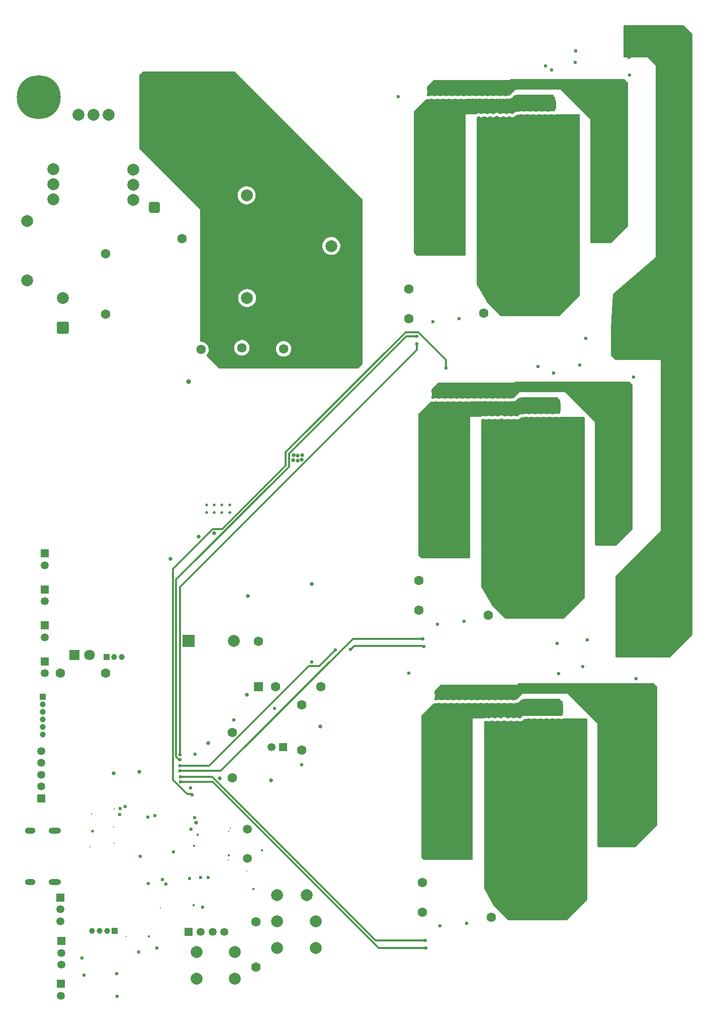
<source format=gbr>
%TF.GenerationSoftware,KiCad,Pcbnew,9.0.7*%
%TF.CreationDate,2026-01-12T17:17:52+03:00*%
%TF.ProjectId,Motor_Driver_Shell_Eco,4d6f746f-725f-4447-9269-7665725f5368,rev?*%
%TF.SameCoordinates,Original*%
%TF.FileFunction,Copper,L5,Inr*%
%TF.FilePolarity,Positive*%
%FSLAX46Y46*%
G04 Gerber Fmt 4.6, Leading zero omitted, Abs format (unit mm)*
G04 Created by KiCad (PCBNEW 9.0.7) date 2026-01-12 17:17:52*
%MOMM*%
%LPD*%
G01*
G04 APERTURE LIST*
G04 Aperture macros list*
%AMRoundRect*
0 Rectangle with rounded corners*
0 $1 Rounding radius*
0 $2 $3 $4 $5 $6 $7 $8 $9 X,Y pos of 4 corners*
0 Add a 4 corners polygon primitive as box body*
4,1,4,$2,$3,$4,$5,$6,$7,$8,$9,$2,$3,0*
0 Add four circle primitives for the rounded corners*
1,1,$1+$1,$2,$3*
1,1,$1+$1,$4,$5*
1,1,$1+$1,$6,$7*
1,1,$1+$1,$8,$9*
0 Add four rect primitives between the rounded corners*
20,1,$1+$1,$2,$3,$4,$5,0*
20,1,$1+$1,$4,$5,$6,$7,0*
20,1,$1+$1,$6,$7,$8,$9,0*
20,1,$1+$1,$8,$9,$2,$3,0*%
G04 Aperture macros list end*
%TA.AperFunction,ComponentPad*%
%ADD10R,1.800000X1.800000*%
%TD*%
%TA.AperFunction,ComponentPad*%
%ADD11C,1.800000*%
%TD*%
%TA.AperFunction,ComponentPad*%
%ADD12C,1.600000*%
%TD*%
%TA.AperFunction,ComponentPad*%
%ADD13R,1.350000X1.350000*%
%TD*%
%TA.AperFunction,ComponentPad*%
%ADD14C,1.350000*%
%TD*%
%TA.AperFunction,ComponentPad*%
%ADD15C,2.000000*%
%TD*%
%TA.AperFunction,ComponentPad*%
%ADD16R,2.000000X2.000000*%
%TD*%
%TA.AperFunction,ComponentPad*%
%ADD17RoundRect,0.250000X0.650000X-0.650000X0.650000X0.650000X-0.650000X0.650000X-0.650000X-0.650000X0*%
%TD*%
%TA.AperFunction,ComponentPad*%
%ADD18C,0.800000*%
%TD*%
%TA.AperFunction,ComponentPad*%
%ADD19C,7.400000*%
%TD*%
%TA.AperFunction,ComponentPad*%
%ADD20RoundRect,0.250000X0.750000X-0.750000X0.750000X0.750000X-0.750000X0.750000X-0.750000X-0.750000X0*%
%TD*%
%TA.AperFunction,ComponentPad*%
%ADD21RoundRect,0.250000X0.550000X-0.550000X0.550000X0.550000X-0.550000X0.550000X-0.550000X-0.550000X0*%
%TD*%
%TA.AperFunction,ComponentPad*%
%ADD22C,1.500000*%
%TD*%
%TA.AperFunction,ComponentPad*%
%ADD23R,1.000000X1.000000*%
%TD*%
%TA.AperFunction,ComponentPad*%
%ADD24C,1.000000*%
%TD*%
%TA.AperFunction,HeatsinkPad*%
%ADD25C,0.500000*%
%TD*%
%TA.AperFunction,HeatsinkPad*%
%ADD26O,2.100000X1.000000*%
%TD*%
%TA.AperFunction,HeatsinkPad*%
%ADD27O,1.800000X1.000000*%
%TD*%
%TA.AperFunction,ViaPad*%
%ADD28C,0.300000*%
%TD*%
%TA.AperFunction,ViaPad*%
%ADD29C,0.600000*%
%TD*%
%TA.AperFunction,ViaPad*%
%ADD30C,0.650000*%
%TD*%
%TA.AperFunction,ViaPad*%
%ADD31C,0.800000*%
%TD*%
%TA.AperFunction,ViaPad*%
%ADD32C,0.400000*%
%TD*%
%TA.AperFunction,ViaPad*%
%ADD33C,0.500000*%
%TD*%
%TA.AperFunction,Conductor*%
%ADD34C,0.350000*%
%TD*%
%TA.AperFunction,Conductor*%
%ADD35C,0.300000*%
%TD*%
G04 APERTURE END LIST*
D10*
%TO.N,GND*%
%TO.C,D3*%
X100955000Y-126525000D03*
D11*
%TO.N,Net-(D3-A)*%
X103495000Y-126525000D03*
%TD*%
D12*
%TO.N,+VDC*%
%TO.C,C6*%
X122225000Y-75150000D03*
%TO.N,-VDC*%
X124725000Y-75150000D03*
%TD*%
%TO.N,Net-(D4-K)*%
%TO.C,C39*%
X170625000Y-119862500D03*
%TO.N,/FET/Phase_B_FET/PHASE_B*%
X170625000Y-114862500D03*
%TD*%
D13*
%TO.N,GND*%
%TO.C,J7*%
X95925000Y-109425000D03*
D14*
%TO.N,BRAKE*%
X95925000Y-111425000D03*
%TD*%
D12*
%TO.N,Net-(D5-K)*%
%TO.C,C40*%
X169850000Y-68987500D03*
%TO.N,/FET/Phase_C_FET/PHASE_C*%
X169850000Y-63987500D03*
%TD*%
D13*
%TO.N,GND*%
%TO.C,J4*%
X136075000Y-142050000D03*
D14*
%TO.N,TEMP_SENSOR*%
X134075000Y-142050000D03*
%TD*%
D15*
%TO.N,Net-(H1-Pad1)*%
%TO.C,S1*%
X97400000Y-44845000D03*
X97400000Y-47385000D03*
X97400000Y-49925000D03*
%TO.N,+VDC*%
X110862000Y-49975800D03*
X110862000Y-47435800D03*
X110862000Y-44895800D03*
%TO.N,Net-(S1-Vout)*%
X106702800Y-35701000D03*
%TO.N,GND*%
X104162800Y-35701000D03*
%TO.N,+5V*%
X101622800Y-35701000D03*
%TD*%
D12*
%TO.N,Net-(JP1-C)*%
%TO.C,R12*%
X106150000Y-129575000D03*
%TO.N,Net-(J13-Pin_2)*%
X98530000Y-129575000D03*
%TD*%
%TO.N,+12V*%
%TO.C,C88*%
X158900000Y-118975000D03*
%TO.N,GND*%
X158900000Y-113975000D03*
%TD*%
D15*
%TO.N,CSense_OUT_LES*%
%TO.C,C8*%
X93000000Y-63500000D03*
%TO.N,GND*%
X93000000Y-53500000D03*
%TD*%
D12*
%TO.N,+12V*%
%TO.C,C90*%
X157225000Y-69975000D03*
%TO.N,GND*%
X157225000Y-64975000D03*
%TD*%
D13*
%TO.N,+3V3*%
%TO.C,J9*%
X98575000Y-167300000D03*
D14*
%TO.N,REGEN*%
X98575000Y-169300000D03*
%TO.N,GND*%
X98575000Y-171300000D03*
%TD*%
D12*
%TO.N,+VDC*%
%TO.C,C4*%
X129125000Y-74850000D03*
%TO.N,-VDC*%
X131625000Y-74850000D03*
%TD*%
D16*
%TO.N,+5V*%
%TO.C,BZ1*%
X120175000Y-124175000D03*
D15*
%TO.N,Net-(BZ1--)*%
X127775000Y-124175000D03*
%TD*%
D17*
%TO.N,+VDC*%
%TO.C,D1*%
X114350000Y-51255000D03*
D11*
%TO.N,-VDC*%
X114350000Y-41095000D03*
%TD*%
D15*
%TO.N,GND*%
%TO.C,C28*%
X140067500Y-166910000D03*
%TO.N,/MCU/NRST*%
X135067500Y-166910000D03*
%TD*%
%TO.N,+VDC*%
%TO.C,C1*%
X144175000Y-57725000D03*
%TO.N,-VDC*%
X144175000Y-50225000D03*
%TD*%
D18*
%TO.N,Net-(H1-Pad1)*%
%TO.C,H1*%
X92162779Y-32675000D03*
X92975558Y-30712779D03*
X92975558Y-34637221D03*
X94937779Y-29900000D03*
D19*
X94937779Y-32675000D03*
D18*
X94937779Y-35450000D03*
X96900000Y-30712779D03*
X96900000Y-34637221D03*
X97712779Y-32675000D03*
%TD*%
D13*
%TO.N,GND*%
%TO.C,J10*%
X95925000Y-115475000D03*
D14*
%TO.N,CRUISE*%
X95925000Y-117475000D03*
%TD*%
D20*
%TO.N,CSense_OUT_LES*%
%TO.C,C7*%
X98975000Y-71500000D03*
D15*
%TO.N,GND*%
X98975000Y-66500000D03*
%TD*%
D21*
%TO.N,+5V*%
%TO.C,D2*%
X131900000Y-131872500D03*
D12*
%TO.N,Net-(BZ1--)*%
X131900000Y-124252500D03*
%TD*%
D15*
%TO.N,GND*%
%TO.C,SW1*%
X141567500Y-175810000D03*
X135067500Y-175810000D03*
%TO.N,/MCU/NRST*%
X141567500Y-171310000D03*
X135067500Y-171310000D03*
%TD*%
D13*
%TO.N,+3V3*%
%TO.C,J8*%
X98725000Y-174625000D03*
D14*
%TO.N,ACCEL*%
X98725000Y-176625000D03*
%TO.N,GND*%
X98725000Y-178625000D03*
%TD*%
D22*
%TO.N,Net-(U1-PH0)*%
%TO.C,Y1*%
X130025000Y-160750000D03*
%TO.N,Net-(U1-PH1)*%
X130025000Y-155850000D03*
%TD*%
D12*
%TO.N,+VDC*%
%TO.C,C5*%
X136150000Y-75025000D03*
%TO.N,-VDC*%
X138650000Y-75025000D03*
%TD*%
D18*
%TO.N,/FET/Phase_C_FET/PHASE_C*%
%TO.C,H7*%
X181187779Y-67462779D03*
X179225558Y-66650000D03*
X183150000Y-66650000D03*
X178412779Y-64687779D03*
D19*
X181187779Y-64687779D03*
D18*
X183962779Y-64687779D03*
X179225558Y-62725558D03*
X183150000Y-62725558D03*
X181187779Y-61912779D03*
%TD*%
%TO.N,-VDC*%
%TO.C,H2*%
X113075000Y-32375000D03*
X113887779Y-30412779D03*
X113887779Y-34337221D03*
X115850000Y-29600000D03*
D19*
X115850000Y-32375000D03*
D18*
X115850000Y-35150000D03*
X117812221Y-30412779D03*
X117812221Y-34337221D03*
X118625000Y-32375000D03*
%TD*%
D12*
%TO.N,+12V*%
%TO.C,C89*%
X159525000Y-169750000D03*
%TO.N,GND*%
X159525000Y-164750000D03*
%TD*%
%TO.N,+VDC*%
%TO.C,R1*%
X119000000Y-56520000D03*
%TO.N,-VDC*%
X119000000Y-41280000D03*
%TD*%
D15*
%TO.N,+3V3*%
%TO.C,SW2*%
X127967500Y-180960000D03*
X121467500Y-180960000D03*
%TO.N,/MCU/BOOT0*%
X127967500Y-176460000D03*
X121467500Y-176460000D03*
%TD*%
D23*
%TO.N,STATUS_LED*%
%TO.C,JP1*%
X106360000Y-126825000D03*
D24*
%TO.N,Net-(JP1-C)*%
X107630000Y-126825000D03*
%TO.N,Net-(JP1-B)*%
X108900000Y-126825000D03*
%TD*%
D12*
%TO.N,Net-(Q1-B)*%
%TO.C,R20*%
X134790000Y-131872500D03*
%TO.N,GND*%
X142410000Y-131872500D03*
%TD*%
D18*
%TO.N,/FET/Phase_B_FET/PHASE_B*%
%TO.C,H4*%
X181962779Y-118337779D03*
X180000558Y-117525000D03*
X183925000Y-117525000D03*
X179187779Y-115562779D03*
D19*
X181962779Y-115562779D03*
D18*
X184737779Y-115562779D03*
X180000558Y-113600558D03*
X183925000Y-113600558D03*
X181962779Y-112787779D03*
%TD*%
D13*
%TO.N,Net-(J2-Pin_1)*%
%TO.C,J2*%
X95325000Y-150650000D03*
D14*
%TO.N,Net-(J2-Pin_2)*%
X95325000Y-148650000D03*
%TO.N,Net-(J2-Pin_3)*%
X95325000Y-146650000D03*
%TO.N,+5V*%
X95325000Y-144650000D03*
%TO.N,GND*%
X95325000Y-142650000D03*
%TD*%
D15*
%TO.N,+VDC*%
%TO.C,C2*%
X129925000Y-49200000D03*
%TO.N,-VDC*%
X129925000Y-41700000D03*
%TD*%
D12*
%TO.N,Net-(S1-Vout)*%
%TO.C,R2*%
X106150000Y-59045000D03*
%TO.N,CSense_OUT_LES*%
X106150000Y-69205000D03*
%TD*%
D13*
%TO.N,GND*%
%TO.C,J12*%
X95925000Y-121525000D03*
D14*
%TO.N,PANIC STOP*%
X95925000Y-123525000D03*
%TD*%
D13*
%TO.N,GND*%
%TO.C,J13*%
X95925000Y-127575000D03*
D14*
%TO.N,Net-(J13-Pin_2)*%
X95925000Y-129575000D03*
%TD*%
D13*
%TO.N,Net-(J3-Pin_1)*%
%TO.C,J3*%
X98675000Y-181800000D03*
D14*
%TO.N,Net-(J3-Pin_2)*%
X98675000Y-183800000D03*
%TD*%
D23*
%TO.N,BT_STATE*%
%TO.C,J6*%
X95550000Y-133510000D03*
D24*
%TO.N,BT_TX*%
X95550000Y-134780000D03*
%TO.N,BT_RX*%
X95550000Y-136050000D03*
%TO.N,GND*%
X95550000Y-137320000D03*
%TO.N,+5V*%
X95550000Y-138590000D03*
%TO.N,BT_KEY*%
X95550000Y-139860000D03*
%TD*%
D15*
%TO.N,+VDC*%
%TO.C,C3*%
X130000000Y-66475000D03*
%TO.N,-VDC*%
X130000000Y-58975000D03*
%TD*%
D12*
%TO.N,/MCU/NRST*%
%TO.C,R7*%
X131517500Y-171360000D03*
%TO.N,+3V3*%
X131517500Y-178980000D03*
%TD*%
D18*
%TO.N,/FET/Phase_A_FET/PHASE_A*%
%TO.C,H6*%
X182437779Y-169087779D03*
X180475558Y-168275000D03*
X184400000Y-168275000D03*
X179662779Y-166312779D03*
D19*
X182437779Y-166312779D03*
D18*
X185212779Y-166312779D03*
X180475558Y-164350558D03*
X184400000Y-164350558D03*
X182437779Y-163537779D03*
%TD*%
D12*
%TO.N,Net-(Q1-B)*%
%TO.C,R11*%
X139175000Y-134865000D03*
%TO.N,BUZZER*%
X139175000Y-142485000D03*
%TD*%
%TO.N,+3V3*%
%TO.C,R50*%
X127525000Y-139550000D03*
%TO.N,TEMP_SENSOR*%
X127525000Y-147170000D03*
%TD*%
D25*
%TO.N,-VDC*%
%TO.C,U2*%
X127065000Y-101287500D03*
X125765000Y-101287500D03*
X124465000Y-101287500D03*
X123165000Y-101287500D03*
X127065000Y-102587500D03*
X125765000Y-102587500D03*
X124465000Y-102587500D03*
X123165000Y-102587500D03*
%TD*%
D26*
%TO.N,GND*%
%TO.C,J11*%
X97640000Y-156030000D03*
D27*
X93460000Y-156030000D03*
D26*
X97640000Y-164670000D03*
D27*
X93460000Y-164670000D03*
%TD*%
D23*
%TO.N,+3V3*%
%TO.C,J5*%
X107695000Y-172950000D03*
D24*
%TO.N,SWCLK*%
X106425000Y-172950000D03*
%TO.N,GND*%
X105155000Y-172950000D03*
%TO.N,SWDIO*%
X103885000Y-172950000D03*
%TD*%
D12*
%TO.N,Net-(D7-K)*%
%TO.C,C57*%
X171100000Y-170612500D03*
%TO.N,/FET/Phase_A_FET/PHASE_A*%
X171100000Y-165612500D03*
%TD*%
D13*
%TO.N,/MCU/I2C_SCL*%
%TO.C,J1*%
X120167500Y-173110000D03*
D14*
%TO.N,/MCU/I2C_SDA*%
X122167500Y-173110000D03*
%TO.N,+5V*%
X124167500Y-173110000D03*
%TO.N,GND*%
X126167500Y-173110000D03*
%TD*%
D28*
%TO.N,VBAT*%
X129925000Y-162850000D03*
D29*
%TO.N,CSense_OUT_LES*%
X120525000Y-155800000D03*
D30*
%TO.N,Net-(U2-VCC)*%
X124500000Y-106000000D03*
X121875000Y-106625000D03*
D29*
%TO.N,+12V*%
X161250000Y-70450000D03*
X162500000Y-172075000D03*
X162025000Y-121325000D03*
D30*
X129975000Y-133175000D03*
X130125000Y-116625000D03*
D31*
%TO.N,+5V*%
X120175000Y-80525000D03*
D29*
X127725000Y-137475000D03*
D32*
%TO.N,/MCU/NRST*%
X121102586Y-158613898D03*
D28*
%TO.N,Net-(J2-Pin_1)*%
X103825000Y-153250000D03*
D33*
%TO.N,Net-(J2-Pin_2)*%
X103950000Y-156175000D03*
D28*
%TO.N,Net-(J2-Pin_3)*%
X103575000Y-158800000D03*
D29*
%TO.N,BT_RX*%
X108650000Y-152375000D03*
%TO.N,BT_KEY*%
X108575000Y-153325000D03*
%TO.N,BT_STATE*%
X112000000Y-160375000D03*
%TO.N,BT_TX*%
X109487500Y-151962500D03*
%TO.N,BRAKE*%
X122175000Y-163950000D03*
D30*
%TO.N,ACCEL*%
X121375000Y-154750000D03*
D29*
%TO.N,REGEN*%
X121125000Y-153825000D03*
%TO.N,CRUISE*%
X123400000Y-163925000D03*
D32*
%TO.N,/MCU/BOOT0*%
X120950000Y-168592500D03*
D29*
%TO.N,BUZZER*%
X139175000Y-144975000D03*
X122499140Y-168946836D03*
%TO.N,STATUS_LED*%
X120300000Y-164075000D03*
D28*
%TO.N,TMP_ALERT*%
X115400000Y-169010000D03*
D32*
X113467500Y-173860000D03*
D29*
%TO.N,/FET/Phase_A_FET/PHASE_A*%
X184600000Y-158075000D03*
X185600000Y-150175000D03*
X180600000Y-138175000D03*
X184600000Y-145175000D03*
X185600000Y-144175000D03*
X177600000Y-148175000D03*
X175800000Y-141175000D03*
X178600000Y-162075000D03*
X179600000Y-146175000D03*
X183600000Y-141175000D03*
X186600000Y-148175000D03*
X181600000Y-162075000D03*
X172800000Y-138175000D03*
X183600000Y-157175000D03*
X176800000Y-151175000D03*
X176800000Y-164175000D03*
X176800000Y-153175000D03*
X182600000Y-150175000D03*
X184600000Y-149175000D03*
X182600000Y-151175000D03*
X182600000Y-139175000D03*
X174800000Y-156175000D03*
X185600000Y-152175000D03*
X177600000Y-138175000D03*
X184600000Y-152175000D03*
X176800000Y-142175000D03*
X172800000Y-165075000D03*
X185600000Y-149175000D03*
X182600000Y-147175000D03*
X183600000Y-159075000D03*
X181600000Y-154175000D03*
X172800000Y-144175000D03*
X173800000Y-151175000D03*
X174800000Y-144175000D03*
X177600000Y-158075000D03*
X175800000Y-163175000D03*
X184600000Y-142175000D03*
X172800000Y-151175000D03*
X172800000Y-156175000D03*
X186600000Y-147175000D03*
X181600000Y-142175000D03*
X179600000Y-142175000D03*
X174800000Y-148175000D03*
X176800000Y-162175000D03*
X185600000Y-160075000D03*
X172800000Y-153175000D03*
X186600000Y-158075000D03*
X184600000Y-139175000D03*
X180600000Y-159075000D03*
X175800000Y-138175000D03*
X181600000Y-144175000D03*
X176800000Y-145175000D03*
X183600000Y-139175000D03*
X179600000Y-155175000D03*
X175800000Y-147175000D03*
X179600000Y-147175000D03*
X181600000Y-151175000D03*
X180600000Y-141175000D03*
X172800000Y-141175000D03*
X181600000Y-138175000D03*
X176800000Y-146175000D03*
X182600000Y-152175000D03*
X173800000Y-161175000D03*
X175800000Y-160175000D03*
X173800000Y-138175000D03*
X172800000Y-142175000D03*
X172800000Y-145175000D03*
X183600000Y-152175000D03*
X186600000Y-140175000D03*
X185600000Y-157175000D03*
X185600000Y-162075000D03*
X174800000Y-139175000D03*
X186600000Y-155175000D03*
X184600000Y-147175000D03*
X176800000Y-157175000D03*
X175800000Y-148175000D03*
X180600000Y-151175000D03*
X182600000Y-159075000D03*
X180600000Y-162075000D03*
X175800000Y-150175000D03*
X183600000Y-155175000D03*
X175800000Y-162175000D03*
X174800000Y-165075000D03*
X175800000Y-140175000D03*
X185600000Y-153175000D03*
X174800000Y-143175000D03*
X183600000Y-149175000D03*
X182600000Y-145175000D03*
X178600000Y-160075000D03*
X184600000Y-155175000D03*
X177600000Y-160075000D03*
X182600000Y-138175000D03*
X180600000Y-158075000D03*
X186600000Y-138175000D03*
X180600000Y-150175000D03*
X182600000Y-146175000D03*
X174800000Y-142175000D03*
X173800000Y-164175000D03*
X181600000Y-146175000D03*
X182600000Y-155175000D03*
X178600000Y-141175000D03*
X181600000Y-140175000D03*
X172800000Y-166075000D03*
X176800000Y-140175000D03*
X173800000Y-150175000D03*
X185600000Y-145175000D03*
X177600000Y-157175000D03*
X181600000Y-153175000D03*
X174800000Y-141175000D03*
X180600000Y-139175000D03*
X181600000Y-143175000D03*
X183600000Y-151175000D03*
X178600000Y-145175000D03*
X183600000Y-161075000D03*
X178600000Y-138175000D03*
X182600000Y-141175000D03*
X175800000Y-139175000D03*
X186600000Y-152175000D03*
X182600000Y-161075000D03*
X186600000Y-146175000D03*
X180600000Y-140175000D03*
X174800000Y-158175000D03*
X175800000Y-167075000D03*
X184600000Y-148175000D03*
X184600000Y-156175000D03*
X173800000Y-160175000D03*
X173800000Y-145175000D03*
X174800000Y-159175000D03*
X178600000Y-152175000D03*
X179600000Y-162075000D03*
X172800000Y-158175000D03*
X183600000Y-148175000D03*
X177600000Y-161075000D03*
X178600000Y-146175000D03*
X184600000Y-154175000D03*
X180600000Y-156175000D03*
X172800000Y-152175000D03*
X174800000Y-153175000D03*
X177600000Y-159075000D03*
X179600000Y-161075000D03*
X175800000Y-143175000D03*
X185600000Y-142175000D03*
X174800000Y-140175000D03*
X186600000Y-142175000D03*
X181600000Y-149175000D03*
X179800000Y-163175000D03*
X183600000Y-153175000D03*
X180600000Y-144175000D03*
X185600000Y-155175000D03*
X179600000Y-140175000D03*
X175800000Y-165075000D03*
X180600000Y-155175000D03*
X183600000Y-140175000D03*
X185600000Y-159075000D03*
X174800000Y-138175000D03*
X178600000Y-147175000D03*
X179600000Y-159075000D03*
X172800000Y-157175000D03*
X177600000Y-143175000D03*
X174800000Y-161175000D03*
X183600000Y-143175000D03*
X183600000Y-162075000D03*
X182600000Y-157175000D03*
X179600000Y-139175000D03*
X179600000Y-138175000D03*
X172800000Y-139175000D03*
X177600000Y-141175000D03*
X176800000Y-159175000D03*
X177600000Y-140175000D03*
X185600000Y-139175000D03*
X177600000Y-146175000D03*
X176800000Y-156175000D03*
X176800000Y-150175000D03*
X186600000Y-162075000D03*
X181600000Y-159075000D03*
X181600000Y-157175000D03*
X186600000Y-159075000D03*
X177800000Y-163175000D03*
X183600000Y-158075000D03*
X176800000Y-160175000D03*
X184600000Y-140175000D03*
X174800000Y-167075000D03*
X176800000Y-138175000D03*
X181600000Y-160075000D03*
X178600000Y-151175000D03*
X179600000Y-144175000D03*
X173800000Y-167075000D03*
X186600000Y-151175000D03*
X172800000Y-154175000D03*
X184600000Y-141175000D03*
X175800000Y-155175000D03*
X173800000Y-156175000D03*
X176800000Y-148175000D03*
X174800000Y-150175000D03*
X175800000Y-154175000D03*
X184600000Y-138175000D03*
X173800000Y-158175000D03*
X176800000Y-147175000D03*
X177600000Y-142175000D03*
X180600000Y-161075000D03*
X181600000Y-152175000D03*
X178600000Y-142175000D03*
X178600000Y-143175000D03*
X181600000Y-145175000D03*
X177600000Y-155175000D03*
X176800000Y-141175000D03*
X180600000Y-146175000D03*
X177600000Y-139175000D03*
X186600000Y-154175000D03*
X176800000Y-161175000D03*
X172800000Y-155175000D03*
X173800000Y-143175000D03*
X176800000Y-152175000D03*
X181600000Y-147175000D03*
X176800000Y-149175000D03*
X177800000Y-167075000D03*
X177600000Y-149175000D03*
X172800000Y-167075000D03*
X180600000Y-152175000D03*
X174800000Y-146175000D03*
X184600000Y-151175000D03*
X181600000Y-141175000D03*
X182600000Y-158075000D03*
X185600000Y-148175000D03*
X177800000Y-164175000D03*
X182600000Y-156175000D03*
X175800000Y-159175000D03*
X172800000Y-143175000D03*
X182600000Y-162075000D03*
X175800000Y-156175000D03*
X173800000Y-148175000D03*
X175800000Y-146175000D03*
X175800000Y-166075000D03*
X173800000Y-140175000D03*
X174800000Y-162175000D03*
X177600000Y-152175000D03*
X173800000Y-149175000D03*
X178600000Y-139175000D03*
X185600000Y-141175000D03*
X182600000Y-154175000D03*
X185600000Y-156175000D03*
X173800000Y-146175000D03*
X178600000Y-159075000D03*
X176800000Y-165075000D03*
X175800000Y-142175000D03*
X174800000Y-145175000D03*
X179600000Y-148175000D03*
X177800000Y-166075000D03*
X186600000Y-141175000D03*
X180600000Y-148175000D03*
X179600000Y-153175000D03*
X178800000Y-163175000D03*
X175800000Y-145175000D03*
X179600000Y-160075000D03*
X174800000Y-147175000D03*
X178600000Y-156175000D03*
X186600000Y-144175000D03*
X182600000Y-143175000D03*
X184600000Y-146175000D03*
X183600000Y-146175000D03*
X177600000Y-162075000D03*
X184600000Y-160075000D03*
X180600000Y-145175000D03*
X173800000Y-142175000D03*
X178600000Y-161075000D03*
X175800000Y-144175000D03*
X172800000Y-163175000D03*
X186600000Y-157175000D03*
X173800000Y-154175000D03*
X186600000Y-153175000D03*
X184600000Y-150175000D03*
X184600000Y-162075000D03*
X178600000Y-144175000D03*
X182600000Y-140175000D03*
X174800000Y-152175000D03*
X174800000Y-163175000D03*
X178800000Y-164175000D03*
X181600000Y-139175000D03*
X181600000Y-158075000D03*
X174800000Y-164175000D03*
X179600000Y-151175000D03*
X182600000Y-153175000D03*
X178600000Y-158075000D03*
X186600000Y-145175000D03*
X178600000Y-150175000D03*
X176800000Y-139175000D03*
X173800000Y-144175000D03*
X174800000Y-157175000D03*
X180600000Y-147175000D03*
X181600000Y-161075000D03*
X182600000Y-142175000D03*
X177800000Y-165075000D03*
X172800000Y-140175000D03*
X185600000Y-158075000D03*
X183600000Y-154175000D03*
X177600000Y-151175000D03*
X184600000Y-143175000D03*
X183600000Y-147175000D03*
X184600000Y-157175000D03*
X186600000Y-143175000D03*
X183600000Y-156175000D03*
X179600000Y-149175000D03*
X185600000Y-147175000D03*
X186600000Y-156175000D03*
X180600000Y-154175000D03*
X186600000Y-139175000D03*
X182600000Y-149175000D03*
X173800000Y-141175000D03*
X173800000Y-163175000D03*
X174800000Y-160175000D03*
X173800000Y-153175000D03*
X183600000Y-145175000D03*
X174800000Y-166075000D03*
X180600000Y-149175000D03*
X172800000Y-164175000D03*
X174800000Y-149175000D03*
X176800000Y-144175000D03*
X185600000Y-140175000D03*
X177600000Y-154175000D03*
X177600000Y-153175000D03*
X185600000Y-151175000D03*
X186600000Y-160075000D03*
X185600000Y-143175000D03*
X175800000Y-158175000D03*
X175800000Y-151175000D03*
X179600000Y-141175000D03*
X177600000Y-150175000D03*
X176800000Y-155175000D03*
X184600000Y-159075000D03*
X178600000Y-148175000D03*
X174800000Y-155175000D03*
X178600000Y-154175000D03*
X178600000Y-149175000D03*
X183600000Y-150175000D03*
X180600000Y-153175000D03*
X182600000Y-160075000D03*
X173800000Y-147175000D03*
X177600000Y-147175000D03*
X183600000Y-144175000D03*
X179600000Y-158075000D03*
X173800000Y-162175000D03*
X179600000Y-154175000D03*
X176800000Y-154175000D03*
X176800000Y-158175000D03*
X185600000Y-161075000D03*
X175800000Y-152175000D03*
X181600000Y-156175000D03*
X179600000Y-143175000D03*
X173800000Y-139175000D03*
X175800000Y-157175000D03*
X180600000Y-157175000D03*
X177600000Y-156175000D03*
X179600000Y-152175000D03*
X176800000Y-163175000D03*
X185600000Y-146175000D03*
X174800000Y-154175000D03*
X175800000Y-153175000D03*
X182600000Y-148175000D03*
X185600000Y-154175000D03*
X179600000Y-157175000D03*
X181600000Y-150175000D03*
X179600000Y-150175000D03*
X175800000Y-149175000D03*
X186600000Y-161075000D03*
X176800000Y-166075000D03*
X175800000Y-164175000D03*
X184600000Y-161075000D03*
X173800000Y-166075000D03*
X182600000Y-144175000D03*
X178600000Y-155175000D03*
X184600000Y-144175000D03*
X178600000Y-153175000D03*
X173800000Y-165075000D03*
X173800000Y-159175000D03*
X186600000Y-149175000D03*
X177600000Y-144175000D03*
X180600000Y-142175000D03*
X173800000Y-157175000D03*
X178600000Y-140175000D03*
X176800000Y-167075000D03*
X177600000Y-145175000D03*
X186600000Y-150175000D03*
X179600000Y-145175000D03*
X174800000Y-151175000D03*
X184600000Y-153175000D03*
X183600000Y-160075000D03*
X185600000Y-138175000D03*
X176800000Y-143175000D03*
X173800000Y-152175000D03*
X175800000Y-161175000D03*
X180600000Y-143175000D03*
X173800000Y-155175000D03*
X178600000Y-157175000D03*
X181600000Y-155175000D03*
X179600000Y-156175000D03*
X183600000Y-138175000D03*
X183600000Y-142175000D03*
X180600000Y-160075000D03*
X181600000Y-148175000D03*
%TO.N,HS_MOS_C*%
X158600000Y-72900000D03*
X118725000Y-144100000D03*
%TO.N,/FET/HS_MOS_A*%
X160025000Y-174535000D03*
X118750000Y-146975000D03*
%TO.N,LS_MOS_C*%
X158600000Y-74175000D03*
X118725000Y-143299997D03*
%TO.N,CAN_S*%
X113375000Y-164950000D03*
X113250000Y-153800000D03*
X102525000Y-180400000D03*
D32*
%TO.N,+3V3*%
X121625000Y-156750000D03*
D29*
X102175000Y-177450000D03*
D32*
X131025000Y-165900000D03*
D29*
X182200000Y-124550000D03*
D28*
X109617500Y-173860000D03*
D29*
X111800000Y-176435000D03*
D32*
%TO.N,VDD_1*%
X126875000Y-160200000D03*
X132467500Y-159360000D03*
D28*
%TO.N,VDD_2*%
X126925000Y-156150000D03*
D29*
%TO.N,CAN_RX*%
X116300000Y-165050000D03*
X108050000Y-180125000D03*
%TO.N,CAN_TX*%
X108125000Y-183950000D03*
X115750000Y-164300000D03*
D28*
%TO.N,GND*%
X107625000Y-152400000D03*
D30*
X125350000Y-147225000D03*
X134000000Y-147600000D03*
X142300000Y-138525000D03*
D29*
X187025000Y-73225000D03*
X181250000Y-28100000D03*
D30*
X137743290Y-93750000D03*
X140925000Y-114575000D03*
X123425000Y-141325000D03*
D28*
X107575000Y-158200000D03*
D29*
X157250000Y-129575000D03*
D30*
X138500000Y-93800000D03*
D28*
X127125000Y-155650000D03*
D30*
X138544276Y-92950000D03*
X107525000Y-146400000D03*
X117100000Y-110325000D03*
X139175000Y-93675000D03*
D28*
X107525000Y-155450000D03*
D29*
X182475000Y-129625000D03*
D30*
X139300000Y-92900000D03*
X137800000Y-92875000D03*
D28*
X126825000Y-160950000D03*
D29*
X185314975Y-24925025D03*
X134625000Y-135525000D03*
D30*
X111812500Y-146162500D03*
D29*
X181625000Y-79100000D03*
X187300000Y-123975000D03*
X140850000Y-127675000D03*
X114800000Y-175750000D03*
%TO.N,+VDC*%
X163250000Y-57550000D03*
X163250000Y-41550000D03*
X159125000Y-93425000D03*
X165500000Y-144175000D03*
X164025000Y-102425000D03*
X180900000Y-136475000D03*
X173650000Y-35250000D03*
X165250000Y-44550000D03*
X162125000Y-88425000D03*
X159600000Y-137175000D03*
X164250000Y-33550000D03*
X166250000Y-58550000D03*
X160600000Y-150175000D03*
X160350000Y-57550000D03*
X162600000Y-154175000D03*
X176650000Y-32850000D03*
X181650000Y-33850000D03*
X178425000Y-85725000D03*
X172225000Y-86125000D03*
X176900000Y-134475000D03*
X162600000Y-158175000D03*
X175650000Y-32850000D03*
X162250000Y-48550000D03*
X166500000Y-158175000D03*
X158350000Y-37550000D03*
X161600000Y-158175000D03*
X159125000Y-98425000D03*
X164500000Y-153175000D03*
X162125000Y-103425000D03*
X165500000Y-153175000D03*
X158350000Y-44550000D03*
X166500000Y-138175000D03*
X167500000Y-138175000D03*
X159350000Y-36550000D03*
X175650000Y-34850000D03*
X171450000Y-33250000D03*
X159600000Y-144175000D03*
X161350000Y-36550000D03*
X171225000Y-85125000D03*
X181900000Y-136475000D03*
X164250000Y-39550000D03*
X169800000Y-135875000D03*
X163250000Y-39550000D03*
X160350000Y-39550000D03*
X168800000Y-135875000D03*
X160350000Y-34550000D03*
X170225000Y-86125000D03*
X165250000Y-34550000D03*
X165500000Y-148175000D03*
X164250000Y-40550000D03*
X164025000Y-109425000D03*
X160350000Y-36550000D03*
X169800000Y-136875000D03*
X166025000Y-84425000D03*
X176650000Y-34850000D03*
X177900000Y-136475000D03*
X159600000Y-154175000D03*
X165025000Y-108425000D03*
X171450000Y-35250000D03*
X163250000Y-44550000D03*
X163250000Y-56550000D03*
X176425000Y-85725000D03*
X162125000Y-89425000D03*
X166500000Y-156175000D03*
X169325000Y-85125000D03*
X178425000Y-84725000D03*
X160125000Y-91425000D03*
X162125000Y-107425000D03*
X164250000Y-57550000D03*
X166250000Y-53550000D03*
X180425000Y-84725000D03*
X159600000Y-159175000D03*
X164500000Y-155175000D03*
X162250000Y-55550000D03*
X164500000Y-137175000D03*
X161125000Y-98425000D03*
X159125000Y-90425000D03*
X178900000Y-135475000D03*
X166250000Y-40550000D03*
X163250000Y-50550000D03*
X160600000Y-148175000D03*
X161350000Y-49550000D03*
X159350000Y-51550000D03*
X164250000Y-54550000D03*
X165500000Y-139175000D03*
X160125000Y-90425000D03*
X159125000Y-109425000D03*
X158350000Y-54550000D03*
X160600000Y-144175000D03*
X161600000Y-137175000D03*
X162250000Y-42550000D03*
X160350000Y-58550000D03*
X165025000Y-109425000D03*
X165025000Y-96425000D03*
X173425000Y-86125000D03*
X162250000Y-53550000D03*
X165025000Y-94425000D03*
X182900000Y-134475000D03*
X165025000Y-86425000D03*
X162600000Y-151175000D03*
X162125000Y-90425000D03*
X169450000Y-34250000D03*
X160350000Y-51550000D03*
X165500000Y-141175000D03*
X182425000Y-85725000D03*
X164250000Y-35550000D03*
X161125000Y-93425000D03*
X168550000Y-34250000D03*
X167500000Y-157175000D03*
X164500000Y-143175000D03*
X158350000Y-40550000D03*
X159125000Y-96425000D03*
X172650000Y-33250000D03*
X163250000Y-38550000D03*
X166025000Y-94425000D03*
X159600000Y-148175000D03*
X170450000Y-35250000D03*
X159350000Y-40550000D03*
X162125000Y-106425000D03*
X164250000Y-58550000D03*
X159125000Y-102425000D03*
X163500000Y-146175000D03*
X167025000Y-90425000D03*
X169325000Y-84125000D03*
X159350000Y-45550000D03*
X165025000Y-105425000D03*
X166500000Y-141175000D03*
X158350000Y-57550000D03*
X160125000Y-107425000D03*
X167500000Y-144175000D03*
X177650000Y-32850000D03*
X165025000Y-102425000D03*
X164250000Y-34550000D03*
X159350000Y-46550000D03*
X161125000Y-84425000D03*
X159600000Y-149175000D03*
X165025000Y-90425000D03*
X163025000Y-102425000D03*
X164250000Y-55550000D03*
X168325000Y-84125000D03*
X161125000Y-94425000D03*
X164025000Y-105425000D03*
X163025000Y-97425000D03*
X165500000Y-156175000D03*
X172225000Y-85125000D03*
X161600000Y-159175000D03*
X162250000Y-47550000D03*
X162600000Y-152175000D03*
X163250000Y-48550000D03*
X165250000Y-51550000D03*
X160600000Y-154175000D03*
X167500000Y-149175000D03*
X163025000Y-92425000D03*
X166500000Y-160175000D03*
X165500000Y-147175000D03*
X162125000Y-100425000D03*
X181650000Y-34850000D03*
X174650000Y-34250000D03*
X163500000Y-137175000D03*
X161350000Y-39550000D03*
X161600000Y-160175000D03*
X164250000Y-42550000D03*
X163025000Y-86425000D03*
X177425000Y-85725000D03*
X162125000Y-98425000D03*
X164025000Y-93425000D03*
X159125000Y-91425000D03*
X166025000Y-107425000D03*
X163250000Y-34550000D03*
X158350000Y-42550000D03*
X158350000Y-55550000D03*
X161600000Y-145175000D03*
X160600000Y-145175000D03*
X163500000Y-160175000D03*
X163250000Y-58550000D03*
X163025000Y-101425000D03*
X160600000Y-149175000D03*
X165500000Y-157175000D03*
X165025000Y-106425000D03*
X164025000Y-108425000D03*
X162600000Y-138175000D03*
X159600000Y-142175000D03*
X166250000Y-37550000D03*
X167500000Y-148175000D03*
X166500000Y-146175000D03*
X161125000Y-91425000D03*
X160350000Y-50550000D03*
X160600000Y-141175000D03*
X164500000Y-156175000D03*
X175900000Y-135875000D03*
X163025000Y-95425000D03*
X165500000Y-136175000D03*
X172225000Y-84125000D03*
X165500000Y-146175000D03*
X162600000Y-156175000D03*
X158350000Y-53550000D03*
X162600000Y-141175000D03*
X164500000Y-160175000D03*
X174650000Y-35250000D03*
X170225000Y-85125000D03*
X159600000Y-140175000D03*
X179425000Y-84725000D03*
X165500000Y-143175000D03*
X168325000Y-86125000D03*
X181900000Y-134475000D03*
X160350000Y-42550000D03*
X166500000Y-136175000D03*
X162250000Y-43550000D03*
X160600000Y-158175000D03*
X164500000Y-146175000D03*
X165250000Y-33550000D03*
X164250000Y-50550000D03*
X164500000Y-136175000D03*
X163025000Y-105425000D03*
X162600000Y-144175000D03*
X169450000Y-33250000D03*
X177425000Y-83725000D03*
X159350000Y-37550000D03*
X165250000Y-35550000D03*
X165250000Y-50550000D03*
X158350000Y-49550000D03*
X165250000Y-40550000D03*
X162600000Y-157175000D03*
X165025000Y-89425000D03*
X166025000Y-85425000D03*
X180900000Y-135475000D03*
X165500000Y-135175000D03*
X161125000Y-109425000D03*
X163025000Y-104425000D03*
X167500000Y-147175000D03*
X171700000Y-135875000D03*
X159350000Y-48550000D03*
X160125000Y-104425000D03*
X167025000Y-103425000D03*
X166250000Y-51550000D03*
X165250000Y-52550000D03*
X165025000Y-91425000D03*
X165025000Y-107425000D03*
X166500000Y-135175000D03*
X161125000Y-89425000D03*
X166250000Y-45550000D03*
X166925000Y-84425000D03*
X161125000Y-95425000D03*
X166250000Y-49550000D03*
X161125000Y-105425000D03*
X164500000Y-144175000D03*
X162250000Y-58550000D03*
X166250000Y-36550000D03*
X160350000Y-48550000D03*
X158350000Y-52550000D03*
X161600000Y-155175000D03*
X166025000Y-104425000D03*
X160350000Y-37550000D03*
X161600000Y-146175000D03*
X164500000Y-135175000D03*
X160600000Y-147175000D03*
X172700000Y-136875000D03*
X164500000Y-154175000D03*
X163250000Y-51550000D03*
X161125000Y-104425000D03*
X164250000Y-51550000D03*
X165500000Y-142175000D03*
X161125000Y-106425000D03*
X166250000Y-50550000D03*
X164250000Y-41550000D03*
X164250000Y-56550000D03*
X161350000Y-50550000D03*
X159600000Y-157175000D03*
X173650000Y-33250000D03*
X160600000Y-138175000D03*
X166150000Y-33550000D03*
X163025000Y-90425000D03*
X174425000Y-86125000D03*
X166250000Y-39550000D03*
X163250000Y-35550000D03*
X164025000Y-106425000D03*
X167500000Y-159175000D03*
X163250000Y-52550000D03*
X161600000Y-140175000D03*
X159350000Y-49550000D03*
X160600000Y-146175000D03*
X175425000Y-84125000D03*
X162600000Y-155175000D03*
X159125000Y-88425000D03*
X159600000Y-138175000D03*
X167500000Y-140175000D03*
X163500000Y-138175000D03*
X163025000Y-100425000D03*
X166025000Y-102425000D03*
X159600000Y-160175000D03*
X165250000Y-53550000D03*
X159350000Y-50550000D03*
X160125000Y-101425000D03*
X166500000Y-148175000D03*
X161350000Y-55550000D03*
X161125000Y-100425000D03*
X159350000Y-52550000D03*
X161125000Y-85425000D03*
X166025000Y-88425000D03*
X163500000Y-139175000D03*
X175650000Y-33850000D03*
X164250000Y-44550000D03*
X163025000Y-91425000D03*
X164025000Y-107425000D03*
X168550000Y-33250000D03*
X167500000Y-141175000D03*
X161125000Y-108425000D03*
X179900000Y-136475000D03*
X174425000Y-85125000D03*
X158350000Y-35550000D03*
X174650000Y-33250000D03*
X159350000Y-44550000D03*
X167025000Y-89425000D03*
X159600000Y-141175000D03*
X161350000Y-43550000D03*
X176900000Y-136475000D03*
X165025000Y-101425000D03*
X162125000Y-85425000D03*
X162600000Y-147175000D03*
X164025000Y-88425000D03*
X160125000Y-105425000D03*
X161600000Y-139175000D03*
X166500000Y-151175000D03*
X166025000Y-95425000D03*
X162250000Y-38550000D03*
X161125000Y-92425000D03*
X165500000Y-150175000D03*
X164025000Y-96425000D03*
X165250000Y-41550000D03*
X163500000Y-156175000D03*
X165500000Y-145175000D03*
X161350000Y-34550000D03*
X161350000Y-51550000D03*
X167500000Y-152175000D03*
X158350000Y-48550000D03*
X167025000Y-93425000D03*
X163500000Y-142175000D03*
X160125000Y-100425000D03*
X163500000Y-159175000D03*
X166025000Y-96425000D03*
X159125000Y-106425000D03*
X165500000Y-151175000D03*
X161600000Y-149175000D03*
X167025000Y-97425000D03*
X161125000Y-96425000D03*
X171225000Y-86125000D03*
X166250000Y-55550000D03*
X167025000Y-87425000D03*
X163500000Y-158175000D03*
X165025000Y-88425000D03*
X161600000Y-153175000D03*
X179425000Y-83725000D03*
X161600000Y-150175000D03*
X160600000Y-157175000D03*
X160350000Y-46550000D03*
X163250000Y-53550000D03*
X182425000Y-83725000D03*
X166500000Y-147175000D03*
X158350000Y-36550000D03*
X170450000Y-34250000D03*
X164250000Y-46550000D03*
X163025000Y-109425000D03*
X160350000Y-35550000D03*
X162600000Y-146175000D03*
X159125000Y-97425000D03*
X159350000Y-53550000D03*
X160125000Y-106425000D03*
X160350000Y-40550000D03*
X162250000Y-54550000D03*
X167500000Y-153175000D03*
X160350000Y-56550000D03*
X161600000Y-144175000D03*
X166250000Y-57550000D03*
X165250000Y-55550000D03*
X178650000Y-32850000D03*
X160125000Y-103425000D03*
X165250000Y-58550000D03*
X160125000Y-98425000D03*
X163500000Y-135175000D03*
X164025000Y-97425000D03*
X180900000Y-134475000D03*
X166500000Y-149175000D03*
X163500000Y-145175000D03*
X160600000Y-143175000D03*
X163250000Y-55550000D03*
X162250000Y-37550000D03*
X169325000Y-86125000D03*
X164025000Y-103425000D03*
X164025000Y-85425000D03*
X162125000Y-94425000D03*
X158350000Y-51550000D03*
X167025000Y-102425000D03*
X181425000Y-83725000D03*
X164500000Y-158175000D03*
X161350000Y-38550000D03*
X166500000Y-142175000D03*
X170225000Y-84125000D03*
X164250000Y-49550000D03*
X165025000Y-84425000D03*
X171450000Y-34250000D03*
X161125000Y-99425000D03*
X162250000Y-57550000D03*
X166250000Y-46550000D03*
X159125000Y-86425000D03*
X167500000Y-146175000D03*
X165250000Y-57550000D03*
X175900000Y-136875000D03*
X166500000Y-137175000D03*
X167025000Y-94425000D03*
X178650000Y-33850000D03*
X171700000Y-134875000D03*
X164025000Y-101425000D03*
X161350000Y-46550000D03*
X165500000Y-158175000D03*
X175425000Y-86125000D03*
X159125000Y-107425000D03*
X165025000Y-98425000D03*
X158350000Y-41550000D03*
X163500000Y-148175000D03*
X167025000Y-107425000D03*
X166500000Y-143175000D03*
X180425000Y-83725000D03*
X160125000Y-94425000D03*
X164500000Y-140175000D03*
X162250000Y-44550000D03*
X165250000Y-46550000D03*
X159350000Y-39550000D03*
X164500000Y-145175000D03*
X159125000Y-89425000D03*
X163500000Y-147175000D03*
X165250000Y-45550000D03*
X165500000Y-155175000D03*
X163500000Y-152175000D03*
X166025000Y-100425000D03*
X163500000Y-149175000D03*
X162600000Y-160175000D03*
X165500000Y-137175000D03*
X159350000Y-41550000D03*
X160125000Y-93425000D03*
X165500000Y-154175000D03*
X160125000Y-97425000D03*
X159125000Y-101425000D03*
X163250000Y-47550000D03*
X162250000Y-49550000D03*
X164025000Y-100425000D03*
X164025000Y-92425000D03*
X161600000Y-151175000D03*
X166025000Y-108425000D03*
X182425000Y-84725000D03*
X181425000Y-85725000D03*
X172650000Y-35250000D03*
X160125000Y-85425000D03*
X161600000Y-154175000D03*
X159125000Y-99425000D03*
X162600000Y-153175000D03*
X164250000Y-38550000D03*
X166500000Y-157175000D03*
X164025000Y-98425000D03*
X162125000Y-91425000D03*
X161600000Y-152175000D03*
X163500000Y-155175000D03*
X160600000Y-159175000D03*
X164025000Y-89425000D03*
X166025000Y-90425000D03*
X177900000Y-134475000D03*
X180650000Y-32850000D03*
X162250000Y-40550000D03*
X166025000Y-105425000D03*
X174425000Y-84125000D03*
X164500000Y-142175000D03*
X163025000Y-88425000D03*
X164250000Y-48550000D03*
X162250000Y-35550000D03*
X162600000Y-150175000D03*
X166025000Y-101425000D03*
X165025000Y-97425000D03*
X164025000Y-104425000D03*
X164250000Y-52550000D03*
X166025000Y-86425000D03*
X166250000Y-56550000D03*
X160125000Y-96425000D03*
X162125000Y-105425000D03*
X181650000Y-32850000D03*
X159350000Y-34550000D03*
X162250000Y-45550000D03*
X179650000Y-33850000D03*
X161350000Y-40550000D03*
X164500000Y-141175000D03*
X165250000Y-39550000D03*
X163025000Y-106425000D03*
X164025000Y-87425000D03*
X161350000Y-58550000D03*
X173900000Y-135875000D03*
X161125000Y-87425000D03*
X159600000Y-155175000D03*
X159600000Y-153175000D03*
X162600000Y-148175000D03*
X163250000Y-40550000D03*
X160350000Y-41550000D03*
X173425000Y-85125000D03*
X167025000Y-98425000D03*
X167025000Y-101425000D03*
X166250000Y-38550000D03*
X160350000Y-55550000D03*
X167025000Y-109425000D03*
X164025000Y-90425000D03*
X160600000Y-136175000D03*
X164025000Y-99425000D03*
X162250000Y-36550000D03*
X160125000Y-95425000D03*
X161600000Y-135175000D03*
X179425000Y-85725000D03*
X163250000Y-37550000D03*
X167025000Y-100425000D03*
X160600000Y-152175000D03*
X159125000Y-87425000D03*
X159600000Y-156175000D03*
X163025000Y-89425000D03*
X164250000Y-43550000D03*
X159125000Y-104425000D03*
X172700000Y-134875000D03*
X167025000Y-106425000D03*
X182900000Y-135475000D03*
X182900000Y-136475000D03*
X175900000Y-134875000D03*
X163250000Y-49550000D03*
X167500000Y-154175000D03*
X159125000Y-100425000D03*
X165500000Y-160175000D03*
X160125000Y-92425000D03*
X166500000Y-152175000D03*
X166025000Y-92425000D03*
X163500000Y-151175000D03*
X162125000Y-86425000D03*
X163025000Y-93425000D03*
X165250000Y-42550000D03*
X160125000Y-87425000D03*
X163025000Y-94425000D03*
X166025000Y-98425000D03*
X158350000Y-46550000D03*
X160600000Y-156175000D03*
X159600000Y-143175000D03*
X159125000Y-108425000D03*
X162250000Y-50550000D03*
X159125000Y-95425000D03*
X159600000Y-139175000D03*
X162600000Y-137175000D03*
X165500000Y-149175000D03*
X161600000Y-142175000D03*
X164250000Y-53550000D03*
X159600000Y-150175000D03*
X160600000Y-142175000D03*
X165250000Y-54550000D03*
X163500000Y-157175000D03*
X167500000Y-160175000D03*
X167500000Y-139175000D03*
X164500000Y-149175000D03*
X162250000Y-52550000D03*
X163025000Y-84425000D03*
X158350000Y-45550000D03*
X162125000Y-99425000D03*
X165025000Y-99425000D03*
X166250000Y-54550000D03*
X162600000Y-142175000D03*
X164250000Y-37550000D03*
X165025000Y-93425000D03*
X160350000Y-52550000D03*
X163025000Y-85425000D03*
X166500000Y-144175000D03*
X179900000Y-135475000D03*
X171700000Y-136875000D03*
X162250000Y-39550000D03*
X160600000Y-140175000D03*
X158350000Y-39550000D03*
X166250000Y-42550000D03*
X159350000Y-55550000D03*
X163500000Y-136175000D03*
X179650000Y-34850000D03*
X176425000Y-83725000D03*
X163025000Y-108425000D03*
X158350000Y-47550000D03*
X161350000Y-52550000D03*
X161350000Y-57550000D03*
X165250000Y-43550000D03*
X166025000Y-106425000D03*
X165500000Y-140175000D03*
X177900000Y-135475000D03*
X167025000Y-91425000D03*
X165025000Y-103425000D03*
X165250000Y-37550000D03*
X163025000Y-99425000D03*
X159350000Y-57550000D03*
X165025000Y-87425000D03*
X167500000Y-136175000D03*
X166025000Y-93425000D03*
X167025000Y-92425000D03*
X162600000Y-143175000D03*
X163250000Y-42550000D03*
X167550000Y-35250000D03*
X160350000Y-49550000D03*
X165250000Y-56550000D03*
X162250000Y-46550000D03*
X165025000Y-92425000D03*
X161125000Y-88425000D03*
X167500000Y-150175000D03*
X168550000Y-35250000D03*
X166025000Y-89425000D03*
X159600000Y-151175000D03*
X178900000Y-136475000D03*
X161350000Y-33550000D03*
X160350000Y-45550000D03*
X164250000Y-45550000D03*
X161350000Y-53550000D03*
X159350000Y-54550000D03*
X164250000Y-36550000D03*
X166500000Y-154175000D03*
X165500000Y-152175000D03*
X180425000Y-85725000D03*
X161350000Y-42550000D03*
X162250000Y-34550000D03*
X167550000Y-34250000D03*
X181425000Y-84725000D03*
X177425000Y-84725000D03*
X160600000Y-139175000D03*
X161125000Y-86425000D03*
X160125000Y-89425000D03*
X163500000Y-144175000D03*
X167025000Y-85425000D03*
X167025000Y-96425000D03*
X177650000Y-33850000D03*
X162125000Y-102425000D03*
X164250000Y-47550000D03*
X158350000Y-38550000D03*
X160600000Y-153175000D03*
X168325000Y-85125000D03*
X160600000Y-160175000D03*
X167500000Y-158175000D03*
X170700000Y-134875000D03*
X179900000Y-134475000D03*
X162125000Y-87425000D03*
X160125000Y-109425000D03*
X159350000Y-42550000D03*
X163500000Y-154175000D03*
X162125000Y-84425000D03*
X158350000Y-56550000D03*
X159125000Y-103425000D03*
X167025000Y-104425000D03*
X165025000Y-104425000D03*
X166500000Y-140175000D03*
X161600000Y-143175000D03*
X169800000Y-134875000D03*
X169450000Y-35250000D03*
X165250000Y-49550000D03*
X162125000Y-95425000D03*
X167025000Y-108425000D03*
X164025000Y-84425000D03*
X161350000Y-37550000D03*
X163025000Y-87425000D03*
X167025000Y-88425000D03*
X161125000Y-97425000D03*
X164025000Y-95425000D03*
X173650000Y-34250000D03*
X162600000Y-140175000D03*
X163025000Y-96425000D03*
X163250000Y-33550000D03*
X173900000Y-136875000D03*
X160125000Y-108425000D03*
X163500000Y-143175000D03*
X166250000Y-52550000D03*
X159125000Y-92425000D03*
X164500000Y-148175000D03*
X160125000Y-86425000D03*
X167025000Y-105425000D03*
X161350000Y-41550000D03*
X159600000Y-152175000D03*
X164025000Y-86425000D03*
X166250000Y-43550000D03*
X160350000Y-53550000D03*
X166500000Y-139175000D03*
X173900000Y-134875000D03*
X167500000Y-145175000D03*
X161600000Y-138175000D03*
X163500000Y-140175000D03*
X161350000Y-45550000D03*
X161350000Y-54550000D03*
X158350000Y-43550000D03*
X161350000Y-47550000D03*
X166250000Y-35550000D03*
X178900000Y-134475000D03*
X162250000Y-41550000D03*
X166250000Y-48550000D03*
X159350000Y-58550000D03*
X166500000Y-153175000D03*
X167500000Y-137175000D03*
X163025000Y-103425000D03*
X161125000Y-101425000D03*
X168800000Y-136875000D03*
X162125000Y-101425000D03*
X161125000Y-103425000D03*
X163250000Y-36550000D03*
X164500000Y-151175000D03*
X164025000Y-94425000D03*
X160350000Y-33550000D03*
X167550000Y-33250000D03*
X158350000Y-50550000D03*
X176900000Y-135475000D03*
X172650000Y-34250000D03*
X164500000Y-152175000D03*
X162125000Y-96425000D03*
X180650000Y-34850000D03*
X161350000Y-35550000D03*
X167500000Y-143175000D03*
X162600000Y-145175000D03*
X168800000Y-134875000D03*
X167500000Y-156175000D03*
X167500000Y-155175000D03*
X161125000Y-90425000D03*
X159350000Y-56550000D03*
X162600000Y-159175000D03*
X159350000Y-38550000D03*
X164500000Y-157175000D03*
X161125000Y-107425000D03*
X165025000Y-95425000D03*
X178425000Y-83725000D03*
X164025000Y-91425000D03*
X164500000Y-147175000D03*
X174900000Y-136875000D03*
X159600000Y-145175000D03*
X174900000Y-135875000D03*
X170700000Y-135875000D03*
X161600000Y-141175000D03*
X162600000Y-149175000D03*
X158350000Y-58550000D03*
X160125000Y-88425000D03*
X162600000Y-139175000D03*
X166500000Y-150175000D03*
X161350000Y-56550000D03*
X164500000Y-139175000D03*
X160125000Y-102425000D03*
X167025000Y-86425000D03*
X175425000Y-85125000D03*
X160350000Y-38550000D03*
X166025000Y-87425000D03*
X166500000Y-145175000D03*
X159350000Y-47550000D03*
X167400000Y-135175000D03*
X161600000Y-148175000D03*
X160600000Y-155175000D03*
X159600000Y-158175000D03*
X160350000Y-54550000D03*
X163250000Y-45550000D03*
X170700000Y-136875000D03*
X176650000Y-33850000D03*
X160350000Y-47550000D03*
X165250000Y-38550000D03*
X172700000Y-135875000D03*
X163250000Y-46550000D03*
X162125000Y-97425000D03*
X162250000Y-33550000D03*
X160600000Y-151175000D03*
X160350000Y-44550000D03*
X173425000Y-84125000D03*
X177650000Y-34850000D03*
X163250000Y-54550000D03*
X160125000Y-99425000D03*
X161600000Y-147175000D03*
X163500000Y-153175000D03*
X171225000Y-84125000D03*
X160600000Y-137175000D03*
X167025000Y-95425000D03*
X167025000Y-99425000D03*
X162250000Y-51550000D03*
X161350000Y-44550000D03*
X165250000Y-36550000D03*
X163500000Y-141175000D03*
X166025000Y-91425000D03*
X159350000Y-35550000D03*
X176425000Y-84725000D03*
X163250000Y-43550000D03*
X162125000Y-108425000D03*
X163025000Y-107425000D03*
X164500000Y-150175000D03*
X162125000Y-92425000D03*
X165250000Y-48550000D03*
X166025000Y-99425000D03*
X166250000Y-41550000D03*
X165025000Y-100425000D03*
X179650000Y-32850000D03*
X159600000Y-146175000D03*
X161600000Y-157175000D03*
X166025000Y-103425000D03*
X162600000Y-135175000D03*
X166250000Y-44550000D03*
X162125000Y-104425000D03*
X161600000Y-136175000D03*
X178650000Y-34850000D03*
X161350000Y-48550000D03*
X162125000Y-109425000D03*
X159125000Y-105425000D03*
X163025000Y-98425000D03*
X167500000Y-151175000D03*
X159350000Y-43550000D03*
X163500000Y-150175000D03*
X180650000Y-33850000D03*
X166025000Y-97425000D03*
X159125000Y-94425000D03*
X165500000Y-138175000D03*
X170450000Y-33250000D03*
X174900000Y-134875000D03*
X165500000Y-159175000D03*
X166250000Y-34550000D03*
X162125000Y-93425000D03*
X166500000Y-155175000D03*
X166500000Y-159175000D03*
X164500000Y-138175000D03*
X165025000Y-85425000D03*
X164500000Y-159175000D03*
X161125000Y-102425000D03*
X159600000Y-147175000D03*
X165250000Y-47550000D03*
X162600000Y-136175000D03*
X160350000Y-43550000D03*
X161600000Y-156175000D03*
X166025000Y-109425000D03*
X166250000Y-47550000D03*
X181900000Y-135475000D03*
X167500000Y-142175000D03*
X162250000Y-56550000D03*
%TO.N,/FET/LS_MOS_B*%
X147375000Y-125625000D03*
X144825000Y-125650000D03*
X118725000Y-145100000D03*
X159750000Y-125050000D03*
%TO.N,/FET/LS_MOS_A*%
X118750000Y-147850000D03*
X160125000Y-175825000D03*
%TO.N,/FET/HS_MOS_B*%
X118700000Y-146025000D03*
X159615000Y-123785000D03*
%TO.N,Current Sense_A*%
X121237500Y-143162500D03*
X186500000Y-128475000D03*
X120450000Y-148850000D03*
%TO.N,-VDC*%
X175350000Y-30050000D03*
X179125000Y-80925000D03*
X189125000Y-82925000D03*
X163550000Y-32250000D03*
X189350000Y-43850000D03*
X194600000Y-146475000D03*
X193125000Y-83925000D03*
X167550000Y-31250000D03*
X170325000Y-82125000D03*
X171550000Y-31250000D03*
X186125000Y-80925000D03*
X193125000Y-93725000D03*
X193125000Y-102525000D03*
X172325000Y-81125000D03*
X190600000Y-143475000D03*
X189125000Y-105525000D03*
X189125000Y-81925000D03*
X193600000Y-135675000D03*
X189350000Y-41050000D03*
X190600000Y-154275000D03*
X188125000Y-82925000D03*
X193350000Y-54650000D03*
X191350000Y-52650000D03*
X189350000Y-39050000D03*
X191350000Y-36050000D03*
X192350000Y-40050000D03*
X189350000Y-50650000D03*
X192600000Y-142675000D03*
X193600000Y-157275000D03*
X194125000Y-105525000D03*
X192600000Y-151475000D03*
X193600000Y-156275000D03*
X190125000Y-84925000D03*
X194125000Y-101525000D03*
X192125000Y-105525000D03*
X189350000Y-33050000D03*
X192600000Y-144475000D03*
X188350000Y-53650000D03*
X193600000Y-154275000D03*
X192125000Y-94725000D03*
X190125000Y-99725000D03*
X192600000Y-158275000D03*
X187125000Y-81925000D03*
X178125000Y-81925000D03*
X190350000Y-48850000D03*
X164800000Y-133875000D03*
X189125000Y-99725000D03*
X189350000Y-51650000D03*
X161800000Y-133875000D03*
X162800000Y-131875000D03*
X192125000Y-84925000D03*
X189350000Y-41850000D03*
X193125000Y-87925000D03*
X189125000Y-103525000D03*
X194600000Y-156275000D03*
X178600000Y-132675000D03*
X190600000Y-134675000D03*
X185600000Y-132675000D03*
X190350000Y-43850000D03*
X177125000Y-81925000D03*
X188350000Y-33050000D03*
X193125000Y-100525000D03*
X190125000Y-86925000D03*
X192350000Y-36050000D03*
X195475000Y-130475000D03*
X180350000Y-31050000D03*
X180600000Y-132675000D03*
X185125000Y-80925000D03*
X190125000Y-107525000D03*
X175325000Y-82125000D03*
X192125000Y-104525000D03*
X193600000Y-141675000D03*
X166550000Y-30250000D03*
X192600000Y-150475000D03*
X193350000Y-41050000D03*
X160550000Y-32250000D03*
X194125000Y-82925000D03*
X190600000Y-132675000D03*
X180350000Y-30050000D03*
X167325000Y-81125000D03*
X190125000Y-90925000D03*
X191350000Y-48850000D03*
X176350000Y-30050000D03*
X166550000Y-32250000D03*
X193350000Y-44850000D03*
X173550000Y-32250000D03*
X190600000Y-145475000D03*
X192125000Y-98725000D03*
X189125000Y-107525000D03*
X190125000Y-102525000D03*
X191600000Y-153275000D03*
X192600000Y-133675000D03*
X192600000Y-141675000D03*
X191600000Y-154275000D03*
X188350000Y-56650000D03*
X193600000Y-143475000D03*
X193600000Y-136675000D03*
X173325000Y-83125000D03*
X175800000Y-132875000D03*
X191350000Y-54650000D03*
X194125000Y-90925000D03*
X190600000Y-133675000D03*
X192125000Y-85925000D03*
X188125000Y-80925000D03*
X164325000Y-82125000D03*
X165550000Y-30250000D03*
X166800000Y-133875000D03*
X185350000Y-32050000D03*
X187350000Y-30050000D03*
X192350000Y-55650000D03*
X193600000Y-140675000D03*
X190600000Y-140675000D03*
X193600000Y-133675000D03*
X193600000Y-137675000D03*
X191600000Y-155275000D03*
X187125000Y-84925000D03*
X189600000Y-157275000D03*
X192125000Y-97725000D03*
X190600000Y-142675000D03*
X190600000Y-152275000D03*
X194125000Y-103525000D03*
X189125000Y-84925000D03*
X193125000Y-91925000D03*
X190125000Y-91925000D03*
X191350000Y-32050000D03*
X189600000Y-131675000D03*
X189600000Y-136675000D03*
X193600000Y-142675000D03*
X190600000Y-138675000D03*
X189350000Y-48850000D03*
X194125000Y-92725000D03*
X191600000Y-140675000D03*
X190600000Y-157275000D03*
X173800000Y-131875000D03*
X161325000Y-83125000D03*
X171325000Y-81125000D03*
X185350000Y-33050000D03*
X188600000Y-136675000D03*
X193125000Y-89925000D03*
X190125000Y-105525000D03*
X177125000Y-80925000D03*
X192125000Y-93725000D03*
X174800000Y-132875000D03*
X176600000Y-131675000D03*
X189350000Y-52650000D03*
X192125000Y-102525000D03*
X189350000Y-49850000D03*
X164325000Y-83125000D03*
X193125000Y-103525000D03*
X182350000Y-31050000D03*
X171325000Y-82125000D03*
X167550000Y-32250000D03*
X192600000Y-139675000D03*
X167325000Y-83125000D03*
X194325000Y-26000000D03*
X193350000Y-45850000D03*
X169325000Y-83125000D03*
X189350000Y-42850000D03*
X192600000Y-156275000D03*
X162325000Y-81125000D03*
X188350000Y-30050000D03*
X192350000Y-38050000D03*
X164550000Y-30250000D03*
X190600000Y-144475000D03*
X189125000Y-106525000D03*
X165325000Y-83125000D03*
X190600000Y-150475000D03*
X190125000Y-104525000D03*
X192600000Y-134675000D03*
X192350000Y-53650000D03*
X174325000Y-83125000D03*
X194125000Y-96725000D03*
X190600000Y-155275000D03*
X184125000Y-80925000D03*
X172800000Y-131875000D03*
X192125000Y-91925000D03*
X173325000Y-82125000D03*
X187350000Y-32050000D03*
X172550000Y-31250000D03*
X186600000Y-132675000D03*
X193600000Y-149475000D03*
X191600000Y-157275000D03*
X183125000Y-81925000D03*
X189350000Y-30050000D03*
X192600000Y-138675000D03*
X192600000Y-145475000D03*
X186350000Y-32050000D03*
X186600000Y-134675000D03*
X191125000Y-105525000D03*
X183350000Y-30050000D03*
X194125000Y-86925000D03*
X165800000Y-132875000D03*
X187125000Y-80925000D03*
X190350000Y-41050000D03*
X193350000Y-46850000D03*
X194600000Y-147475000D03*
X192600000Y-137675000D03*
X194600000Y-154275000D03*
X185600000Y-133775000D03*
X193125000Y-98725000D03*
X192350000Y-33050000D03*
X161550000Y-31250000D03*
X194125000Y-97725000D03*
X189350000Y-40050000D03*
X190350000Y-34050000D03*
X165325000Y-81125000D03*
X191350000Y-42850000D03*
X186600000Y-131675000D03*
X191125000Y-86925000D03*
X163325000Y-81125000D03*
X193125000Y-94725000D03*
X194125000Y-93725000D03*
X188350000Y-49850000D03*
X171325000Y-83125000D03*
X191350000Y-46850000D03*
X193350000Y-41850000D03*
X171550000Y-30250000D03*
X170550000Y-32250000D03*
X193350000Y-52650000D03*
X187600000Y-134675000D03*
X194600000Y-148475000D03*
X184350000Y-31050000D03*
X170325000Y-83125000D03*
X162550000Y-32250000D03*
X179350000Y-30050000D03*
X189350000Y-36050000D03*
X173325000Y-81125000D03*
X189600000Y-153275000D03*
X189350000Y-37050000D03*
X189600000Y-135675000D03*
X168550000Y-30250000D03*
X190350000Y-54650000D03*
X169550000Y-30250000D03*
X169325000Y-82125000D03*
X193125000Y-86925000D03*
X191125000Y-90925000D03*
X193350000Y-37050000D03*
X189600000Y-158275000D03*
X177350000Y-31050000D03*
X185350000Y-31050000D03*
X191350000Y-34050000D03*
X192350000Y-39050000D03*
X162800000Y-133875000D03*
X193350000Y-33050000D03*
X193125000Y-99725000D03*
X178350000Y-31050000D03*
X189350000Y-54650000D03*
X176125000Y-81925000D03*
X192125000Y-86925000D03*
X191350000Y-49850000D03*
X166325000Y-81125000D03*
X178350000Y-30050000D03*
X192350000Y-51650000D03*
X162325000Y-83125000D03*
X193600000Y-148475000D03*
X192350000Y-42850000D03*
X190125000Y-100725000D03*
X165800000Y-131875000D03*
X172325000Y-82125000D03*
X186125000Y-83925000D03*
X193125000Y-82925000D03*
X189600000Y-134675000D03*
X190350000Y-35050000D03*
X186125000Y-82925000D03*
X184350000Y-32150000D03*
X166550000Y-31250000D03*
X191125000Y-106525000D03*
X189600000Y-151475000D03*
X191125000Y-103525000D03*
X168325000Y-81125000D03*
X168325000Y-83125000D03*
X173800000Y-132875000D03*
X170550000Y-31250000D03*
X193600000Y-150475000D03*
X177600000Y-131675000D03*
X193600000Y-145475000D03*
X192600000Y-149475000D03*
X181600000Y-132675000D03*
X191350000Y-40050000D03*
X192125000Y-82925000D03*
X193350000Y-32050000D03*
X191125000Y-88925000D03*
X191125000Y-84925000D03*
X184125000Y-81925000D03*
X191600000Y-151475000D03*
X182600000Y-131675000D03*
X190350000Y-32050000D03*
X185125000Y-83025000D03*
X192125000Y-89925000D03*
X194600000Y-142675000D03*
X171800000Y-133875000D03*
X194125000Y-91925000D03*
X193350000Y-43850000D03*
X193600000Y-139675000D03*
X190125000Y-94725000D03*
X187350000Y-33050000D03*
X163800000Y-132875000D03*
X190600000Y-151475000D03*
X172550000Y-30250000D03*
X194600000Y-133675000D03*
X188350000Y-35050000D03*
X192350000Y-49650000D03*
X194600000Y-140675000D03*
X190350000Y-42850000D03*
X179600000Y-131675000D03*
X189125000Y-86925000D03*
X189600000Y-155275000D03*
X181125000Y-80925000D03*
X190125000Y-80925000D03*
X190125000Y-82925000D03*
X190125000Y-81925000D03*
X192600000Y-140675000D03*
X176350000Y-31050000D03*
X170550000Y-30250000D03*
X174325000Y-82125000D03*
X193600000Y-153275000D03*
X176125000Y-80925000D03*
X181350000Y-30050000D03*
X188125000Y-83925000D03*
X194600000Y-155275000D03*
X182125000Y-81925000D03*
X191600000Y-150475000D03*
X176600000Y-132675000D03*
X193125000Y-95725000D03*
X193125000Y-90925000D03*
X193350000Y-36050000D03*
X193125000Y-97725000D03*
X182125000Y-80925000D03*
X166800000Y-132875000D03*
X188600000Y-134675000D03*
X189125000Y-80925000D03*
X194125000Y-98725000D03*
X190600000Y-139675000D03*
X184350000Y-30050000D03*
X188600000Y-135675000D03*
X191125000Y-85925000D03*
X191600000Y-139675000D03*
X183600000Y-132675000D03*
X189125000Y-102525000D03*
X191600000Y-156275000D03*
X190350000Y-39050000D03*
X194600000Y-134675000D03*
X191600000Y-158275000D03*
X193350000Y-49650000D03*
X186125000Y-81925000D03*
X179125000Y-81925000D03*
X190350000Y-40050000D03*
X191600000Y-144475000D03*
X191125000Y-89925000D03*
X193125000Y-96725000D03*
X164550000Y-31250000D03*
X175600000Y-131875000D03*
X194600000Y-149475000D03*
X188350000Y-36050000D03*
X194600000Y-145475000D03*
X192350000Y-47850000D03*
X192600000Y-157275000D03*
X190350000Y-49850000D03*
X190350000Y-41850000D03*
X194125000Y-95725000D03*
X191350000Y-47850000D03*
X193125000Y-88925000D03*
X191350000Y-39050000D03*
X193125000Y-85925000D03*
X183350000Y-31050000D03*
X192350000Y-32050000D03*
X188350000Y-34050000D03*
X192600000Y-153275000D03*
X188125000Y-81925000D03*
X167800000Y-131875000D03*
X186350000Y-31050000D03*
X174800000Y-131875000D03*
X191600000Y-134675000D03*
X194125000Y-94725000D03*
X188350000Y-32050000D03*
X190350000Y-56650000D03*
X189125000Y-100725000D03*
X184600000Y-132675000D03*
X165550000Y-31250000D03*
X191125000Y-94725000D03*
X188350000Y-54650000D03*
X190125000Y-93725000D03*
X190600000Y-156275000D03*
X190350000Y-38050000D03*
X194600000Y-137675000D03*
X187350000Y-34050000D03*
X180125000Y-81925000D03*
X191350000Y-37050000D03*
X190350000Y-50650000D03*
X192125000Y-100725000D03*
X194600000Y-152275000D03*
X169800000Y-131875000D03*
X182600000Y-132675000D03*
X192350000Y-48850000D03*
X180600000Y-131675000D03*
X165800000Y-133875000D03*
X192125000Y-107525000D03*
X188125000Y-84925000D03*
X191600000Y-143475000D03*
X190125000Y-83925000D03*
X194125000Y-99725000D03*
X188600000Y-133675000D03*
X181125000Y-81925000D03*
X190125000Y-92725000D03*
X190600000Y-153275000D03*
X187600000Y-131675000D03*
X190125000Y-103525000D03*
X191125000Y-91925000D03*
X191125000Y-99725000D03*
X190350000Y-36050000D03*
X187350000Y-31050000D03*
X188350000Y-55650000D03*
X191350000Y-43850000D03*
X192125000Y-88925000D03*
X193350000Y-38050000D03*
X186350000Y-34050000D03*
X171800000Y-131875000D03*
X162550000Y-31250000D03*
X163800000Y-133875000D03*
X191600000Y-135675000D03*
X163325000Y-83125000D03*
X192125000Y-106525000D03*
X191125000Y-82925000D03*
X189600000Y-152275000D03*
X169800000Y-132875000D03*
X191125000Y-102525000D03*
X194600000Y-151275000D03*
X191600000Y-136675000D03*
X190125000Y-85925000D03*
X168325000Y-82125000D03*
X187125000Y-82925000D03*
X193600000Y-146475000D03*
X191125000Y-101525000D03*
X191350000Y-55650000D03*
X193600000Y-147475000D03*
X186350000Y-30050000D03*
X194125000Y-83925000D03*
X172800000Y-133875000D03*
X183600000Y-131675000D03*
X190600000Y-158275000D03*
X191600000Y-145475000D03*
X190125000Y-101525000D03*
X194600000Y-144475000D03*
X193350000Y-39050000D03*
X194600000Y-139675000D03*
X168800000Y-132875000D03*
X168550000Y-31250000D03*
X191600000Y-141675000D03*
X183125000Y-80925000D03*
X191350000Y-56650000D03*
X192600000Y-148475000D03*
X194125000Y-84925000D03*
X192350000Y-43850000D03*
X161550000Y-30250000D03*
X173550000Y-30250000D03*
X192350000Y-35050000D03*
X167550000Y-30250000D03*
X192350000Y-44850000D03*
X191350000Y-51650000D03*
X192125000Y-92725000D03*
X188350000Y-52650000D03*
X162550000Y-30250000D03*
X193600000Y-151275000D03*
X189600000Y-156275000D03*
X192350000Y-50650000D03*
X191600000Y-137675000D03*
X189350000Y-56650000D03*
X189350000Y-31050000D03*
X191350000Y-53650000D03*
X195075000Y-79775000D03*
X188350000Y-50650000D03*
X194600000Y-138675000D03*
X195400000Y-124500000D03*
X187600000Y-135675000D03*
X164550000Y-32250000D03*
X189125000Y-85925000D03*
X163800000Y-131875000D03*
X178125000Y-80925000D03*
X192350000Y-46850000D03*
X194400000Y-28950000D03*
X191600000Y-142675000D03*
X185350000Y-30050000D03*
X162325000Y-82125000D03*
X193125000Y-84925000D03*
X194600000Y-150475000D03*
X185125000Y-81925000D03*
X162800000Y-132875000D03*
X170800000Y-133875000D03*
X173550000Y-31250000D03*
X190600000Y-141675000D03*
X175125000Y-81125000D03*
X166325000Y-83125000D03*
X190600000Y-136675000D03*
X189350000Y-32050000D03*
X188600000Y-132675000D03*
X192350000Y-41050000D03*
X192600000Y-135675000D03*
X193125000Y-92725000D03*
X169550000Y-31250000D03*
X189600000Y-150475000D03*
X180125000Y-80925000D03*
X184600000Y-131675000D03*
X191350000Y-41050000D03*
X192600000Y-143475000D03*
X191350000Y-33050000D03*
X189350000Y-55650000D03*
X192125000Y-101525000D03*
X169800000Y-133875000D03*
X192350000Y-37050000D03*
X165325000Y-82125000D03*
X189350000Y-35050000D03*
X192600000Y-155275000D03*
X161550000Y-32250000D03*
X194125000Y-89925000D03*
X194600000Y-143475000D03*
X179350000Y-31050000D03*
X193350000Y-51650000D03*
X194600000Y-153275000D03*
X193600000Y-138675000D03*
X194125000Y-87925000D03*
X189350000Y-34050000D03*
X192125000Y-83925000D03*
X190600000Y-137675000D03*
X188350000Y-31050000D03*
X189125000Y-104525000D03*
X177600000Y-132675000D03*
X192600000Y-136675000D03*
X190600000Y-131675000D03*
X171550000Y-32250000D03*
X192125000Y-103525000D03*
X187600000Y-133675000D03*
X161800000Y-132875000D03*
X164800000Y-131875000D03*
X171800000Y-132875000D03*
X163550000Y-30250000D03*
X172550000Y-32250000D03*
X192350000Y-54650000D03*
X189350000Y-53650000D03*
X177350000Y-30050000D03*
X188350000Y-51650000D03*
X168800000Y-133875000D03*
X193350000Y-42850000D03*
X189600000Y-133675000D03*
X193125000Y-106525000D03*
X191125000Y-107525000D03*
X194125000Y-100525000D03*
X193125000Y-105525000D03*
X191125000Y-93725000D03*
X193350000Y-40050000D03*
X168550000Y-32250000D03*
X189350000Y-38050000D03*
X194125000Y-85925000D03*
X194600000Y-136675000D03*
X167800000Y-132875000D03*
X191600000Y-138675000D03*
X192125000Y-87925000D03*
X172325000Y-83125000D03*
X182350000Y-30050000D03*
X170325000Y-81125000D03*
X191350000Y-41850000D03*
X163550000Y-31250000D03*
X190350000Y-52650000D03*
X194125000Y-104525000D03*
X189600000Y-132675000D03*
X192125000Y-90925000D03*
X190125000Y-88925000D03*
X194125000Y-88925000D03*
X191600000Y-152275000D03*
X189125000Y-83925000D03*
X160550000Y-31250000D03*
X193350000Y-53650000D03*
X191125000Y-100725000D03*
X167800000Y-133875000D03*
X189125000Y-101525000D03*
X181350000Y-31050000D03*
X194600000Y-135675000D03*
X193350000Y-34050000D03*
X194125000Y-102525000D03*
X174325000Y-81125000D03*
X191125000Y-92725000D03*
X190350000Y-51650000D03*
X192125000Y-99725000D03*
X186600000Y-133675000D03*
X187350000Y-35050000D03*
X175350000Y-31050000D03*
X172800000Y-132875000D03*
X169550000Y-32250000D03*
X189600000Y-154275000D03*
X190125000Y-87925000D03*
X192350000Y-45850000D03*
X189600000Y-137675000D03*
X181600000Y-131675000D03*
X191125000Y-83925000D03*
X192600000Y-154275000D03*
X192600000Y-152275000D03*
X190350000Y-33050000D03*
X190125000Y-89925000D03*
X169325000Y-81125000D03*
X167325000Y-82125000D03*
X166325000Y-82125000D03*
X188600000Y-131675000D03*
X190125000Y-106525000D03*
X187125000Y-83925000D03*
X193600000Y-152275000D03*
X170800000Y-131875000D03*
X193600000Y-134675000D03*
X170800000Y-132875000D03*
X190350000Y-55650000D03*
X193350000Y-50650000D03*
X164800000Y-132875000D03*
X179600000Y-132675000D03*
X190350000Y-37050000D03*
X193600000Y-155275000D03*
X191125000Y-104525000D03*
X193350000Y-35050000D03*
X173800000Y-133875000D03*
X191350000Y-38050000D03*
X193350000Y-47850000D03*
X165550000Y-32250000D03*
X193125000Y-104525000D03*
X193350000Y-48850000D03*
X193125000Y-101525000D03*
X187600000Y-132675000D03*
X195200000Y-73600000D03*
X191600000Y-133675000D03*
X191125000Y-87925000D03*
X193600000Y-144475000D03*
X191350000Y-50650000D03*
X194600000Y-141675000D03*
X174350000Y-30250000D03*
X168800000Y-131875000D03*
X166800000Y-131875000D03*
X188350000Y-48850000D03*
X174550000Y-31250000D03*
X192350000Y-41850000D03*
X192350000Y-52650000D03*
X186350000Y-33050000D03*
X192350000Y-34050000D03*
X161325000Y-82125000D03*
X164325000Y-81125000D03*
X191350000Y-35050000D03*
X190600000Y-135675000D03*
X163325000Y-82125000D03*
X174800000Y-133875000D03*
X185600000Y-131675000D03*
X178600000Y-131675000D03*
X188125000Y-85925000D03*
X190350000Y-53650000D03*
%TO.N,Net-(D7-K)*%
X166975000Y-171600000D03*
%TO.N,Net-(D4-K)*%
X166500000Y-120850000D03*
%TO.N,/FET/Phase_B_FET/PHASE_B*%
X181125000Y-94425000D03*
X184125000Y-98425000D03*
X178125000Y-94425000D03*
X186125000Y-99425000D03*
X172325000Y-116325000D03*
X180125000Y-109325000D03*
X185125000Y-111325000D03*
X173325000Y-110425000D03*
X184125000Y-97425000D03*
X180125000Y-108325000D03*
X184125000Y-104425000D03*
X176325000Y-97425000D03*
X177125000Y-99425000D03*
X176325000Y-105425000D03*
X186125000Y-90425000D03*
X181125000Y-99425000D03*
X181125000Y-91425000D03*
X183125000Y-104425000D03*
X175325000Y-108425000D03*
X183125000Y-109325000D03*
X185125000Y-92425000D03*
X183125000Y-89425000D03*
X183125000Y-103425000D03*
X177125000Y-107325000D03*
X178125000Y-105425000D03*
X177325000Y-114325000D03*
X176325000Y-89425000D03*
X177125000Y-102425000D03*
X184125000Y-91425000D03*
X178125000Y-101425000D03*
X173325000Y-112425000D03*
X180125000Y-92425000D03*
X173325000Y-87425000D03*
X179125000Y-90425000D03*
X177325000Y-116325000D03*
X183125000Y-108325000D03*
X183125000Y-101425000D03*
X182125000Y-93425000D03*
X186125000Y-111325000D03*
X173325000Y-97425000D03*
X181125000Y-95425000D03*
X172325000Y-93425000D03*
X175325000Y-100425000D03*
X183125000Y-105425000D03*
X173325000Y-111425000D03*
X186125000Y-94425000D03*
X184125000Y-94425000D03*
X178125000Y-93425000D03*
X186125000Y-88425000D03*
X172325000Y-101425000D03*
X185125000Y-108325000D03*
X185125000Y-87425000D03*
X179125000Y-97425000D03*
X174325000Y-104425000D03*
X184125000Y-105425000D03*
X174325000Y-115325000D03*
X182125000Y-88425000D03*
X174325000Y-108425000D03*
X185125000Y-103425000D03*
X172325000Y-89425000D03*
X173325000Y-101425000D03*
X175325000Y-113425000D03*
X185125000Y-100425000D03*
X173325000Y-88425000D03*
X177125000Y-89425000D03*
X184125000Y-110325000D03*
X186125000Y-103425000D03*
X174325000Y-102425000D03*
X179125000Y-98425000D03*
X177125000Y-98425000D03*
X179125000Y-91425000D03*
X177125000Y-87425000D03*
X183125000Y-91425000D03*
X172325000Y-94425000D03*
X175325000Y-91425000D03*
X174325000Y-103425000D03*
X178125000Y-102425000D03*
X173325000Y-102425000D03*
X179125000Y-94425000D03*
X174325000Y-100425000D03*
X179125000Y-108325000D03*
X178125000Y-100425000D03*
X184125000Y-106425000D03*
X184125000Y-102425000D03*
X173325000Y-89425000D03*
X176325000Y-106425000D03*
X184125000Y-100425000D03*
X186125000Y-106425000D03*
X176325000Y-93425000D03*
X173325000Y-94425000D03*
X174325000Y-112425000D03*
X173325000Y-90425000D03*
X173325000Y-106425000D03*
X181125000Y-101425000D03*
X172325000Y-115325000D03*
X178125000Y-87425000D03*
X176325000Y-110425000D03*
X173325000Y-100425000D03*
X179125000Y-110325000D03*
X182125000Y-111325000D03*
X184125000Y-99425000D03*
X181125000Y-104425000D03*
X184125000Y-101425000D03*
X175325000Y-98425000D03*
X186125000Y-100425000D03*
X186125000Y-97425000D03*
X185125000Y-104425000D03*
X182125000Y-106425000D03*
X180125000Y-106425000D03*
X175325000Y-92425000D03*
X186125000Y-95425000D03*
X181125000Y-106425000D03*
X183125000Y-97425000D03*
X173325000Y-104425000D03*
X185125000Y-109325000D03*
X183125000Y-99425000D03*
X184125000Y-89425000D03*
X182125000Y-97425000D03*
X176325000Y-88425000D03*
X180125000Y-111325000D03*
X177125000Y-110325000D03*
X174325000Y-98425000D03*
X177125000Y-106425000D03*
X185125000Y-89425000D03*
X173325000Y-103425000D03*
X186125000Y-89425000D03*
X178125000Y-99425000D03*
X179125000Y-89425000D03*
X185125000Y-94425000D03*
X176325000Y-111425000D03*
X182125000Y-94425000D03*
X179125000Y-105425000D03*
X175325000Y-106425000D03*
X184125000Y-108325000D03*
X176325000Y-104425000D03*
X179125000Y-107325000D03*
X172325000Y-114325000D03*
X178325000Y-113425000D03*
X180125000Y-105425000D03*
X172325000Y-100425000D03*
X179125000Y-99425000D03*
X179125000Y-111325000D03*
X181125000Y-88425000D03*
X180125000Y-110325000D03*
X175325000Y-105425000D03*
X178125000Y-88425000D03*
X172325000Y-91425000D03*
X183125000Y-90425000D03*
X183125000Y-107325000D03*
X178125000Y-92425000D03*
X180125000Y-88425000D03*
X174325000Y-105425000D03*
X182125000Y-87425000D03*
X184125000Y-93425000D03*
X177125000Y-88425000D03*
X183125000Y-95425000D03*
X175325000Y-103425000D03*
X177125000Y-101425000D03*
X179125000Y-102425000D03*
X179325000Y-112425000D03*
X182125000Y-108325000D03*
X181125000Y-96425000D03*
X177125000Y-90425000D03*
X176325000Y-109425000D03*
X177125000Y-93425000D03*
X181125000Y-110325000D03*
X182125000Y-99425000D03*
X180125000Y-87425000D03*
X186125000Y-92425000D03*
X180125000Y-96425000D03*
X180125000Y-104425000D03*
X175325000Y-96425000D03*
X175325000Y-109425000D03*
X181125000Y-109325000D03*
X176325000Y-113425000D03*
X180125000Y-107325000D03*
X183125000Y-87425000D03*
X185125000Y-105425000D03*
X175325000Y-112425000D03*
X174325000Y-96425000D03*
X182125000Y-98425000D03*
X173325000Y-96425000D03*
X176325000Y-112425000D03*
X176325000Y-92425000D03*
X180125000Y-101425000D03*
X177125000Y-100425000D03*
X176325000Y-90425000D03*
X176325000Y-95425000D03*
X174325000Y-109425000D03*
X181125000Y-100425000D03*
X175325000Y-101425000D03*
X181125000Y-93425000D03*
X182125000Y-90425000D03*
X172325000Y-87425000D03*
X175325000Y-95425000D03*
X173325000Y-91425000D03*
X173325000Y-95425000D03*
X177125000Y-96425000D03*
X182125000Y-102425000D03*
X176325000Y-103425000D03*
X173325000Y-99425000D03*
X173325000Y-115325000D03*
X173325000Y-105425000D03*
X172325000Y-107425000D03*
X176325000Y-94425000D03*
X182125000Y-101425000D03*
X180125000Y-102425000D03*
X186125000Y-110325000D03*
X174325000Y-107425000D03*
X178125000Y-89425000D03*
X175325000Y-114325000D03*
X174325000Y-92425000D03*
X181125000Y-107325000D03*
X186125000Y-109325000D03*
X180125000Y-95425000D03*
X174325000Y-99425000D03*
X176325000Y-91425000D03*
X182125000Y-91425000D03*
X176325000Y-101425000D03*
X175325000Y-88425000D03*
X178125000Y-106425000D03*
X183125000Y-106425000D03*
X174325000Y-116325000D03*
X183125000Y-110325000D03*
X184125000Y-90425000D03*
X178125000Y-107325000D03*
X179125000Y-104425000D03*
X176325000Y-96425000D03*
X177125000Y-94425000D03*
X178125000Y-109325000D03*
X179125000Y-100425000D03*
X184125000Y-95425000D03*
X183125000Y-100425000D03*
X186125000Y-105425000D03*
X185125000Y-107325000D03*
X175325000Y-87425000D03*
X186125000Y-93425000D03*
X177325000Y-115325000D03*
X182125000Y-107325000D03*
X177125000Y-111325000D03*
X183125000Y-92425000D03*
X175325000Y-102425000D03*
X181125000Y-105425000D03*
X184125000Y-87425000D03*
X183125000Y-98425000D03*
X175325000Y-104425000D03*
X181125000Y-103425000D03*
X173325000Y-114325000D03*
X174325000Y-95425000D03*
X181125000Y-102425000D03*
X177125000Y-95425000D03*
X185125000Y-98425000D03*
X179125000Y-95425000D03*
X172325000Y-112425000D03*
X182125000Y-95425000D03*
X175325000Y-97425000D03*
X181125000Y-89425000D03*
X183125000Y-96425000D03*
X179125000Y-92425000D03*
X179125000Y-103425000D03*
X186125000Y-107325000D03*
X175325000Y-90425000D03*
X178125000Y-96425000D03*
X186125000Y-102425000D03*
X173325000Y-107425000D03*
X178125000Y-111325000D03*
X174325000Y-91425000D03*
X173325000Y-98425000D03*
X181125000Y-90425000D03*
X175325000Y-115325000D03*
X176325000Y-108425000D03*
X186125000Y-87425000D03*
X175325000Y-111425000D03*
X181125000Y-111325000D03*
X176325000Y-115325000D03*
X174325000Y-94425000D03*
X182125000Y-109325000D03*
X185125000Y-99425000D03*
X176325000Y-116325000D03*
X172325000Y-105425000D03*
X180125000Y-89425000D03*
X183125000Y-93425000D03*
X174325000Y-106425000D03*
X178125000Y-90425000D03*
X182125000Y-96425000D03*
X175325000Y-116325000D03*
X182125000Y-92425000D03*
X179125000Y-93425000D03*
X179125000Y-88425000D03*
X184125000Y-88425000D03*
X185125000Y-102425000D03*
X173325000Y-116325000D03*
X177125000Y-103425000D03*
X175325000Y-107425000D03*
X176325000Y-102425000D03*
X178325000Y-112425000D03*
X176325000Y-99425000D03*
X173325000Y-113425000D03*
X176325000Y-98425000D03*
X185125000Y-90425000D03*
X176325000Y-107425000D03*
X178125000Y-103425000D03*
X176325000Y-100425000D03*
X186125000Y-96425000D03*
X174325000Y-101425000D03*
X182125000Y-103425000D03*
X185125000Y-88425000D03*
X173325000Y-92425000D03*
X184125000Y-111325000D03*
X185125000Y-101425000D03*
X177325000Y-112425000D03*
X183125000Y-88425000D03*
X182125000Y-89425000D03*
X177125000Y-108325000D03*
X177125000Y-91425000D03*
X185125000Y-110325000D03*
X174325000Y-89425000D03*
X175325000Y-89425000D03*
X186125000Y-104425000D03*
X181125000Y-97425000D03*
X180125000Y-98425000D03*
X178125000Y-98425000D03*
X174325000Y-93425000D03*
X177125000Y-92425000D03*
X185125000Y-91425000D03*
X183125000Y-111325000D03*
X178125000Y-95425000D03*
X180125000Y-99425000D03*
X180125000Y-91425000D03*
X175325000Y-99425000D03*
X177125000Y-97425000D03*
X174325000Y-114325000D03*
X176325000Y-87425000D03*
X172325000Y-104425000D03*
X186125000Y-101425000D03*
X182125000Y-100425000D03*
X185125000Y-96425000D03*
X172325000Y-103425000D03*
X174325000Y-87425000D03*
X179125000Y-96425000D03*
X183125000Y-102425000D03*
X172325000Y-88425000D03*
X178125000Y-104425000D03*
X172325000Y-90425000D03*
X173325000Y-93425000D03*
X186125000Y-91425000D03*
X178125000Y-110325000D03*
X186125000Y-108325000D03*
X181125000Y-108325000D03*
X175325000Y-94425000D03*
X175325000Y-110425000D03*
X183125000Y-94425000D03*
X185125000Y-95425000D03*
X182125000Y-110325000D03*
X185125000Y-93425000D03*
X174325000Y-111425000D03*
X172325000Y-106425000D03*
X186125000Y-98425000D03*
X174325000Y-90425000D03*
X177125000Y-105425000D03*
X182125000Y-104425000D03*
X179125000Y-106425000D03*
X180125000Y-94425000D03*
X174325000Y-113425000D03*
X177325000Y-113425000D03*
X178125000Y-97425000D03*
X180125000Y-90425000D03*
X180125000Y-93425000D03*
X179125000Y-87425000D03*
X181125000Y-87425000D03*
X180125000Y-100425000D03*
X174325000Y-97425000D03*
X184125000Y-96425000D03*
X184125000Y-92425000D03*
X175325000Y-93425000D03*
X180125000Y-103425000D03*
X174325000Y-110425000D03*
X172325000Y-113425000D03*
X177125000Y-104425000D03*
X181125000Y-98425000D03*
X172325000Y-102425000D03*
X180125000Y-97425000D03*
X177125000Y-109325000D03*
X173325000Y-108425000D03*
X179125000Y-109325000D03*
X174325000Y-88425000D03*
X173325000Y-109425000D03*
X179125000Y-101425000D03*
X184125000Y-107325000D03*
X176325000Y-114325000D03*
X185125000Y-97425000D03*
X184125000Y-109325000D03*
X178125000Y-91425000D03*
X185125000Y-106425000D03*
X181125000Y-92425000D03*
X178125000Y-108325000D03*
X184125000Y-103425000D03*
X172325000Y-92425000D03*
X182125000Y-105425000D03*
%TO.N,Net-(D5-K)*%
X165725000Y-69975000D03*
%TO.N,/FET/Phase_C_FET/PHASE_C*%
X176550000Y-63450000D03*
X179350000Y-50550000D03*
X177350000Y-57450000D03*
X174550000Y-65450000D03*
X184350000Y-38550000D03*
X176350000Y-36550000D03*
X171550000Y-36550000D03*
X172550000Y-65450000D03*
X179350000Y-40550000D03*
X181350000Y-57450000D03*
X185350000Y-37550000D03*
X178350000Y-47550000D03*
X181350000Y-43550000D03*
X183350000Y-44550000D03*
X178350000Y-39550000D03*
X173550000Y-54550000D03*
X181350000Y-59450000D03*
X175550000Y-46550000D03*
X177350000Y-45550000D03*
X183350000Y-36550000D03*
X181350000Y-58450000D03*
X184350000Y-60450000D03*
X182350000Y-58450000D03*
X185350000Y-45550000D03*
X181350000Y-55550000D03*
X183350000Y-48550000D03*
X180350000Y-44550000D03*
X180350000Y-43550000D03*
X180350000Y-58450000D03*
X181350000Y-36550000D03*
X175550000Y-49550000D03*
X178350000Y-41550000D03*
X180350000Y-42550000D03*
X183350000Y-43550000D03*
X179350000Y-56450000D03*
X180350000Y-53550000D03*
X181350000Y-49550000D03*
X182350000Y-41550000D03*
X173550000Y-65450000D03*
X176350000Y-41550000D03*
X185350000Y-54550000D03*
X175550000Y-52550000D03*
X174550000Y-63450000D03*
X177350000Y-41550000D03*
X179350000Y-38550000D03*
X176350000Y-58450000D03*
X176550000Y-64450000D03*
X184350000Y-42550000D03*
X173550000Y-48550000D03*
X184350000Y-53550000D03*
X173550000Y-37550000D03*
X179350000Y-49550000D03*
X182350000Y-52550000D03*
X182350000Y-46550000D03*
X185350000Y-41550000D03*
X173550000Y-43550000D03*
X172550000Y-44550000D03*
X174550000Y-37550000D03*
X175550000Y-36550000D03*
X174550000Y-45550000D03*
X179350000Y-42550000D03*
X172550000Y-57550000D03*
X180350000Y-59450000D03*
X180350000Y-46550000D03*
X175550000Y-40550000D03*
X176550000Y-65450000D03*
X174550000Y-44550000D03*
X175550000Y-41550000D03*
X179350000Y-36550000D03*
X172550000Y-40550000D03*
X171550000Y-64450000D03*
X175550000Y-62550000D03*
X172550000Y-45550000D03*
X171550000Y-41550000D03*
X179350000Y-53550000D03*
X182350000Y-50550000D03*
X184350000Y-54550000D03*
X175550000Y-42550000D03*
X178350000Y-60450000D03*
X182350000Y-60450000D03*
X177350000Y-52550000D03*
X172550000Y-48550000D03*
X184350000Y-52550000D03*
X176350000Y-47550000D03*
X183350000Y-41550000D03*
X174550000Y-38550000D03*
X171550000Y-43550000D03*
X171550000Y-39550000D03*
X173550000Y-58550000D03*
X183350000Y-58450000D03*
X177350000Y-47550000D03*
X182350000Y-53550000D03*
X184350000Y-40550000D03*
X177350000Y-50550000D03*
X175550000Y-57550000D03*
X178350000Y-51550000D03*
X173550000Y-53550000D03*
X172550000Y-36550000D03*
X183350000Y-52550000D03*
X172550000Y-47550000D03*
X182350000Y-55550000D03*
X183350000Y-54550000D03*
X176350000Y-49550000D03*
X173550000Y-60550000D03*
X176350000Y-55550000D03*
X182350000Y-47550000D03*
X182350000Y-59450000D03*
X174550000Y-36550000D03*
X184350000Y-59450000D03*
X181350000Y-45550000D03*
X178550000Y-61550000D03*
X175550000Y-60550000D03*
X179350000Y-37550000D03*
X175550000Y-56550000D03*
X172550000Y-60550000D03*
X182350000Y-43550000D03*
X183350000Y-40550000D03*
X175550000Y-45550000D03*
X181350000Y-42550000D03*
X182350000Y-42550000D03*
X177350000Y-55550000D03*
X178350000Y-40550000D03*
X173550000Y-51550000D03*
X171550000Y-63450000D03*
X175550000Y-50550000D03*
X174550000Y-64450000D03*
X185350000Y-51550000D03*
X185350000Y-39550000D03*
X184350000Y-43550000D03*
X174550000Y-52550000D03*
X183350000Y-60450000D03*
X181350000Y-52550000D03*
X173550000Y-47550000D03*
X185350000Y-60450000D03*
X185350000Y-43550000D03*
X178350000Y-37550000D03*
X182350000Y-36550000D03*
X177350000Y-44550000D03*
X185350000Y-42550000D03*
X179350000Y-59450000D03*
X173550000Y-39550000D03*
X174550000Y-53550000D03*
X174550000Y-43550000D03*
X172550000Y-61550000D03*
X181350000Y-53550000D03*
X171550000Y-50550000D03*
X178350000Y-56450000D03*
X175550000Y-63450000D03*
X175550000Y-61550000D03*
X180350000Y-49550000D03*
X172550000Y-51550000D03*
X176350000Y-59450000D03*
X185350000Y-58450000D03*
X172550000Y-58550000D03*
X173550000Y-52550000D03*
X172550000Y-41550000D03*
X184350000Y-39550000D03*
X180350000Y-38550000D03*
X174550000Y-57550000D03*
X180350000Y-48550000D03*
X175550000Y-65450000D03*
X172550000Y-50550000D03*
X171550000Y-61550000D03*
X171550000Y-42550000D03*
X183350000Y-50550000D03*
X181350000Y-54550000D03*
X174550000Y-48550000D03*
X176350000Y-44550000D03*
X185350000Y-56450000D03*
X176350000Y-46550000D03*
X175550000Y-64450000D03*
X173550000Y-59550000D03*
X184350000Y-37550000D03*
X174550000Y-56550000D03*
X172550000Y-63450000D03*
X173550000Y-57550000D03*
X183350000Y-57450000D03*
X178350000Y-58450000D03*
X178350000Y-49550000D03*
X179350000Y-46550000D03*
X174550000Y-50550000D03*
X176350000Y-43550000D03*
X183350000Y-56450000D03*
X173550000Y-61550000D03*
X174550000Y-59550000D03*
X178350000Y-52550000D03*
X184350000Y-49550000D03*
X177350000Y-58450000D03*
X176350000Y-48550000D03*
X176350000Y-42550000D03*
X173550000Y-49550000D03*
X180350000Y-56450000D03*
X181350000Y-38550000D03*
X174550000Y-46550000D03*
X179350000Y-55550000D03*
X172550000Y-37550000D03*
X184350000Y-46550000D03*
X179350000Y-47550000D03*
X183350000Y-53550000D03*
X181350000Y-60450000D03*
X178350000Y-36550000D03*
X182350000Y-51550000D03*
X176350000Y-45550000D03*
X171550000Y-54550000D03*
X179350000Y-41550000D03*
X184350000Y-47550000D03*
X181350000Y-41550000D03*
X172550000Y-38550000D03*
X181350000Y-56450000D03*
X177350000Y-40550000D03*
X184350000Y-41550000D03*
X175550000Y-39550000D03*
X176350000Y-52550000D03*
X171550000Y-56550000D03*
X176550000Y-61550000D03*
X185350000Y-48550000D03*
X173550000Y-36550000D03*
X182350000Y-40550000D03*
X175550000Y-59550000D03*
X183350000Y-37550000D03*
X177550000Y-61550000D03*
X174550000Y-55550000D03*
X175550000Y-37550000D03*
X183350000Y-55550000D03*
X177350000Y-39550000D03*
X172550000Y-56550000D03*
X184350000Y-50550000D03*
X177550000Y-62550000D03*
X179350000Y-60450000D03*
X172550000Y-43550000D03*
X181350000Y-47550000D03*
X180350000Y-45550000D03*
X179350000Y-48550000D03*
X177350000Y-60450000D03*
X173550000Y-50550000D03*
X178350000Y-45550000D03*
X182350000Y-49550000D03*
X175550000Y-43550000D03*
X175550000Y-44550000D03*
X180350000Y-60450000D03*
X171550000Y-53550000D03*
X185350000Y-52550000D03*
X184350000Y-56450000D03*
X185350000Y-44550000D03*
X182350000Y-54550000D03*
X176350000Y-40550000D03*
X172550000Y-53550000D03*
X172550000Y-59550000D03*
X180350000Y-41550000D03*
X176350000Y-56450000D03*
X173550000Y-63450000D03*
X174550000Y-60550000D03*
X185350000Y-57450000D03*
X178350000Y-53550000D03*
X171550000Y-38550000D03*
X176350000Y-53550000D03*
X181350000Y-44550000D03*
X184350000Y-51550000D03*
X173550000Y-64450000D03*
X184350000Y-57450000D03*
X175550000Y-53550000D03*
X177350000Y-56450000D03*
X177350000Y-42550000D03*
X175550000Y-47550000D03*
X175550000Y-48550000D03*
X177350000Y-38550000D03*
X179350000Y-44550000D03*
X175550000Y-58550000D03*
X178350000Y-54550000D03*
X182350000Y-45550000D03*
X181350000Y-51550000D03*
X179350000Y-51550000D03*
X171550000Y-40550000D03*
X180350000Y-57450000D03*
X172550000Y-39550000D03*
X174550000Y-41550000D03*
X172550000Y-54550000D03*
X180350000Y-37550000D03*
X184350000Y-58450000D03*
X182350000Y-37550000D03*
X171550000Y-65450000D03*
X183350000Y-47550000D03*
X183350000Y-38550000D03*
X172550000Y-42550000D03*
X178350000Y-46550000D03*
X177350000Y-54550000D03*
X172550000Y-46550000D03*
X181350000Y-48550000D03*
X182350000Y-38550000D03*
X175550000Y-51550000D03*
X176350000Y-39550000D03*
X182350000Y-48550000D03*
X173550000Y-41550000D03*
X176350000Y-37550000D03*
X172550000Y-64450000D03*
X178350000Y-48550000D03*
X177350000Y-43550000D03*
X181350000Y-46550000D03*
X174550000Y-42550000D03*
X177350000Y-53550000D03*
X179350000Y-52550000D03*
X178350000Y-50550000D03*
X180350000Y-54550000D03*
X184350000Y-44550000D03*
X173550000Y-45550000D03*
X180350000Y-50550000D03*
X172550000Y-55550000D03*
X179350000Y-45550000D03*
X173550000Y-62550000D03*
X182350000Y-57450000D03*
X183350000Y-51550000D03*
X181350000Y-50550000D03*
X177350000Y-37550000D03*
X180350000Y-47550000D03*
X180350000Y-52550000D03*
X185350000Y-46550000D03*
X184350000Y-36550000D03*
X171550000Y-51550000D03*
X178350000Y-42550000D03*
X185350000Y-55550000D03*
X180350000Y-51550000D03*
X185350000Y-59450000D03*
X176350000Y-50550000D03*
X174550000Y-61550000D03*
X173550000Y-55550000D03*
X178350000Y-57450000D03*
X172550000Y-49550000D03*
X174550000Y-47550000D03*
X176550000Y-62550000D03*
X182350000Y-56450000D03*
X174550000Y-51550000D03*
X175550000Y-55550000D03*
X182350000Y-44550000D03*
X176350000Y-38550000D03*
X173550000Y-56550000D03*
X173550000Y-42550000D03*
X177350000Y-59450000D03*
X173550000Y-46550000D03*
X171550000Y-37550000D03*
X180350000Y-36550000D03*
X184350000Y-55550000D03*
X178350000Y-55550000D03*
X183350000Y-46550000D03*
X185350000Y-36550000D03*
X175550000Y-38550000D03*
X171550000Y-62550000D03*
X174550000Y-62550000D03*
X173550000Y-38550000D03*
X185350000Y-40550000D03*
X171550000Y-55550000D03*
X185350000Y-38550000D03*
X174550000Y-49550000D03*
X172550000Y-62550000D03*
X176350000Y-54550000D03*
X178350000Y-44550000D03*
X181350000Y-37550000D03*
X182350000Y-39550000D03*
X173550000Y-40550000D03*
X183350000Y-45550000D03*
X185350000Y-47550000D03*
X174550000Y-40550000D03*
X180350000Y-55550000D03*
X183350000Y-59450000D03*
X177350000Y-51550000D03*
X185350000Y-50550000D03*
X178350000Y-38550000D03*
X183350000Y-42550000D03*
X173550000Y-44550000D03*
X184350000Y-48550000D03*
X171550000Y-52550000D03*
X175550000Y-54550000D03*
X181350000Y-40550000D03*
X177350000Y-48550000D03*
X178350000Y-43550000D03*
X176350000Y-51550000D03*
X174550000Y-58550000D03*
X177350000Y-36550000D03*
X185350000Y-49550000D03*
X179350000Y-54550000D03*
X174550000Y-39550000D03*
X180350000Y-40550000D03*
X180350000Y-39550000D03*
X176350000Y-57450000D03*
X177350000Y-49550000D03*
X178350000Y-59450000D03*
X183350000Y-39550000D03*
X183350000Y-49550000D03*
X172550000Y-52550000D03*
X185350000Y-53550000D03*
X179350000Y-39550000D03*
X177350000Y-46550000D03*
X179350000Y-58450000D03*
X171550000Y-49550000D03*
X181350000Y-39550000D03*
X179350000Y-57450000D03*
X184350000Y-45550000D03*
X174550000Y-54550000D03*
X179350000Y-43550000D03*
X176350000Y-60450000D03*
%TO.N,PANIC STOP*%
X114450000Y-153525000D03*
%TO.N,Current Sense_B*%
X163500000Y-78275000D03*
X178975000Y-78000000D03*
X186025000Y-77725000D03*
X120746607Y-150027142D03*
%TO.N,Current Sense_C*%
X185250000Y-26850000D03*
X117586439Y-159607845D03*
X155425000Y-32600000D03*
X180275000Y-27450000D03*
%TD*%
D34*
%TO.N,HS_MOS_C*%
X137042290Y-94861636D02*
X118049000Y-113854926D01*
X118049000Y-143580006D02*
X118568994Y-144100000D01*
X137042290Y-92641346D02*
X137042290Y-94861636D01*
X156783636Y-72900000D02*
X137042290Y-92641346D01*
X158600000Y-72900000D02*
X156783636Y-72900000D01*
X118049000Y-113854926D02*
X118049000Y-143580006D01*
X118568994Y-144100000D02*
X118725000Y-144100000D01*
%TO.N,/FET/HS_MOS_A*%
X124108636Y-146975000D02*
X151668636Y-174535000D01*
X151668636Y-174535000D02*
X160025000Y-174535000D01*
X118750000Y-146975000D02*
X124108636Y-146975000D01*
%TO.N,LS_MOS_C*%
X158600000Y-75241364D02*
X158600000Y-74175000D01*
X118725000Y-143299997D02*
X118725000Y-115116364D01*
X118725000Y-115116364D02*
X158600000Y-75241364D01*
%TO.N,/FET/LS_MOS_B*%
X147375000Y-125625000D02*
X148050000Y-124950000D01*
X140387116Y-128351000D02*
X142124000Y-128351000D01*
X142124000Y-128351000D02*
X144825000Y-125650000D01*
X118725000Y-145100000D02*
X123638116Y-145100000D01*
X123638116Y-145100000D02*
X140387116Y-128351000D01*
X159650000Y-124950000D02*
X159750000Y-125050000D01*
X148050000Y-124950000D02*
X159650000Y-124950000D01*
%TO.N,/FET/LS_MOS_A*%
X124204404Y-147850000D02*
X152179404Y-175825000D01*
X152179404Y-175825000D02*
X160125000Y-175825000D01*
X118750000Y-147850000D02*
X124204404Y-147850000D01*
%TO.N,/FET/HS_MOS_B*%
X125558636Y-146025000D02*
X118700000Y-146025000D01*
X147798636Y-123785000D02*
X125558636Y-146025000D01*
X159615000Y-123785000D02*
X147798636Y-123785000D01*
D35*
%TO.N,Current Sense_B*%
X136516290Y-92423470D02*
X136516290Y-94643760D01*
X125836050Y-105324000D02*
X124219991Y-105324000D01*
X156690760Y-72249000D02*
X136516290Y-92423470D01*
X119904346Y-149925000D02*
X120725000Y-149925000D01*
X117523000Y-112020991D02*
X117523000Y-147543654D01*
X158869654Y-72249000D02*
X156690760Y-72249000D01*
X163500000Y-78275000D02*
X163500000Y-76879346D01*
X117523000Y-147543654D02*
X119904346Y-149925000D01*
X163500000Y-76879346D02*
X158869654Y-72249000D01*
X136516290Y-94643760D02*
X125836050Y-105324000D01*
X124219991Y-105324000D02*
X117523000Y-112020991D01*
%TD*%
%TA.AperFunction,Conductor*%
%TO.N,/FET/Phase_A_FET/PHASE_A*%
G36*
X177641636Y-137234437D02*
G01*
X177666503Y-137244737D01*
X177666510Y-137244738D01*
X177666511Y-137244739D01*
X177821153Y-137275499D01*
X177821156Y-137275500D01*
X177821158Y-137275500D01*
X177978844Y-137275500D01*
X177978845Y-137275499D01*
X178057248Y-137259904D01*
X178133488Y-137244739D01*
X178133488Y-137244738D01*
X178133497Y-137244737D01*
X178158363Y-137234437D01*
X178205811Y-137225000D01*
X178594189Y-137225000D01*
X178641636Y-137234437D01*
X178666503Y-137244737D01*
X178666510Y-137244738D01*
X178666511Y-137244739D01*
X178821153Y-137275499D01*
X178821156Y-137275500D01*
X178821158Y-137275500D01*
X178978844Y-137275500D01*
X178978845Y-137275499D01*
X179057248Y-137259904D01*
X179133488Y-137244739D01*
X179133488Y-137244738D01*
X179133497Y-137244737D01*
X179158363Y-137234437D01*
X179205811Y-137225000D01*
X179594189Y-137225000D01*
X179641636Y-137234437D01*
X179666503Y-137244737D01*
X179666510Y-137244738D01*
X179666511Y-137244739D01*
X179821153Y-137275499D01*
X179821156Y-137275500D01*
X179821158Y-137275500D01*
X179978844Y-137275500D01*
X179978845Y-137275499D01*
X180057248Y-137259904D01*
X180133488Y-137244739D01*
X180133488Y-137244738D01*
X180133497Y-137244737D01*
X180158363Y-137234437D01*
X180205811Y-137225000D01*
X180594189Y-137225000D01*
X180641636Y-137234437D01*
X180666503Y-137244737D01*
X180666510Y-137244738D01*
X180666511Y-137244739D01*
X180821153Y-137275499D01*
X180821156Y-137275500D01*
X180821158Y-137275500D01*
X180978844Y-137275500D01*
X180978845Y-137275499D01*
X181057248Y-137259904D01*
X181133488Y-137244739D01*
X181133488Y-137244738D01*
X181133497Y-137244737D01*
X181158363Y-137234437D01*
X181205811Y-137225000D01*
X181594189Y-137225000D01*
X181641636Y-137234437D01*
X181666503Y-137244737D01*
X181666510Y-137244738D01*
X181666511Y-137244739D01*
X181821153Y-137275499D01*
X181821156Y-137275500D01*
X181821158Y-137275500D01*
X181978844Y-137275500D01*
X181978845Y-137275499D01*
X182057248Y-137259904D01*
X182133488Y-137244739D01*
X182133488Y-137244738D01*
X182133497Y-137244737D01*
X182158363Y-137234437D01*
X182205811Y-137225000D01*
X182594189Y-137225000D01*
X182641636Y-137234437D01*
X182666503Y-137244737D01*
X182666510Y-137244738D01*
X182666511Y-137244739D01*
X182821153Y-137275499D01*
X182821156Y-137275500D01*
X182821158Y-137275500D01*
X182978844Y-137275500D01*
X182978845Y-137275499D01*
X183057248Y-137259904D01*
X183133488Y-137244739D01*
X183133488Y-137244738D01*
X183133497Y-137244737D01*
X183158363Y-137234437D01*
X183205811Y-137225000D01*
X187176000Y-137225000D01*
X187243039Y-137244685D01*
X187288794Y-137297489D01*
X187300000Y-137349000D01*
X187300000Y-167623638D01*
X187280315Y-167690677D01*
X187263681Y-167711319D01*
X183836319Y-171138681D01*
X183774996Y-171172166D01*
X183748638Y-171175000D01*
X174051362Y-171175000D01*
X173984323Y-171155315D01*
X173963681Y-171138681D01*
X171586818Y-168761818D01*
X171566782Y-168735562D01*
X169916283Y-165841217D01*
X169900000Y-165779792D01*
X169900000Y-137773055D01*
X169919685Y-137706016D01*
X169972489Y-137660261D01*
X169979520Y-137657307D01*
X169989409Y-137653506D01*
X170033497Y-137644737D01*
X170179179Y-137584394D01*
X170192611Y-137575418D01*
X170205520Y-137570458D01*
X170227113Y-137568698D01*
X170247786Y-137562226D01*
X170261245Y-137565918D01*
X170275159Y-137564785D01*
X170294274Y-137574979D01*
X170315166Y-137580710D01*
X170318850Y-137583077D01*
X170320821Y-137584394D01*
X170320824Y-137584395D01*
X170320827Y-137584397D01*
X170466498Y-137644735D01*
X170466503Y-137644737D01*
X170621153Y-137675499D01*
X170621156Y-137675500D01*
X170621158Y-137675500D01*
X170778844Y-137675500D01*
X170778845Y-137675499D01*
X170933497Y-137644737D01*
X171079179Y-137584394D01*
X171131110Y-137549694D01*
X171197785Y-137528816D01*
X171265165Y-137547300D01*
X171268863Y-137549676D01*
X171320821Y-137584394D01*
X171320823Y-137584395D01*
X171320825Y-137584396D01*
X171466498Y-137644735D01*
X171466503Y-137644737D01*
X171621153Y-137675499D01*
X171621156Y-137675500D01*
X171621158Y-137675500D01*
X171778844Y-137675500D01*
X171778845Y-137675499D01*
X171933497Y-137644737D01*
X172079179Y-137584394D01*
X172131110Y-137549694D01*
X172197785Y-137528816D01*
X172265165Y-137547300D01*
X172268863Y-137549676D01*
X172320821Y-137584394D01*
X172320823Y-137584395D01*
X172320825Y-137584396D01*
X172466498Y-137644735D01*
X172466503Y-137644737D01*
X172621153Y-137675499D01*
X172621156Y-137675500D01*
X172621158Y-137675500D01*
X172778844Y-137675500D01*
X172778845Y-137675499D01*
X172933497Y-137644737D01*
X173079179Y-137584394D01*
X173210289Y-137496789D01*
X173212312Y-137494766D01*
X173213634Y-137494043D01*
X173214999Y-137492924D01*
X173215211Y-137493182D01*
X173273632Y-137461276D01*
X173343324Y-137466255D01*
X173384939Y-137492999D01*
X173385001Y-137492924D01*
X173385648Y-137493454D01*
X173387688Y-137494766D01*
X173389711Y-137496789D01*
X173520814Y-137584390D01*
X173520827Y-137584397D01*
X173666498Y-137644735D01*
X173666503Y-137644737D01*
X173821153Y-137675499D01*
X173821156Y-137675500D01*
X173821158Y-137675500D01*
X173978844Y-137675500D01*
X173978845Y-137675499D01*
X174133497Y-137644737D01*
X174279179Y-137584394D01*
X174331110Y-137549694D01*
X174397785Y-137528816D01*
X174465165Y-137547300D01*
X174468863Y-137549676D01*
X174520821Y-137584394D01*
X174520823Y-137584395D01*
X174520825Y-137584396D01*
X174666498Y-137644735D01*
X174666503Y-137644737D01*
X174821153Y-137675499D01*
X174821156Y-137675500D01*
X174821158Y-137675500D01*
X174978844Y-137675500D01*
X174978845Y-137675499D01*
X175133497Y-137644737D01*
X175279179Y-137584394D01*
X175331110Y-137549694D01*
X175397785Y-137528816D01*
X175465165Y-137547300D01*
X175468863Y-137549676D01*
X175520821Y-137584394D01*
X175520823Y-137584395D01*
X175520825Y-137584396D01*
X175666498Y-137644735D01*
X175666503Y-137644737D01*
X175821153Y-137675499D01*
X175821156Y-137675500D01*
X175821158Y-137675500D01*
X175978844Y-137675500D01*
X175978845Y-137675499D01*
X176133497Y-137644737D01*
X176279179Y-137584394D01*
X176410289Y-137496789D01*
X176521789Y-137385289D01*
X176575632Y-137304707D01*
X176629242Y-137259904D01*
X176698567Y-137251196D01*
X176702925Y-137251982D01*
X176821155Y-137275500D01*
X176821158Y-137275500D01*
X176978844Y-137275500D01*
X176978845Y-137275499D01*
X177057248Y-137259904D01*
X177133488Y-137244739D01*
X177133488Y-137244738D01*
X177133497Y-137244737D01*
X177158363Y-137234437D01*
X177205811Y-137225000D01*
X177594189Y-137225000D01*
X177641636Y-137234437D01*
G37*
%TD.AperFunction*%
%TD*%
%TA.AperFunction,Conductor*%
%TO.N,/FET/Phase_B_FET/PHASE_B*%
G36*
X177166636Y-86484437D02*
G01*
X177191503Y-86494737D01*
X177191510Y-86494738D01*
X177191511Y-86494739D01*
X177346153Y-86525499D01*
X177346156Y-86525500D01*
X177346158Y-86525500D01*
X177503844Y-86525500D01*
X177503845Y-86525499D01*
X177582248Y-86509904D01*
X177658488Y-86494739D01*
X177658488Y-86494738D01*
X177658497Y-86494737D01*
X177683363Y-86484437D01*
X177730811Y-86475000D01*
X178119189Y-86475000D01*
X178166636Y-86484437D01*
X178191503Y-86494737D01*
X178191510Y-86494738D01*
X178191511Y-86494739D01*
X178346153Y-86525499D01*
X178346156Y-86525500D01*
X178346158Y-86525500D01*
X178503844Y-86525500D01*
X178503845Y-86525499D01*
X178582248Y-86509904D01*
X178658488Y-86494739D01*
X178658488Y-86494738D01*
X178658497Y-86494737D01*
X178683363Y-86484437D01*
X178730811Y-86475000D01*
X179119189Y-86475000D01*
X179166636Y-86484437D01*
X179191503Y-86494737D01*
X179191510Y-86494738D01*
X179191511Y-86494739D01*
X179346153Y-86525499D01*
X179346156Y-86525500D01*
X179346158Y-86525500D01*
X179503844Y-86525500D01*
X179503845Y-86525499D01*
X179582248Y-86509904D01*
X179658488Y-86494739D01*
X179658488Y-86494738D01*
X179658497Y-86494737D01*
X179683363Y-86484437D01*
X179730811Y-86475000D01*
X180119189Y-86475000D01*
X180166636Y-86484437D01*
X180191503Y-86494737D01*
X180191510Y-86494738D01*
X180191511Y-86494739D01*
X180346153Y-86525499D01*
X180346156Y-86525500D01*
X180346158Y-86525500D01*
X180503844Y-86525500D01*
X180503845Y-86525499D01*
X180582248Y-86509904D01*
X180658488Y-86494739D01*
X180658488Y-86494738D01*
X180658497Y-86494737D01*
X180683363Y-86484437D01*
X180730811Y-86475000D01*
X181119189Y-86475000D01*
X181166636Y-86484437D01*
X181191503Y-86494737D01*
X181191510Y-86494738D01*
X181191511Y-86494739D01*
X181346153Y-86525499D01*
X181346156Y-86525500D01*
X181346158Y-86525500D01*
X181503844Y-86525500D01*
X181503845Y-86525499D01*
X181582248Y-86509904D01*
X181658488Y-86494739D01*
X181658488Y-86494738D01*
X181658497Y-86494737D01*
X181683363Y-86484437D01*
X181730811Y-86475000D01*
X182119189Y-86475000D01*
X182166636Y-86484437D01*
X182191503Y-86494737D01*
X182191510Y-86494738D01*
X182191511Y-86494739D01*
X182346153Y-86525499D01*
X182346156Y-86525500D01*
X182346158Y-86525500D01*
X182503844Y-86525500D01*
X182503845Y-86525499D01*
X182582248Y-86509904D01*
X182658488Y-86494739D01*
X182658488Y-86494738D01*
X182658497Y-86494737D01*
X182683363Y-86484437D01*
X182730811Y-86475000D01*
X186701000Y-86475000D01*
X186768039Y-86494685D01*
X186813794Y-86547489D01*
X186825000Y-86599000D01*
X186825000Y-116873638D01*
X186805315Y-116940677D01*
X186788681Y-116961319D01*
X183361319Y-120388681D01*
X183299996Y-120422166D01*
X183273638Y-120425000D01*
X173576362Y-120425000D01*
X173509323Y-120405315D01*
X173488681Y-120388681D01*
X171111818Y-118011818D01*
X171091782Y-117985562D01*
X169441283Y-115091217D01*
X169425000Y-115029792D01*
X169425000Y-87023055D01*
X169444685Y-86956016D01*
X169497489Y-86910261D01*
X169504520Y-86907307D01*
X169514409Y-86903506D01*
X169558497Y-86894737D01*
X169704179Y-86834394D01*
X169717611Y-86825418D01*
X169730520Y-86820458D01*
X169752113Y-86818698D01*
X169772786Y-86812226D01*
X169786245Y-86815918D01*
X169800159Y-86814785D01*
X169819274Y-86824979D01*
X169840166Y-86830710D01*
X169843850Y-86833077D01*
X169845821Y-86834394D01*
X169845824Y-86834395D01*
X169845827Y-86834397D01*
X169991498Y-86894735D01*
X169991503Y-86894737D01*
X170146153Y-86925499D01*
X170146156Y-86925500D01*
X170146158Y-86925500D01*
X170303844Y-86925500D01*
X170303845Y-86925499D01*
X170458497Y-86894737D01*
X170604179Y-86834394D01*
X170656110Y-86799694D01*
X170722785Y-86778816D01*
X170790165Y-86797300D01*
X170793863Y-86799676D01*
X170845821Y-86834394D01*
X170845823Y-86834395D01*
X170845825Y-86834396D01*
X170991498Y-86894735D01*
X170991503Y-86894737D01*
X171146153Y-86925499D01*
X171146156Y-86925500D01*
X171146158Y-86925500D01*
X171303844Y-86925500D01*
X171303845Y-86925499D01*
X171458497Y-86894737D01*
X171604179Y-86834394D01*
X171656110Y-86799694D01*
X171722785Y-86778816D01*
X171790165Y-86797300D01*
X171793863Y-86799676D01*
X171845821Y-86834394D01*
X171845823Y-86834395D01*
X171845825Y-86834396D01*
X171991498Y-86894735D01*
X171991503Y-86894737D01*
X172146153Y-86925499D01*
X172146156Y-86925500D01*
X172146158Y-86925500D01*
X172303844Y-86925500D01*
X172303845Y-86925499D01*
X172458497Y-86894737D01*
X172604179Y-86834394D01*
X172735289Y-86746789D01*
X172737312Y-86744766D01*
X172738634Y-86744043D01*
X172739999Y-86742924D01*
X172740211Y-86743182D01*
X172798632Y-86711276D01*
X172868324Y-86716255D01*
X172909939Y-86742999D01*
X172910001Y-86742924D01*
X172910648Y-86743454D01*
X172912688Y-86744766D01*
X172914711Y-86746789D01*
X173045814Y-86834390D01*
X173045827Y-86834397D01*
X173191498Y-86894735D01*
X173191503Y-86894737D01*
X173346153Y-86925499D01*
X173346156Y-86925500D01*
X173346158Y-86925500D01*
X173503844Y-86925500D01*
X173503845Y-86925499D01*
X173658497Y-86894737D01*
X173804179Y-86834394D01*
X173856110Y-86799694D01*
X173922785Y-86778816D01*
X173990165Y-86797300D01*
X173993863Y-86799676D01*
X174045821Y-86834394D01*
X174045823Y-86834395D01*
X174045825Y-86834396D01*
X174191498Y-86894735D01*
X174191503Y-86894737D01*
X174346153Y-86925499D01*
X174346156Y-86925500D01*
X174346158Y-86925500D01*
X174503844Y-86925500D01*
X174503845Y-86925499D01*
X174658497Y-86894737D01*
X174804179Y-86834394D01*
X174856110Y-86799694D01*
X174922785Y-86778816D01*
X174990165Y-86797300D01*
X174993863Y-86799676D01*
X175045821Y-86834394D01*
X175045823Y-86834395D01*
X175045825Y-86834396D01*
X175191498Y-86894735D01*
X175191503Y-86894737D01*
X175346153Y-86925499D01*
X175346156Y-86925500D01*
X175346158Y-86925500D01*
X175503844Y-86925500D01*
X175503845Y-86925499D01*
X175658497Y-86894737D01*
X175804179Y-86834394D01*
X175935289Y-86746789D01*
X176046789Y-86635289D01*
X176100632Y-86554707D01*
X176154242Y-86509904D01*
X176223567Y-86501196D01*
X176227925Y-86501982D01*
X176346155Y-86525500D01*
X176346158Y-86525500D01*
X176503844Y-86525500D01*
X176503845Y-86525499D01*
X176582248Y-86509904D01*
X176658488Y-86494739D01*
X176658488Y-86494738D01*
X176658497Y-86494737D01*
X176683363Y-86484437D01*
X176730811Y-86475000D01*
X177119189Y-86475000D01*
X177166636Y-86484437D01*
G37*
%TD.AperFunction*%
%TD*%
%TA.AperFunction,Conductor*%
%TO.N,/FET/Phase_C_FET/PHASE_C*%
G36*
X176391636Y-35609437D02*
G01*
X176416503Y-35619737D01*
X176416510Y-35619738D01*
X176416511Y-35619739D01*
X176571153Y-35650499D01*
X176571156Y-35650500D01*
X176571158Y-35650500D01*
X176728844Y-35650500D01*
X176728845Y-35650499D01*
X176807248Y-35634904D01*
X176883488Y-35619739D01*
X176883488Y-35619738D01*
X176883497Y-35619737D01*
X176908363Y-35609437D01*
X176955811Y-35600000D01*
X177344189Y-35600000D01*
X177391636Y-35609437D01*
X177416503Y-35619737D01*
X177416510Y-35619738D01*
X177416511Y-35619739D01*
X177571153Y-35650499D01*
X177571156Y-35650500D01*
X177571158Y-35650500D01*
X177728844Y-35650500D01*
X177728845Y-35650499D01*
X177807248Y-35634904D01*
X177883488Y-35619739D01*
X177883488Y-35619738D01*
X177883497Y-35619737D01*
X177908363Y-35609437D01*
X177955811Y-35600000D01*
X178344189Y-35600000D01*
X178391636Y-35609437D01*
X178416503Y-35619737D01*
X178416510Y-35619738D01*
X178416511Y-35619739D01*
X178571153Y-35650499D01*
X178571156Y-35650500D01*
X178571158Y-35650500D01*
X178728844Y-35650500D01*
X178728845Y-35650499D01*
X178807248Y-35634904D01*
X178883488Y-35619739D01*
X178883488Y-35619738D01*
X178883497Y-35619737D01*
X178908363Y-35609437D01*
X178955811Y-35600000D01*
X179344189Y-35600000D01*
X179391636Y-35609437D01*
X179416503Y-35619737D01*
X179416510Y-35619738D01*
X179416511Y-35619739D01*
X179571153Y-35650499D01*
X179571156Y-35650500D01*
X179571158Y-35650500D01*
X179728844Y-35650500D01*
X179728845Y-35650499D01*
X179807248Y-35634904D01*
X179883488Y-35619739D01*
X179883488Y-35619738D01*
X179883497Y-35619737D01*
X179908363Y-35609437D01*
X179955811Y-35600000D01*
X180344189Y-35600000D01*
X180391636Y-35609437D01*
X180416503Y-35619737D01*
X180416510Y-35619738D01*
X180416511Y-35619739D01*
X180571153Y-35650499D01*
X180571156Y-35650500D01*
X180571158Y-35650500D01*
X180728844Y-35650500D01*
X180728845Y-35650499D01*
X180807248Y-35634904D01*
X180883488Y-35619739D01*
X180883488Y-35619738D01*
X180883497Y-35619737D01*
X180908363Y-35609437D01*
X180955811Y-35600000D01*
X181344189Y-35600000D01*
X181391636Y-35609437D01*
X181416503Y-35619737D01*
X181416510Y-35619738D01*
X181416511Y-35619739D01*
X181571153Y-35650499D01*
X181571156Y-35650500D01*
X181571158Y-35650500D01*
X181728844Y-35650500D01*
X181728845Y-35650499D01*
X181807248Y-35634904D01*
X181883488Y-35619739D01*
X181883488Y-35619738D01*
X181883497Y-35619737D01*
X181908363Y-35609437D01*
X181955811Y-35600000D01*
X185926000Y-35600000D01*
X185993039Y-35619685D01*
X186038794Y-35672489D01*
X186050000Y-35724000D01*
X186050000Y-65998638D01*
X186030315Y-66065677D01*
X186013681Y-66086319D01*
X182586319Y-69513681D01*
X182524996Y-69547166D01*
X182498638Y-69550000D01*
X172801362Y-69550000D01*
X172734323Y-69530315D01*
X172713681Y-69513681D01*
X170336818Y-67136818D01*
X170316782Y-67110562D01*
X168666283Y-64216217D01*
X168650000Y-64154792D01*
X168650000Y-36148055D01*
X168669685Y-36081016D01*
X168722489Y-36035261D01*
X168729520Y-36032307D01*
X168739409Y-36028506D01*
X168783497Y-36019737D01*
X168929179Y-35959394D01*
X168942611Y-35950418D01*
X168955520Y-35945458D01*
X168977113Y-35943698D01*
X168997786Y-35937226D01*
X169011245Y-35940918D01*
X169025159Y-35939785D01*
X169044274Y-35949979D01*
X169065166Y-35955710D01*
X169068850Y-35958077D01*
X169070821Y-35959394D01*
X169070824Y-35959395D01*
X169070827Y-35959397D01*
X169216498Y-36019735D01*
X169216503Y-36019737D01*
X169371153Y-36050499D01*
X169371156Y-36050500D01*
X169371158Y-36050500D01*
X169528844Y-36050500D01*
X169528845Y-36050499D01*
X169683497Y-36019737D01*
X169829179Y-35959394D01*
X169881110Y-35924694D01*
X169947785Y-35903816D01*
X170015165Y-35922300D01*
X170018863Y-35924676D01*
X170070821Y-35959394D01*
X170070823Y-35959395D01*
X170070825Y-35959396D01*
X170216498Y-36019735D01*
X170216503Y-36019737D01*
X170371153Y-36050499D01*
X170371156Y-36050500D01*
X170371158Y-36050500D01*
X170528844Y-36050500D01*
X170528845Y-36050499D01*
X170683497Y-36019737D01*
X170829179Y-35959394D01*
X170881110Y-35924694D01*
X170947785Y-35903816D01*
X171015165Y-35922300D01*
X171018863Y-35924676D01*
X171070821Y-35959394D01*
X171070823Y-35959395D01*
X171070825Y-35959396D01*
X171216498Y-36019735D01*
X171216503Y-36019737D01*
X171371153Y-36050499D01*
X171371156Y-36050500D01*
X171371158Y-36050500D01*
X171528844Y-36050500D01*
X171528845Y-36050499D01*
X171683497Y-36019737D01*
X171829179Y-35959394D01*
X171960289Y-35871789D01*
X171962312Y-35869766D01*
X171963634Y-35869043D01*
X171964999Y-35867924D01*
X171965211Y-35868182D01*
X172023632Y-35836276D01*
X172093324Y-35841255D01*
X172134939Y-35867999D01*
X172135001Y-35867924D01*
X172135648Y-35868454D01*
X172137688Y-35869766D01*
X172139711Y-35871789D01*
X172270814Y-35959390D01*
X172270827Y-35959397D01*
X172416498Y-36019735D01*
X172416503Y-36019737D01*
X172571153Y-36050499D01*
X172571156Y-36050500D01*
X172571158Y-36050500D01*
X172728844Y-36050500D01*
X172728845Y-36050499D01*
X172883497Y-36019737D01*
X173029179Y-35959394D01*
X173081110Y-35924694D01*
X173147785Y-35903816D01*
X173215165Y-35922300D01*
X173218863Y-35924676D01*
X173270821Y-35959394D01*
X173270823Y-35959395D01*
X173270825Y-35959396D01*
X173416498Y-36019735D01*
X173416503Y-36019737D01*
X173571153Y-36050499D01*
X173571156Y-36050500D01*
X173571158Y-36050500D01*
X173728844Y-36050500D01*
X173728845Y-36050499D01*
X173883497Y-36019737D01*
X174029179Y-35959394D01*
X174081110Y-35924694D01*
X174147785Y-35903816D01*
X174215165Y-35922300D01*
X174218863Y-35924676D01*
X174270821Y-35959394D01*
X174270823Y-35959395D01*
X174270825Y-35959396D01*
X174416498Y-36019735D01*
X174416503Y-36019737D01*
X174571153Y-36050499D01*
X174571156Y-36050500D01*
X174571158Y-36050500D01*
X174728844Y-36050500D01*
X174728845Y-36050499D01*
X174883497Y-36019737D01*
X175029179Y-35959394D01*
X175160289Y-35871789D01*
X175271789Y-35760289D01*
X175325632Y-35679707D01*
X175379242Y-35634904D01*
X175448567Y-35626196D01*
X175452925Y-35626982D01*
X175571155Y-35650500D01*
X175571158Y-35650500D01*
X175728844Y-35650500D01*
X175728845Y-35650499D01*
X175807248Y-35634904D01*
X175883488Y-35619739D01*
X175883488Y-35619738D01*
X175883497Y-35619737D01*
X175908363Y-35609437D01*
X175955811Y-35600000D01*
X176344189Y-35600000D01*
X176391636Y-35609437D01*
G37*
%TD.AperFunction*%
%TD*%
%TA.AperFunction,Conductor*%
%TO.N,-VDC*%
G36*
X193565677Y-29669685D02*
G01*
X193586319Y-29686319D01*
X194113681Y-30213681D01*
X194147166Y-30275004D01*
X194150000Y-30301362D01*
X194150000Y-54398638D01*
X194130315Y-54465677D01*
X194113681Y-54486319D01*
X191386319Y-57213681D01*
X191324996Y-57247166D01*
X191298638Y-57250000D01*
X188001362Y-57250000D01*
X187971921Y-57241355D01*
X187941935Y-57234832D01*
X187936919Y-57231077D01*
X187934323Y-57230315D01*
X187913681Y-57213681D01*
X187786319Y-57086319D01*
X187752834Y-57024996D01*
X187750000Y-56998638D01*
X187750000Y-36450000D01*
X182750000Y-31450000D01*
X175150000Y-31450000D01*
X175149999Y-31450000D01*
X174186319Y-32413681D01*
X174124996Y-32447166D01*
X174098638Y-32450000D01*
X173731356Y-32450000D01*
X173728842Y-32449500D01*
X173571158Y-32449500D01*
X173568644Y-32450000D01*
X172740010Y-32450000D01*
X172729832Y-32449500D01*
X172728842Y-32449500D01*
X172571158Y-32449500D01*
X172570168Y-32449500D01*
X172559990Y-32450000D01*
X171531356Y-32450000D01*
X171528842Y-32449500D01*
X171371158Y-32449500D01*
X171368644Y-32450000D01*
X170540010Y-32450000D01*
X170529832Y-32449500D01*
X170528842Y-32449500D01*
X170371158Y-32449500D01*
X170370168Y-32449500D01*
X170359990Y-32450000D01*
X169531356Y-32450000D01*
X169528842Y-32449500D01*
X169371158Y-32449500D01*
X169368644Y-32450000D01*
X168640010Y-32450000D01*
X168629832Y-32449500D01*
X168628842Y-32449500D01*
X168471158Y-32449500D01*
X168470168Y-32449500D01*
X168459990Y-32450000D01*
X167631356Y-32450000D01*
X167628842Y-32449500D01*
X167471158Y-32449500D01*
X167468644Y-32450000D01*
X160601362Y-32450000D01*
X160534323Y-32430315D01*
X160513681Y-32413681D01*
X160386319Y-32286319D01*
X160352834Y-32224996D01*
X160350000Y-32198638D01*
X160350000Y-30901362D01*
X160369685Y-30834323D01*
X160386319Y-30813681D01*
X161313681Y-29886319D01*
X161375004Y-29852834D01*
X161401362Y-29850000D01*
X174150000Y-29850000D01*
X174313681Y-29686319D01*
X174375004Y-29652834D01*
X174401362Y-29650000D01*
X193498638Y-29650000D01*
X193565677Y-29669685D01*
G37*
%TD.AperFunction*%
%TD*%
%TA.AperFunction,Conductor*%
%TO.N,+VDC*%
G36*
X181451768Y-32269685D02*
G01*
X181496125Y-32319530D01*
X181987396Y-33324223D01*
X182000000Y-33378693D01*
X182000000Y-34548637D01*
X181980315Y-34615676D01*
X181963681Y-34636318D01*
X181532507Y-35067491D01*
X181471184Y-35100976D01*
X181432675Y-35103213D01*
X181352120Y-35095281D01*
X181344189Y-35094500D01*
X180955811Y-35094500D01*
X180931627Y-35096881D01*
X180857207Y-35104210D01*
X180809749Y-35113649D01*
X180764301Y-35127434D01*
X180752504Y-35130389D01*
X180732733Y-35134322D01*
X180691032Y-35142617D01*
X180666842Y-35145000D01*
X180633157Y-35145000D01*
X180608965Y-35142617D01*
X180562363Y-35133347D01*
X180547492Y-35130388D01*
X180535698Y-35127434D01*
X180522157Y-35123327D01*
X180490249Y-35113648D01*
X180442796Y-35104210D01*
X180365730Y-35096621D01*
X180344189Y-35094500D01*
X179955811Y-35094500D01*
X179931627Y-35096881D01*
X179857207Y-35104210D01*
X179809749Y-35113649D01*
X179764301Y-35127434D01*
X179752504Y-35130389D01*
X179732733Y-35134322D01*
X179691032Y-35142617D01*
X179666842Y-35145000D01*
X179633157Y-35145000D01*
X179608965Y-35142617D01*
X179562363Y-35133347D01*
X179547492Y-35130388D01*
X179535698Y-35127434D01*
X179522157Y-35123327D01*
X179490249Y-35113648D01*
X179442796Y-35104210D01*
X179365730Y-35096621D01*
X179344189Y-35094500D01*
X178955811Y-35094500D01*
X178931627Y-35096881D01*
X178857207Y-35104210D01*
X178809749Y-35113649D01*
X178764301Y-35127434D01*
X178752504Y-35130389D01*
X178732733Y-35134322D01*
X178691032Y-35142617D01*
X178666842Y-35145000D01*
X178633157Y-35145000D01*
X178608965Y-35142617D01*
X178562363Y-35133347D01*
X178547492Y-35130388D01*
X178535698Y-35127434D01*
X178522157Y-35123327D01*
X178490249Y-35113648D01*
X178442796Y-35104210D01*
X178365730Y-35096621D01*
X178344189Y-35094500D01*
X177955811Y-35094500D01*
X177931627Y-35096881D01*
X177857207Y-35104210D01*
X177809749Y-35113649D01*
X177764301Y-35127434D01*
X177752504Y-35130389D01*
X177732733Y-35134322D01*
X177691032Y-35142617D01*
X177666842Y-35145000D01*
X177633157Y-35145000D01*
X177608965Y-35142617D01*
X177562363Y-35133347D01*
X177547492Y-35130388D01*
X177535698Y-35127434D01*
X177522157Y-35123327D01*
X177490249Y-35113648D01*
X177442796Y-35104210D01*
X177365730Y-35096621D01*
X177344189Y-35094500D01*
X176955811Y-35094500D01*
X176931627Y-35096881D01*
X176857207Y-35104210D01*
X176809749Y-35113649D01*
X176764301Y-35127434D01*
X176752504Y-35130389D01*
X176732733Y-35134322D01*
X176691032Y-35142617D01*
X176666842Y-35145000D01*
X176633157Y-35145000D01*
X176608965Y-35142617D01*
X176562363Y-35133347D01*
X176547492Y-35130388D01*
X176535698Y-35127434D01*
X176522157Y-35123327D01*
X176490249Y-35113648D01*
X176442796Y-35104210D01*
X176365730Y-35096621D01*
X176344189Y-35094500D01*
X175955811Y-35094500D01*
X175931627Y-35096881D01*
X175857207Y-35104210D01*
X175809749Y-35113649D01*
X175764301Y-35127434D01*
X175752504Y-35130389D01*
X175732733Y-35134322D01*
X175691032Y-35142617D01*
X175666842Y-35145000D01*
X175633156Y-35145000D01*
X175608965Y-35142617D01*
X175551543Y-35131195D01*
X175548945Y-35130702D01*
X175542619Y-35129502D01*
X175538329Y-35128728D01*
X175530761Y-35127433D01*
X175529423Y-35127204D01*
X175529422Y-35127203D01*
X175529417Y-35127203D01*
X175385566Y-35124637D01*
X175316244Y-35133344D01*
X175316232Y-35133347D01*
X175177495Y-35171408D01*
X175177493Y-35171409D01*
X175055079Y-35247026D01*
X175011426Y-35283508D01*
X175011422Y-35283511D01*
X175001473Y-35291827D01*
X175001471Y-35291828D01*
X174905324Y-35398867D01*
X174881729Y-35434177D01*
X174876801Y-35439903D01*
X174875246Y-35440909D01*
X174870504Y-35446688D01*
X174846693Y-35470499D01*
X174827903Y-35485920D01*
X174799885Y-35504641D01*
X174778448Y-35516100D01*
X174768193Y-35520347D01*
X174747328Y-35528989D01*
X174724071Y-35536045D01*
X174707340Y-35539373D01*
X174691031Y-35542617D01*
X174666841Y-35545000D01*
X174633159Y-35545000D01*
X174608970Y-35542617D01*
X174580740Y-35537002D01*
X174575925Y-35536044D01*
X174552670Y-35528989D01*
X174521556Y-35516102D01*
X174500181Y-35504677D01*
X174500180Y-35504679D01*
X174500161Y-35504666D01*
X174500115Y-35504642D01*
X174499688Y-35504357D01*
X174492123Y-35499401D01*
X174488424Y-35497024D01*
X174480819Y-35492232D01*
X174480813Y-35492229D01*
X174348901Y-35434812D01*
X174348899Y-35434811D01*
X174348896Y-35434810D01*
X174300060Y-35421413D01*
X174281517Y-35416326D01*
X174138755Y-35398396D01*
X173996726Y-35421413D01*
X173996725Y-35421413D01*
X173943074Y-35438212D01*
X173943059Y-35438218D01*
X173930055Y-35442291D01*
X173930054Y-35442291D01*
X173800265Y-35504389D01*
X173792338Y-35509685D01*
X173784126Y-35513579D01*
X173782760Y-35513795D01*
X173778453Y-35516097D01*
X173747329Y-35528989D01*
X173724070Y-35536045D01*
X173707443Y-35539352D01*
X173691030Y-35542617D01*
X173666841Y-35545000D01*
X173633159Y-35545000D01*
X173608970Y-35542617D01*
X173580740Y-35537002D01*
X173575925Y-35536044D01*
X173552670Y-35528989D01*
X173521556Y-35516102D01*
X173500181Y-35504677D01*
X173500180Y-35504679D01*
X173500161Y-35504666D01*
X173500115Y-35504642D01*
X173499688Y-35504357D01*
X173492123Y-35499401D01*
X173488424Y-35497024D01*
X173480819Y-35492232D01*
X173480813Y-35492229D01*
X173348901Y-35434812D01*
X173348899Y-35434811D01*
X173348896Y-35434810D01*
X173300060Y-35421413D01*
X173281517Y-35416326D01*
X173138755Y-35398396D01*
X172996726Y-35421413D01*
X172996725Y-35421413D01*
X172943074Y-35438212D01*
X172943059Y-35438218D01*
X172930055Y-35442291D01*
X172930054Y-35442291D01*
X172800265Y-35504389D01*
X172792338Y-35509685D01*
X172784126Y-35513579D01*
X172782760Y-35513795D01*
X172778453Y-35516097D01*
X172747329Y-35528989D01*
X172724070Y-35536045D01*
X172707443Y-35539352D01*
X172691030Y-35542617D01*
X172666841Y-35545000D01*
X172633159Y-35545000D01*
X172608970Y-35542617D01*
X172575924Y-35536044D01*
X172552667Y-35528988D01*
X172521547Y-35516098D01*
X172500112Y-35504641D01*
X172450017Y-35471169D01*
X172447182Y-35467777D01*
X172411129Y-35444607D01*
X172411125Y-35444604D01*
X172409085Y-35443292D01*
X172409084Y-35443292D01*
X172388948Y-35430341D01*
X172387137Y-35429154D01*
X172380815Y-35424930D01*
X172379416Y-35424211D01*
X172366899Y-35416161D01*
X172366621Y-35416003D01*
X172269937Y-35367611D01*
X172269938Y-35367611D01*
X172129353Y-35337041D01*
X172129347Y-35337040D01*
X172059655Y-35332061D01*
X172059651Y-35332061D01*
X172059647Y-35332061D01*
X172059646Y-35332061D01*
X171916144Y-35342335D01*
X171781337Y-35392628D01*
X171766126Y-35400934D01*
X171766127Y-35400935D01*
X171721081Y-35425536D01*
X171720137Y-35426052D01*
X171719742Y-35426268D01*
X171719667Y-35426309D01*
X171714625Y-35429062D01*
X171712212Y-35429586D01*
X171710311Y-35430857D01*
X171700867Y-35436575D01*
X171697245Y-35438552D01*
X171686268Y-35446922D01*
X171599892Y-35504638D01*
X171578454Y-35516097D01*
X171578452Y-35516098D01*
X171547330Y-35528989D01*
X171524071Y-35536045D01*
X171507340Y-35539373D01*
X171491031Y-35542617D01*
X171466841Y-35545000D01*
X171433159Y-35545000D01*
X171408970Y-35542617D01*
X171380740Y-35537002D01*
X171375925Y-35536044D01*
X171352670Y-35528989D01*
X171321556Y-35516102D01*
X171300181Y-35504677D01*
X171300180Y-35504679D01*
X171300161Y-35504666D01*
X171300115Y-35504642D01*
X171299688Y-35504357D01*
X171292123Y-35499401D01*
X171288424Y-35497024D01*
X171280819Y-35492232D01*
X171280813Y-35492229D01*
X171148901Y-35434812D01*
X171148899Y-35434811D01*
X171148896Y-35434810D01*
X171100060Y-35421413D01*
X171081517Y-35416326D01*
X170938755Y-35398396D01*
X170796726Y-35421413D01*
X170796725Y-35421413D01*
X170743074Y-35438212D01*
X170743059Y-35438218D01*
X170730055Y-35442291D01*
X170730054Y-35442291D01*
X170600265Y-35504389D01*
X170592338Y-35509685D01*
X170584126Y-35513579D01*
X170582760Y-35513795D01*
X170578453Y-35516097D01*
X170547329Y-35528989D01*
X170524070Y-35536045D01*
X170507443Y-35539352D01*
X170491030Y-35542617D01*
X170466841Y-35545000D01*
X170433159Y-35545000D01*
X170408970Y-35542617D01*
X170380740Y-35537002D01*
X170375925Y-35536044D01*
X170352670Y-35528989D01*
X170321556Y-35516102D01*
X170300181Y-35504677D01*
X170300180Y-35504679D01*
X170300161Y-35504666D01*
X170300115Y-35504642D01*
X170299688Y-35504357D01*
X170292123Y-35499401D01*
X170288424Y-35497024D01*
X170280819Y-35492232D01*
X170280813Y-35492229D01*
X170148901Y-35434812D01*
X170148899Y-35434811D01*
X170148896Y-35434810D01*
X170100060Y-35421413D01*
X170081517Y-35416326D01*
X169938755Y-35398396D01*
X169796726Y-35421413D01*
X169796725Y-35421413D01*
X169743074Y-35438212D01*
X169743059Y-35438218D01*
X169730055Y-35442291D01*
X169730054Y-35442291D01*
X169600265Y-35504389D01*
X169592338Y-35509685D01*
X169584126Y-35513579D01*
X169582760Y-35513795D01*
X169578453Y-35516097D01*
X169547329Y-35528989D01*
X169524070Y-35536045D01*
X169507443Y-35539352D01*
X169491030Y-35542617D01*
X169466841Y-35545000D01*
X169433161Y-35545000D01*
X169408968Y-35542617D01*
X169375926Y-35536044D01*
X169352667Y-35528988D01*
X169238624Y-35481750D01*
X169238358Y-35481779D01*
X169220647Y-35477209D01*
X169215698Y-35475534D01*
X169198892Y-35468219D01*
X169178000Y-35462488D01*
X169177927Y-35462749D01*
X169170105Y-35460101D01*
X169169898Y-35459955D01*
X169167678Y-35459251D01*
X169127741Y-35444803D01*
X169127738Y-35444802D01*
X169061995Y-35440750D01*
X169054171Y-35440018D01*
X168988788Y-35431806D01*
X168946867Y-35438595D01*
X168946868Y-35438596D01*
X168936084Y-35440342D01*
X168936047Y-35439869D01*
X168914454Y-35441629D01*
X168880802Y-35449297D01*
X168876903Y-35449929D01*
X168846758Y-35454814D01*
X168825114Y-35461590D01*
X168815628Y-35464151D01*
X168774220Y-35473589D01*
X168761300Y-35478553D01*
X168734906Y-35492226D01*
X168725324Y-35496682D01*
X168638973Y-35532449D01*
X168625986Y-35537002D01*
X168558053Y-35556658D01*
X168558043Y-35556661D01*
X168548175Y-35560454D01*
X168533731Y-35566263D01*
X168526659Y-35569234D01*
X168512500Y-35575439D01*
X168512495Y-35575442D01*
X168504914Y-35580315D01*
X168437875Y-35600000D01*
X166750000Y-35600000D01*
X166750000Y-59226000D01*
X166730315Y-59293039D01*
X166677511Y-59338794D01*
X166626000Y-59350000D01*
X158601362Y-59350000D01*
X158534323Y-59330315D01*
X158513681Y-59313681D01*
X158086319Y-58886319D01*
X158052834Y-58824996D01*
X158050000Y-58798638D01*
X158050000Y-35201361D01*
X158069685Y-35134322D01*
X158086314Y-35113685D01*
X160161583Y-33038416D01*
X160222902Y-33004934D01*
X160292594Y-33009918D01*
X160296685Y-33011528D01*
X160316503Y-33019737D01*
X160471153Y-33050499D01*
X160471156Y-33050500D01*
X160471158Y-33050500D01*
X160628844Y-33050500D01*
X160628845Y-33050499D01*
X160783497Y-33019737D01*
X160846317Y-32993716D01*
X160915793Y-32964939D01*
X160923969Y-32963312D01*
X160928310Y-32960523D01*
X160963245Y-32955500D01*
X161136755Y-32955500D01*
X161184207Y-32964939D01*
X161316498Y-33019735D01*
X161316503Y-33019737D01*
X161471153Y-33050499D01*
X161471156Y-33050500D01*
X161471158Y-33050500D01*
X161628844Y-33050500D01*
X161628845Y-33050499D01*
X161783497Y-33019737D01*
X161846317Y-32993716D01*
X161915793Y-32964939D01*
X161923969Y-32963312D01*
X161928310Y-32960523D01*
X161963245Y-32955500D01*
X162136755Y-32955500D01*
X162184207Y-32964939D01*
X162316498Y-33019735D01*
X162316503Y-33019737D01*
X162471153Y-33050499D01*
X162471156Y-33050500D01*
X162471158Y-33050500D01*
X162628844Y-33050500D01*
X162628845Y-33050499D01*
X162783497Y-33019737D01*
X162846317Y-32993716D01*
X162915793Y-32964939D01*
X162923969Y-32963312D01*
X162928310Y-32960523D01*
X162963245Y-32955500D01*
X163136755Y-32955500D01*
X163184207Y-32964939D01*
X163316498Y-33019735D01*
X163316503Y-33019737D01*
X163471153Y-33050499D01*
X163471156Y-33050500D01*
X163471158Y-33050500D01*
X163628844Y-33050500D01*
X163628845Y-33050499D01*
X163783497Y-33019737D01*
X163846317Y-32993716D01*
X163915793Y-32964939D01*
X163923969Y-32963312D01*
X163928310Y-32960523D01*
X163963245Y-32955500D01*
X164136755Y-32955500D01*
X164184207Y-32964939D01*
X164316498Y-33019735D01*
X164316503Y-33019737D01*
X164471153Y-33050499D01*
X164471156Y-33050500D01*
X164471158Y-33050500D01*
X164628844Y-33050500D01*
X164628845Y-33050499D01*
X164783497Y-33019737D01*
X164846317Y-32993716D01*
X164915793Y-32964939D01*
X164923969Y-32963312D01*
X164928310Y-32960523D01*
X164963245Y-32955500D01*
X165136755Y-32955500D01*
X165184207Y-32964939D01*
X165316498Y-33019735D01*
X165316503Y-33019737D01*
X165471153Y-33050499D01*
X165471156Y-33050500D01*
X165471158Y-33050500D01*
X165628844Y-33050500D01*
X165628845Y-33050499D01*
X165783497Y-33019737D01*
X165846317Y-32993716D01*
X165915793Y-32964939D01*
X165923969Y-32963312D01*
X165928310Y-32960523D01*
X165963245Y-32955500D01*
X166136755Y-32955500D01*
X166184207Y-32964939D01*
X166316498Y-33019735D01*
X166316503Y-33019737D01*
X166471153Y-33050499D01*
X166471156Y-33050500D01*
X166471158Y-33050500D01*
X166628844Y-33050500D01*
X166628845Y-33050499D01*
X166783497Y-33019737D01*
X166846317Y-32993716D01*
X166915793Y-32964939D01*
X166923969Y-32963312D01*
X166928310Y-32960523D01*
X166963245Y-32955500D01*
X167136755Y-32955500D01*
X167184207Y-32964939D01*
X167316498Y-33019735D01*
X167316503Y-33019737D01*
X167471153Y-33050499D01*
X167471156Y-33050500D01*
X167471158Y-33050500D01*
X167628844Y-33050500D01*
X167628845Y-33050499D01*
X167783497Y-33019737D01*
X167846317Y-32993716D01*
X167915793Y-32964939D01*
X167923969Y-32963312D01*
X167928310Y-32960523D01*
X167963245Y-32955500D01*
X168136755Y-32955500D01*
X168184207Y-32964939D01*
X168316498Y-33019735D01*
X168316503Y-33019737D01*
X168471153Y-33050499D01*
X168471156Y-33050500D01*
X168471158Y-33050500D01*
X168628844Y-33050500D01*
X168628845Y-33050499D01*
X168783497Y-33019737D01*
X168846317Y-32993716D01*
X168915793Y-32964939D01*
X168923969Y-32963312D01*
X168928310Y-32960523D01*
X168963245Y-32955500D01*
X169136755Y-32955500D01*
X169184207Y-32964939D01*
X169316498Y-33019735D01*
X169316503Y-33019737D01*
X169471153Y-33050499D01*
X169471156Y-33050500D01*
X169471158Y-33050500D01*
X169628844Y-33050500D01*
X169628845Y-33050499D01*
X169783497Y-33019737D01*
X169846317Y-32993716D01*
X169915793Y-32964939D01*
X169923969Y-32963312D01*
X169928310Y-32960523D01*
X169963245Y-32955500D01*
X170136755Y-32955500D01*
X170184207Y-32964939D01*
X170316498Y-33019735D01*
X170316503Y-33019737D01*
X170471153Y-33050499D01*
X170471156Y-33050500D01*
X170471158Y-33050500D01*
X170628844Y-33050500D01*
X170628845Y-33050499D01*
X170783497Y-33019737D01*
X170846317Y-32993716D01*
X170915793Y-32964939D01*
X170923969Y-32963312D01*
X170928310Y-32960523D01*
X170963245Y-32955500D01*
X171136755Y-32955500D01*
X171184207Y-32964939D01*
X171316498Y-33019735D01*
X171316503Y-33019737D01*
X171471153Y-33050499D01*
X171471156Y-33050500D01*
X171471158Y-33050500D01*
X171628844Y-33050500D01*
X171628845Y-33050499D01*
X171783497Y-33019737D01*
X171846317Y-32993716D01*
X171915793Y-32964939D01*
X171923969Y-32963312D01*
X171928310Y-32960523D01*
X171963245Y-32955500D01*
X172136755Y-32955500D01*
X172184207Y-32964939D01*
X172316498Y-33019735D01*
X172316503Y-33019737D01*
X172471153Y-33050499D01*
X172471156Y-33050500D01*
X172471158Y-33050500D01*
X172628844Y-33050500D01*
X172628845Y-33050499D01*
X172783497Y-33019737D01*
X172846317Y-32993716D01*
X172915793Y-32964939D01*
X172923969Y-32963312D01*
X172928310Y-32960523D01*
X172963245Y-32955500D01*
X173136755Y-32955500D01*
X173184207Y-32964939D01*
X173316498Y-33019735D01*
X173316503Y-33019737D01*
X173471153Y-33050499D01*
X173471156Y-33050500D01*
X173471158Y-33050500D01*
X173628844Y-33050500D01*
X173628845Y-33050499D01*
X173783497Y-33019737D01*
X173846317Y-32993716D01*
X173915793Y-32964939D01*
X173963245Y-32955500D01*
X174098640Y-32955500D01*
X174108786Y-32954955D01*
X174152678Y-32952603D01*
X174152686Y-32952602D01*
X174152688Y-32952602D01*
X174152689Y-32952602D01*
X174159682Y-32951849D01*
X174179036Y-32949769D01*
X174179046Y-32949767D01*
X174179049Y-32949767D01*
X174188648Y-32948211D01*
X174232448Y-32941114D01*
X174367257Y-32890832D01*
X174428580Y-32857347D01*
X174543762Y-32771123D01*
X174820154Y-32494729D01*
X174870549Y-32464153D01*
X175531804Y-32255734D01*
X175569079Y-32250000D01*
X181384729Y-32250000D01*
X181451768Y-32269685D01*
G37*
%TD.AperFunction*%
%TD*%
%TA.AperFunction,Conductor*%
%TO.N,-VDC*%
G36*
X194340677Y-80544685D02*
G01*
X194361319Y-80561319D01*
X194888681Y-81088681D01*
X194922166Y-81150004D01*
X194925000Y-81176362D01*
X194925000Y-105273638D01*
X194905315Y-105340677D01*
X194888681Y-105361319D01*
X192161319Y-108088681D01*
X192099996Y-108122166D01*
X192073638Y-108125000D01*
X188776362Y-108125000D01*
X188746921Y-108116355D01*
X188716935Y-108109832D01*
X188711919Y-108106077D01*
X188709323Y-108105315D01*
X188688681Y-108088681D01*
X188561319Y-107961319D01*
X188527834Y-107899996D01*
X188525000Y-107873638D01*
X188525000Y-87325000D01*
X183525000Y-82325000D01*
X175925000Y-82325000D01*
X175924999Y-82325000D01*
X174961319Y-83288681D01*
X174899996Y-83322166D01*
X174873638Y-83325000D01*
X174506356Y-83325000D01*
X174503842Y-83324500D01*
X174346158Y-83324500D01*
X174343644Y-83325000D01*
X173515010Y-83325000D01*
X173504832Y-83324500D01*
X173503842Y-83324500D01*
X173346158Y-83324500D01*
X173345168Y-83324500D01*
X173334990Y-83325000D01*
X172306356Y-83325000D01*
X172303842Y-83324500D01*
X172146158Y-83324500D01*
X172143644Y-83325000D01*
X171315010Y-83325000D01*
X171304832Y-83324500D01*
X171303842Y-83324500D01*
X171146158Y-83324500D01*
X171145168Y-83324500D01*
X171134990Y-83325000D01*
X170306356Y-83325000D01*
X170303842Y-83324500D01*
X170146158Y-83324500D01*
X170143644Y-83325000D01*
X169415010Y-83325000D01*
X169404832Y-83324500D01*
X169403842Y-83324500D01*
X169246158Y-83324500D01*
X169245168Y-83324500D01*
X169234990Y-83325000D01*
X168406356Y-83325000D01*
X168403842Y-83324500D01*
X168246158Y-83324500D01*
X168243644Y-83325000D01*
X161376362Y-83325000D01*
X161309323Y-83305315D01*
X161288681Y-83288681D01*
X161161319Y-83161319D01*
X161127834Y-83099996D01*
X161125000Y-83073638D01*
X161125000Y-81776362D01*
X161144685Y-81709323D01*
X161161319Y-81688681D01*
X162088681Y-80761319D01*
X162150004Y-80727834D01*
X162176362Y-80725000D01*
X174925000Y-80725000D01*
X175088681Y-80561319D01*
X175150004Y-80527834D01*
X175176362Y-80525000D01*
X194273638Y-80525000D01*
X194340677Y-80544685D01*
G37*
%TD.AperFunction*%
%TD*%
%TA.AperFunction,Conductor*%
%TO.N,-VDC*%
G36*
X198540677Y-131294685D02*
G01*
X198561319Y-131311319D01*
X198988681Y-131738681D01*
X199022166Y-131800004D01*
X199025000Y-131826362D01*
X199025000Y-155148638D01*
X199005315Y-155215677D01*
X198988681Y-155236319D01*
X195386319Y-158838681D01*
X195324996Y-158872166D01*
X195298638Y-158875000D01*
X189251362Y-158875000D01*
X189221921Y-158866355D01*
X189191935Y-158859832D01*
X189186919Y-158856077D01*
X189184323Y-158855315D01*
X189163681Y-158838681D01*
X189036319Y-158711319D01*
X189002834Y-158649996D01*
X189000000Y-158623638D01*
X189000000Y-138075000D01*
X184000000Y-133075000D01*
X176400000Y-133075000D01*
X176399999Y-133075000D01*
X175436319Y-134038681D01*
X175374996Y-134072166D01*
X175348638Y-134075000D01*
X174981356Y-134075000D01*
X174978842Y-134074500D01*
X174821158Y-134074500D01*
X174818644Y-134075000D01*
X173990010Y-134075000D01*
X173979832Y-134074500D01*
X173978842Y-134074500D01*
X173821158Y-134074500D01*
X173820168Y-134074500D01*
X173809990Y-134075000D01*
X172781356Y-134075000D01*
X172778842Y-134074500D01*
X172621158Y-134074500D01*
X172618644Y-134075000D01*
X171790010Y-134075000D01*
X171779832Y-134074500D01*
X171778842Y-134074500D01*
X171621158Y-134074500D01*
X171620168Y-134074500D01*
X171609990Y-134075000D01*
X170781356Y-134075000D01*
X170778842Y-134074500D01*
X170621158Y-134074500D01*
X170618644Y-134075000D01*
X169890010Y-134075000D01*
X169879832Y-134074500D01*
X169878842Y-134074500D01*
X169721158Y-134074500D01*
X169720168Y-134074500D01*
X169709990Y-134075000D01*
X168881356Y-134075000D01*
X168878842Y-134074500D01*
X168721158Y-134074500D01*
X168718644Y-134075000D01*
X161851362Y-134075000D01*
X161784323Y-134055315D01*
X161763681Y-134038681D01*
X161636319Y-133911319D01*
X161602834Y-133849996D01*
X161600000Y-133823638D01*
X161600000Y-132526362D01*
X161619685Y-132459323D01*
X161636319Y-132438681D01*
X162563681Y-131511319D01*
X162625004Y-131477834D01*
X162651362Y-131475000D01*
X175400000Y-131475000D01*
X175563681Y-131311319D01*
X175625004Y-131277834D01*
X175651362Y-131275000D01*
X198473638Y-131275000D01*
X198540677Y-131294685D01*
G37*
%TD.AperFunction*%
%TD*%
%TA.AperFunction,Conductor*%
%TO.N,+VDC*%
G36*
X182226768Y-83144685D02*
G01*
X182271125Y-83194530D01*
X182762396Y-84199223D01*
X182775000Y-84253693D01*
X182775000Y-85423637D01*
X182755315Y-85490676D01*
X182738681Y-85511318D01*
X182307507Y-85942491D01*
X182246184Y-85975976D01*
X182207675Y-85978213D01*
X182127120Y-85970281D01*
X182119189Y-85969500D01*
X181730811Y-85969500D01*
X181706627Y-85971881D01*
X181632207Y-85979210D01*
X181584749Y-85988649D01*
X181539301Y-86002434D01*
X181527504Y-86005389D01*
X181507733Y-86009322D01*
X181466032Y-86017617D01*
X181441842Y-86020000D01*
X181408157Y-86020000D01*
X181383965Y-86017617D01*
X181337363Y-86008347D01*
X181322492Y-86005388D01*
X181310698Y-86002434D01*
X181297157Y-85998327D01*
X181265249Y-85988648D01*
X181217796Y-85979210D01*
X181140730Y-85971621D01*
X181119189Y-85969500D01*
X180730811Y-85969500D01*
X180706627Y-85971881D01*
X180632207Y-85979210D01*
X180584749Y-85988649D01*
X180539301Y-86002434D01*
X180527504Y-86005389D01*
X180507733Y-86009322D01*
X180466032Y-86017617D01*
X180441842Y-86020000D01*
X180408157Y-86020000D01*
X180383965Y-86017617D01*
X180337363Y-86008347D01*
X180322492Y-86005388D01*
X180310698Y-86002434D01*
X180297157Y-85998327D01*
X180265249Y-85988648D01*
X180217796Y-85979210D01*
X180140730Y-85971621D01*
X180119189Y-85969500D01*
X179730811Y-85969500D01*
X179706627Y-85971881D01*
X179632207Y-85979210D01*
X179584749Y-85988649D01*
X179539301Y-86002434D01*
X179527504Y-86005389D01*
X179507733Y-86009322D01*
X179466032Y-86017617D01*
X179441842Y-86020000D01*
X179408157Y-86020000D01*
X179383965Y-86017617D01*
X179337363Y-86008347D01*
X179322492Y-86005388D01*
X179310698Y-86002434D01*
X179297157Y-85998327D01*
X179265249Y-85988648D01*
X179217796Y-85979210D01*
X179140730Y-85971621D01*
X179119189Y-85969500D01*
X178730811Y-85969500D01*
X178706627Y-85971881D01*
X178632207Y-85979210D01*
X178584749Y-85988649D01*
X178539301Y-86002434D01*
X178527504Y-86005389D01*
X178507733Y-86009322D01*
X178466032Y-86017617D01*
X178441842Y-86020000D01*
X178408157Y-86020000D01*
X178383965Y-86017617D01*
X178337363Y-86008347D01*
X178322492Y-86005388D01*
X178310698Y-86002434D01*
X178297157Y-85998327D01*
X178265249Y-85988648D01*
X178217796Y-85979210D01*
X178140730Y-85971621D01*
X178119189Y-85969500D01*
X177730811Y-85969500D01*
X177706627Y-85971881D01*
X177632207Y-85979210D01*
X177584749Y-85988649D01*
X177539301Y-86002434D01*
X177527504Y-86005389D01*
X177507733Y-86009322D01*
X177466032Y-86017617D01*
X177441842Y-86020000D01*
X177408157Y-86020000D01*
X177383965Y-86017617D01*
X177337363Y-86008347D01*
X177322492Y-86005388D01*
X177310698Y-86002434D01*
X177297157Y-85998327D01*
X177265249Y-85988648D01*
X177217796Y-85979210D01*
X177140730Y-85971621D01*
X177119189Y-85969500D01*
X176730811Y-85969500D01*
X176706627Y-85971881D01*
X176632207Y-85979210D01*
X176584749Y-85988649D01*
X176539301Y-86002434D01*
X176527504Y-86005389D01*
X176507733Y-86009322D01*
X176466032Y-86017617D01*
X176441842Y-86020000D01*
X176408156Y-86020000D01*
X176383965Y-86017617D01*
X176326543Y-86006195D01*
X176323945Y-86005702D01*
X176317619Y-86004502D01*
X176313329Y-86003728D01*
X176305761Y-86002433D01*
X176304423Y-86002204D01*
X176304422Y-86002203D01*
X176304417Y-86002203D01*
X176160566Y-85999637D01*
X176091244Y-86008344D01*
X176091232Y-86008347D01*
X175952495Y-86046408D01*
X175952493Y-86046409D01*
X175830079Y-86122026D01*
X175786426Y-86158508D01*
X175786422Y-86158511D01*
X175776473Y-86166827D01*
X175776471Y-86166828D01*
X175680324Y-86273867D01*
X175656729Y-86309177D01*
X175651801Y-86314903D01*
X175650246Y-86315909D01*
X175645504Y-86321688D01*
X175621693Y-86345499D01*
X175602903Y-86360920D01*
X175574885Y-86379641D01*
X175553448Y-86391100D01*
X175543193Y-86395347D01*
X175522328Y-86403989D01*
X175499071Y-86411045D01*
X175482340Y-86414373D01*
X175466031Y-86417617D01*
X175441841Y-86420000D01*
X175408159Y-86420000D01*
X175383970Y-86417617D01*
X175355740Y-86412002D01*
X175350925Y-86411044D01*
X175327670Y-86403989D01*
X175296556Y-86391102D01*
X175275181Y-86379677D01*
X175275180Y-86379679D01*
X175275161Y-86379666D01*
X175275115Y-86379642D01*
X175274688Y-86379357D01*
X175267123Y-86374401D01*
X175263424Y-86372024D01*
X175255819Y-86367232D01*
X175255813Y-86367229D01*
X175123901Y-86309812D01*
X175123899Y-86309811D01*
X175123896Y-86309810D01*
X175075060Y-86296413D01*
X175056517Y-86291326D01*
X174913755Y-86273396D01*
X174771726Y-86296413D01*
X174771725Y-86296413D01*
X174718074Y-86313212D01*
X174718059Y-86313218D01*
X174705055Y-86317291D01*
X174705054Y-86317291D01*
X174575265Y-86379389D01*
X174567338Y-86384685D01*
X174559126Y-86388579D01*
X174557760Y-86388795D01*
X174553453Y-86391097D01*
X174522329Y-86403989D01*
X174499070Y-86411045D01*
X174482443Y-86414352D01*
X174466030Y-86417617D01*
X174441841Y-86420000D01*
X174408159Y-86420000D01*
X174383970Y-86417617D01*
X174355740Y-86412002D01*
X174350925Y-86411044D01*
X174327670Y-86403989D01*
X174296556Y-86391102D01*
X174275181Y-86379677D01*
X174275180Y-86379679D01*
X174275161Y-86379666D01*
X174275115Y-86379642D01*
X174274688Y-86379357D01*
X174267123Y-86374401D01*
X174263424Y-86372024D01*
X174255819Y-86367232D01*
X174255813Y-86367229D01*
X174123901Y-86309812D01*
X174123899Y-86309811D01*
X174123896Y-86309810D01*
X174075060Y-86296413D01*
X174056517Y-86291326D01*
X173913755Y-86273396D01*
X173771726Y-86296413D01*
X173771725Y-86296413D01*
X173718074Y-86313212D01*
X173718059Y-86313218D01*
X173705055Y-86317291D01*
X173705054Y-86317291D01*
X173575265Y-86379389D01*
X173567338Y-86384685D01*
X173559126Y-86388579D01*
X173557760Y-86388795D01*
X173553453Y-86391097D01*
X173522329Y-86403989D01*
X173499070Y-86411045D01*
X173482443Y-86414352D01*
X173466030Y-86417617D01*
X173441841Y-86420000D01*
X173408159Y-86420000D01*
X173383970Y-86417617D01*
X173350924Y-86411044D01*
X173327667Y-86403988D01*
X173296547Y-86391098D01*
X173275112Y-86379641D01*
X173225017Y-86346169D01*
X173222182Y-86342777D01*
X173186129Y-86319607D01*
X173186125Y-86319604D01*
X173184085Y-86318292D01*
X173184084Y-86318292D01*
X173163948Y-86305341D01*
X173162137Y-86304154D01*
X173155815Y-86299930D01*
X173154416Y-86299211D01*
X173141899Y-86291161D01*
X173141621Y-86291003D01*
X173044937Y-86242611D01*
X173044938Y-86242611D01*
X172904353Y-86212041D01*
X172904347Y-86212040D01*
X172834655Y-86207061D01*
X172834651Y-86207061D01*
X172834647Y-86207061D01*
X172834646Y-86207061D01*
X172691144Y-86217335D01*
X172556337Y-86267628D01*
X172541126Y-86275934D01*
X172541127Y-86275935D01*
X172496081Y-86300536D01*
X172495137Y-86301052D01*
X172494742Y-86301268D01*
X172494667Y-86301309D01*
X172489625Y-86304062D01*
X172487212Y-86304586D01*
X172485311Y-86305857D01*
X172475867Y-86311575D01*
X172472245Y-86313552D01*
X172461268Y-86321922D01*
X172374892Y-86379638D01*
X172353454Y-86391097D01*
X172353452Y-86391098D01*
X172322330Y-86403989D01*
X172299071Y-86411045D01*
X172282340Y-86414373D01*
X172266031Y-86417617D01*
X172241841Y-86420000D01*
X172208159Y-86420000D01*
X172183970Y-86417617D01*
X172155740Y-86412002D01*
X172150925Y-86411044D01*
X172127670Y-86403989D01*
X172096556Y-86391102D01*
X172075181Y-86379677D01*
X172075180Y-86379679D01*
X172075161Y-86379666D01*
X172075115Y-86379642D01*
X172074688Y-86379357D01*
X172067123Y-86374401D01*
X172063424Y-86372024D01*
X172055819Y-86367232D01*
X172055813Y-86367229D01*
X171923901Y-86309812D01*
X171923899Y-86309811D01*
X171923896Y-86309810D01*
X171875060Y-86296413D01*
X171856517Y-86291326D01*
X171713755Y-86273396D01*
X171571726Y-86296413D01*
X171571725Y-86296413D01*
X171518074Y-86313212D01*
X171518059Y-86313218D01*
X171505055Y-86317291D01*
X171505054Y-86317291D01*
X171375265Y-86379389D01*
X171367338Y-86384685D01*
X171359126Y-86388579D01*
X171357760Y-86388795D01*
X171353453Y-86391097D01*
X171322329Y-86403989D01*
X171299070Y-86411045D01*
X171282443Y-86414352D01*
X171266030Y-86417617D01*
X171241841Y-86420000D01*
X171208159Y-86420000D01*
X171183970Y-86417617D01*
X171155740Y-86412002D01*
X171150925Y-86411044D01*
X171127670Y-86403989D01*
X171096556Y-86391102D01*
X171075181Y-86379677D01*
X171075180Y-86379679D01*
X171075161Y-86379666D01*
X171075115Y-86379642D01*
X171074688Y-86379357D01*
X171067123Y-86374401D01*
X171063424Y-86372024D01*
X171055819Y-86367232D01*
X171055813Y-86367229D01*
X170923901Y-86309812D01*
X170923899Y-86309811D01*
X170923896Y-86309810D01*
X170875060Y-86296413D01*
X170856517Y-86291326D01*
X170713755Y-86273396D01*
X170571726Y-86296413D01*
X170571725Y-86296413D01*
X170518074Y-86313212D01*
X170518059Y-86313218D01*
X170505055Y-86317291D01*
X170505054Y-86317291D01*
X170375265Y-86379389D01*
X170367338Y-86384685D01*
X170359126Y-86388579D01*
X170357760Y-86388795D01*
X170353453Y-86391097D01*
X170322329Y-86403989D01*
X170299070Y-86411045D01*
X170282443Y-86414352D01*
X170266030Y-86417617D01*
X170241841Y-86420000D01*
X170208161Y-86420000D01*
X170183968Y-86417617D01*
X170150926Y-86411044D01*
X170127667Y-86403988D01*
X170013624Y-86356750D01*
X170013358Y-86356779D01*
X169995647Y-86352209D01*
X169990698Y-86350534D01*
X169973892Y-86343219D01*
X169953000Y-86337488D01*
X169952927Y-86337749D01*
X169945105Y-86335101D01*
X169944898Y-86334955D01*
X169942678Y-86334251D01*
X169902741Y-86319803D01*
X169902738Y-86319802D01*
X169836995Y-86315750D01*
X169829171Y-86315018D01*
X169763788Y-86306806D01*
X169721867Y-86313595D01*
X169721868Y-86313596D01*
X169711084Y-86315342D01*
X169711047Y-86314869D01*
X169689454Y-86316629D01*
X169655802Y-86324297D01*
X169651903Y-86324929D01*
X169621758Y-86329814D01*
X169600114Y-86336590D01*
X169590628Y-86339151D01*
X169549220Y-86348589D01*
X169536300Y-86353553D01*
X169509906Y-86367226D01*
X169500324Y-86371682D01*
X169413973Y-86407449D01*
X169400986Y-86412002D01*
X169333053Y-86431658D01*
X169333043Y-86431661D01*
X169323175Y-86435454D01*
X169308731Y-86441263D01*
X169301659Y-86444234D01*
X169287500Y-86450439D01*
X169287495Y-86450442D01*
X169279914Y-86455315D01*
X169212875Y-86475000D01*
X167525000Y-86475000D01*
X167525000Y-110101000D01*
X167505315Y-110168039D01*
X167452511Y-110213794D01*
X167401000Y-110225000D01*
X159376362Y-110225000D01*
X159309323Y-110205315D01*
X159288681Y-110188681D01*
X158861319Y-109761319D01*
X158827834Y-109699996D01*
X158825000Y-109673638D01*
X158825000Y-86076361D01*
X158844685Y-86009322D01*
X158861314Y-85988685D01*
X160936583Y-83913416D01*
X160997902Y-83879934D01*
X161067594Y-83884918D01*
X161071685Y-83886528D01*
X161091503Y-83894737D01*
X161246153Y-83925499D01*
X161246156Y-83925500D01*
X161246158Y-83925500D01*
X161403844Y-83925500D01*
X161403845Y-83925499D01*
X161558497Y-83894737D01*
X161621317Y-83868716D01*
X161690793Y-83839939D01*
X161698969Y-83838312D01*
X161703310Y-83835523D01*
X161738245Y-83830500D01*
X161911755Y-83830500D01*
X161959207Y-83839939D01*
X162091498Y-83894735D01*
X162091503Y-83894737D01*
X162246153Y-83925499D01*
X162246156Y-83925500D01*
X162246158Y-83925500D01*
X162403844Y-83925500D01*
X162403845Y-83925499D01*
X162558497Y-83894737D01*
X162621317Y-83868716D01*
X162690793Y-83839939D01*
X162698969Y-83838312D01*
X162703310Y-83835523D01*
X162738245Y-83830500D01*
X162911755Y-83830500D01*
X162959207Y-83839939D01*
X163091498Y-83894735D01*
X163091503Y-83894737D01*
X163246153Y-83925499D01*
X163246156Y-83925500D01*
X163246158Y-83925500D01*
X163403844Y-83925500D01*
X163403845Y-83925499D01*
X163558497Y-83894737D01*
X163621317Y-83868716D01*
X163690793Y-83839939D01*
X163698969Y-83838312D01*
X163703310Y-83835523D01*
X163738245Y-83830500D01*
X163911755Y-83830500D01*
X163959207Y-83839939D01*
X164091498Y-83894735D01*
X164091503Y-83894737D01*
X164246153Y-83925499D01*
X164246156Y-83925500D01*
X164246158Y-83925500D01*
X164403844Y-83925500D01*
X164403845Y-83925499D01*
X164558497Y-83894737D01*
X164621317Y-83868716D01*
X164690793Y-83839939D01*
X164698969Y-83838312D01*
X164703310Y-83835523D01*
X164738245Y-83830500D01*
X164911755Y-83830500D01*
X164959207Y-83839939D01*
X165091498Y-83894735D01*
X165091503Y-83894737D01*
X165246153Y-83925499D01*
X165246156Y-83925500D01*
X165246158Y-83925500D01*
X165403844Y-83925500D01*
X165403845Y-83925499D01*
X165558497Y-83894737D01*
X165621317Y-83868716D01*
X165690793Y-83839939D01*
X165698969Y-83838312D01*
X165703310Y-83835523D01*
X165738245Y-83830500D01*
X165911755Y-83830500D01*
X165959207Y-83839939D01*
X166091498Y-83894735D01*
X166091503Y-83894737D01*
X166246153Y-83925499D01*
X166246156Y-83925500D01*
X166246158Y-83925500D01*
X166403844Y-83925500D01*
X166403845Y-83925499D01*
X166558497Y-83894737D01*
X166621317Y-83868716D01*
X166690793Y-83839939D01*
X166698969Y-83838312D01*
X166703310Y-83835523D01*
X166738245Y-83830500D01*
X166911755Y-83830500D01*
X166959207Y-83839939D01*
X167091498Y-83894735D01*
X167091503Y-83894737D01*
X167246153Y-83925499D01*
X167246156Y-83925500D01*
X167246158Y-83925500D01*
X167403844Y-83925500D01*
X167403845Y-83925499D01*
X167558497Y-83894737D01*
X167621317Y-83868716D01*
X167690793Y-83839939D01*
X167698969Y-83838312D01*
X167703310Y-83835523D01*
X167738245Y-83830500D01*
X167911755Y-83830500D01*
X167959207Y-83839939D01*
X168091498Y-83894735D01*
X168091503Y-83894737D01*
X168246153Y-83925499D01*
X168246156Y-83925500D01*
X168246158Y-83925500D01*
X168403844Y-83925500D01*
X168403845Y-83925499D01*
X168558497Y-83894737D01*
X168621317Y-83868716D01*
X168690793Y-83839939D01*
X168698969Y-83838312D01*
X168703310Y-83835523D01*
X168738245Y-83830500D01*
X168911755Y-83830500D01*
X168959207Y-83839939D01*
X169091498Y-83894735D01*
X169091503Y-83894737D01*
X169246153Y-83925499D01*
X169246156Y-83925500D01*
X169246158Y-83925500D01*
X169403844Y-83925500D01*
X169403845Y-83925499D01*
X169558497Y-83894737D01*
X169621317Y-83868716D01*
X169690793Y-83839939D01*
X169698969Y-83838312D01*
X169703310Y-83835523D01*
X169738245Y-83830500D01*
X169911755Y-83830500D01*
X169959207Y-83839939D01*
X170091498Y-83894735D01*
X170091503Y-83894737D01*
X170246153Y-83925499D01*
X170246156Y-83925500D01*
X170246158Y-83925500D01*
X170403844Y-83925500D01*
X170403845Y-83925499D01*
X170558497Y-83894737D01*
X170621317Y-83868716D01*
X170690793Y-83839939D01*
X170698969Y-83838312D01*
X170703310Y-83835523D01*
X170738245Y-83830500D01*
X170911755Y-83830500D01*
X170959207Y-83839939D01*
X171091498Y-83894735D01*
X171091503Y-83894737D01*
X171246153Y-83925499D01*
X171246156Y-83925500D01*
X171246158Y-83925500D01*
X171403844Y-83925500D01*
X171403845Y-83925499D01*
X171558497Y-83894737D01*
X171621317Y-83868716D01*
X171690793Y-83839939D01*
X171698969Y-83838312D01*
X171703310Y-83835523D01*
X171738245Y-83830500D01*
X171911755Y-83830500D01*
X171959207Y-83839939D01*
X172091498Y-83894735D01*
X172091503Y-83894737D01*
X172246153Y-83925499D01*
X172246156Y-83925500D01*
X172246158Y-83925500D01*
X172403844Y-83925500D01*
X172403845Y-83925499D01*
X172558497Y-83894737D01*
X172621317Y-83868716D01*
X172690793Y-83839939D01*
X172698969Y-83838312D01*
X172703310Y-83835523D01*
X172738245Y-83830500D01*
X172911755Y-83830500D01*
X172959207Y-83839939D01*
X173091498Y-83894735D01*
X173091503Y-83894737D01*
X173246153Y-83925499D01*
X173246156Y-83925500D01*
X173246158Y-83925500D01*
X173403844Y-83925500D01*
X173403845Y-83925499D01*
X173558497Y-83894737D01*
X173621317Y-83868716D01*
X173690793Y-83839939D01*
X173698969Y-83838312D01*
X173703310Y-83835523D01*
X173738245Y-83830500D01*
X173911755Y-83830500D01*
X173959207Y-83839939D01*
X174091498Y-83894735D01*
X174091503Y-83894737D01*
X174246153Y-83925499D01*
X174246156Y-83925500D01*
X174246158Y-83925500D01*
X174403844Y-83925500D01*
X174403845Y-83925499D01*
X174558497Y-83894737D01*
X174621317Y-83868716D01*
X174690793Y-83839939D01*
X174738245Y-83830500D01*
X174873640Y-83830500D01*
X174883786Y-83829955D01*
X174927678Y-83827603D01*
X174927686Y-83827602D01*
X174927688Y-83827602D01*
X174927689Y-83827602D01*
X174934682Y-83826849D01*
X174954036Y-83824769D01*
X174954046Y-83824767D01*
X174954049Y-83824767D01*
X174963648Y-83823211D01*
X175007448Y-83816114D01*
X175142257Y-83765832D01*
X175203580Y-83732347D01*
X175318762Y-83646123D01*
X175595154Y-83369729D01*
X175645549Y-83339153D01*
X176306804Y-83130734D01*
X176344079Y-83125000D01*
X182159729Y-83125000D01*
X182226768Y-83144685D01*
G37*
%TD.AperFunction*%
%TD*%
%TA.AperFunction,Conductor*%
%TO.N,+VDC*%
G36*
X182701768Y-133894685D02*
G01*
X182746125Y-133944530D01*
X183237396Y-134949223D01*
X183250000Y-135003693D01*
X183250000Y-136173637D01*
X183230315Y-136240676D01*
X183213681Y-136261318D01*
X182782507Y-136692491D01*
X182721184Y-136725976D01*
X182682675Y-136728213D01*
X182602120Y-136720281D01*
X182594189Y-136719500D01*
X182205811Y-136719500D01*
X182181627Y-136721881D01*
X182107207Y-136729210D01*
X182059749Y-136738649D01*
X182014301Y-136752434D01*
X182002504Y-136755389D01*
X181982733Y-136759322D01*
X181941032Y-136767617D01*
X181916842Y-136770000D01*
X181883157Y-136770000D01*
X181858965Y-136767617D01*
X181812363Y-136758347D01*
X181797492Y-136755388D01*
X181785698Y-136752434D01*
X181772157Y-136748327D01*
X181740249Y-136738648D01*
X181692796Y-136729210D01*
X181615730Y-136721621D01*
X181594189Y-136719500D01*
X181205811Y-136719500D01*
X181181627Y-136721881D01*
X181107207Y-136729210D01*
X181059749Y-136738649D01*
X181014301Y-136752434D01*
X181002504Y-136755389D01*
X180982733Y-136759322D01*
X180941032Y-136767617D01*
X180916842Y-136770000D01*
X180883157Y-136770000D01*
X180858965Y-136767617D01*
X180812363Y-136758347D01*
X180797492Y-136755388D01*
X180785698Y-136752434D01*
X180772157Y-136748327D01*
X180740249Y-136738648D01*
X180692796Y-136729210D01*
X180615730Y-136721621D01*
X180594189Y-136719500D01*
X180205811Y-136719500D01*
X180181627Y-136721881D01*
X180107207Y-136729210D01*
X180059749Y-136738649D01*
X180014301Y-136752434D01*
X180002504Y-136755389D01*
X179982733Y-136759322D01*
X179941032Y-136767617D01*
X179916842Y-136770000D01*
X179883157Y-136770000D01*
X179858965Y-136767617D01*
X179812363Y-136758347D01*
X179797492Y-136755388D01*
X179785698Y-136752434D01*
X179772157Y-136748327D01*
X179740249Y-136738648D01*
X179692796Y-136729210D01*
X179615730Y-136721621D01*
X179594189Y-136719500D01*
X179205811Y-136719500D01*
X179181627Y-136721881D01*
X179107207Y-136729210D01*
X179059749Y-136738649D01*
X179014301Y-136752434D01*
X179002504Y-136755389D01*
X178982733Y-136759322D01*
X178941032Y-136767617D01*
X178916842Y-136770000D01*
X178883157Y-136770000D01*
X178858965Y-136767617D01*
X178812363Y-136758347D01*
X178797492Y-136755388D01*
X178785698Y-136752434D01*
X178772157Y-136748327D01*
X178740249Y-136738648D01*
X178692796Y-136729210D01*
X178615730Y-136721621D01*
X178594189Y-136719500D01*
X178205811Y-136719500D01*
X178181627Y-136721881D01*
X178107207Y-136729210D01*
X178059749Y-136738649D01*
X178014301Y-136752434D01*
X178002504Y-136755389D01*
X177982733Y-136759322D01*
X177941032Y-136767617D01*
X177916842Y-136770000D01*
X177883157Y-136770000D01*
X177858965Y-136767617D01*
X177812363Y-136758347D01*
X177797492Y-136755388D01*
X177785698Y-136752434D01*
X177772157Y-136748327D01*
X177740249Y-136738648D01*
X177692796Y-136729210D01*
X177615730Y-136721621D01*
X177594189Y-136719500D01*
X177205811Y-136719500D01*
X177181627Y-136721881D01*
X177107207Y-136729210D01*
X177059749Y-136738649D01*
X177014301Y-136752434D01*
X177002504Y-136755389D01*
X176982733Y-136759322D01*
X176941032Y-136767617D01*
X176916842Y-136770000D01*
X176883156Y-136770000D01*
X176858965Y-136767617D01*
X176801543Y-136756195D01*
X176798945Y-136755702D01*
X176792619Y-136754502D01*
X176788329Y-136753728D01*
X176780761Y-136752433D01*
X176779423Y-136752204D01*
X176779422Y-136752203D01*
X176779417Y-136752203D01*
X176635566Y-136749637D01*
X176566244Y-136758344D01*
X176566232Y-136758347D01*
X176427495Y-136796408D01*
X176427493Y-136796409D01*
X176305079Y-136872026D01*
X176261426Y-136908508D01*
X176261422Y-136908511D01*
X176251473Y-136916827D01*
X176251471Y-136916828D01*
X176155324Y-137023867D01*
X176131729Y-137059177D01*
X176126801Y-137064903D01*
X176125246Y-137065909D01*
X176120504Y-137071688D01*
X176096693Y-137095499D01*
X176077903Y-137110920D01*
X176049885Y-137129641D01*
X176028448Y-137141100D01*
X176018193Y-137145347D01*
X175997328Y-137153989D01*
X175974071Y-137161045D01*
X175957340Y-137164373D01*
X175941031Y-137167617D01*
X175916841Y-137170000D01*
X175883159Y-137170000D01*
X175858970Y-137167617D01*
X175830740Y-137162002D01*
X175825925Y-137161044D01*
X175802670Y-137153989D01*
X175771556Y-137141102D01*
X175750181Y-137129677D01*
X175750180Y-137129679D01*
X175750161Y-137129666D01*
X175750115Y-137129642D01*
X175749688Y-137129357D01*
X175742123Y-137124401D01*
X175738424Y-137122024D01*
X175730819Y-137117232D01*
X175730813Y-137117229D01*
X175598901Y-137059812D01*
X175598899Y-137059811D01*
X175598896Y-137059810D01*
X175550060Y-137046413D01*
X175531517Y-137041326D01*
X175388755Y-137023396D01*
X175246726Y-137046413D01*
X175246725Y-137046413D01*
X175193074Y-137063212D01*
X175193059Y-137063218D01*
X175180055Y-137067291D01*
X175180054Y-137067291D01*
X175050265Y-137129389D01*
X175042338Y-137134685D01*
X175034126Y-137138579D01*
X175032760Y-137138795D01*
X175028453Y-137141097D01*
X174997329Y-137153989D01*
X174974070Y-137161045D01*
X174957443Y-137164352D01*
X174941030Y-137167617D01*
X174916841Y-137170000D01*
X174883159Y-137170000D01*
X174858970Y-137167617D01*
X174830740Y-137162002D01*
X174825925Y-137161044D01*
X174802670Y-137153989D01*
X174771556Y-137141102D01*
X174750181Y-137129677D01*
X174750180Y-137129679D01*
X174750161Y-137129666D01*
X174750115Y-137129642D01*
X174749688Y-137129357D01*
X174742123Y-137124401D01*
X174738424Y-137122024D01*
X174730819Y-137117232D01*
X174730813Y-137117229D01*
X174598901Y-137059812D01*
X174598899Y-137059811D01*
X174598896Y-137059810D01*
X174550060Y-137046413D01*
X174531517Y-137041326D01*
X174388755Y-137023396D01*
X174246726Y-137046413D01*
X174246725Y-137046413D01*
X174193074Y-137063212D01*
X174193059Y-137063218D01*
X174180055Y-137067291D01*
X174180054Y-137067291D01*
X174050265Y-137129389D01*
X174042338Y-137134685D01*
X174034126Y-137138579D01*
X174032760Y-137138795D01*
X174028453Y-137141097D01*
X173997329Y-137153989D01*
X173974070Y-137161045D01*
X173957443Y-137164352D01*
X173941030Y-137167617D01*
X173916841Y-137170000D01*
X173883159Y-137170000D01*
X173858970Y-137167617D01*
X173825924Y-137161044D01*
X173802667Y-137153988D01*
X173771547Y-137141098D01*
X173750112Y-137129641D01*
X173700017Y-137096169D01*
X173697182Y-137092777D01*
X173661129Y-137069607D01*
X173661125Y-137069604D01*
X173659085Y-137068292D01*
X173659084Y-137068292D01*
X173638948Y-137055341D01*
X173637137Y-137054154D01*
X173630815Y-137049930D01*
X173629416Y-137049211D01*
X173616899Y-137041161D01*
X173616621Y-137041003D01*
X173519937Y-136992611D01*
X173519938Y-136992611D01*
X173379353Y-136962041D01*
X173379347Y-136962040D01*
X173309655Y-136957061D01*
X173309651Y-136957061D01*
X173309647Y-136957061D01*
X173309646Y-136957061D01*
X173166144Y-136967335D01*
X173031337Y-137017628D01*
X173016126Y-137025934D01*
X173016127Y-137025935D01*
X172971081Y-137050536D01*
X172970137Y-137051052D01*
X172969742Y-137051268D01*
X172969667Y-137051309D01*
X172964625Y-137054062D01*
X172962212Y-137054586D01*
X172960311Y-137055857D01*
X172950867Y-137061575D01*
X172947245Y-137063552D01*
X172936268Y-137071922D01*
X172849892Y-137129638D01*
X172828454Y-137141097D01*
X172828452Y-137141098D01*
X172797330Y-137153989D01*
X172774071Y-137161045D01*
X172757340Y-137164373D01*
X172741031Y-137167617D01*
X172716841Y-137170000D01*
X172683159Y-137170000D01*
X172658970Y-137167617D01*
X172630740Y-137162002D01*
X172625925Y-137161044D01*
X172602670Y-137153989D01*
X172571556Y-137141102D01*
X172550181Y-137129677D01*
X172550180Y-137129679D01*
X172550161Y-137129666D01*
X172550115Y-137129642D01*
X172549688Y-137129357D01*
X172542123Y-137124401D01*
X172538424Y-137122024D01*
X172530819Y-137117232D01*
X172530813Y-137117229D01*
X172398901Y-137059812D01*
X172398899Y-137059811D01*
X172398896Y-137059810D01*
X172350060Y-137046413D01*
X172331517Y-137041326D01*
X172188755Y-137023396D01*
X172046726Y-137046413D01*
X172046725Y-137046413D01*
X171993074Y-137063212D01*
X171993059Y-137063218D01*
X171980055Y-137067291D01*
X171980054Y-137067291D01*
X171850265Y-137129389D01*
X171842338Y-137134685D01*
X171834126Y-137138579D01*
X171832760Y-137138795D01*
X171828453Y-137141097D01*
X171797329Y-137153989D01*
X171774070Y-137161045D01*
X171757443Y-137164352D01*
X171741030Y-137167617D01*
X171716841Y-137170000D01*
X171683159Y-137170000D01*
X171658970Y-137167617D01*
X171630740Y-137162002D01*
X171625925Y-137161044D01*
X171602670Y-137153989D01*
X171571556Y-137141102D01*
X171550181Y-137129677D01*
X171550180Y-137129679D01*
X171550161Y-137129666D01*
X171550115Y-137129642D01*
X171549688Y-137129357D01*
X171542123Y-137124401D01*
X171538424Y-137122024D01*
X171530819Y-137117232D01*
X171530813Y-137117229D01*
X171398901Y-137059812D01*
X171398899Y-137059811D01*
X171398896Y-137059810D01*
X171350060Y-137046413D01*
X171331517Y-137041326D01*
X171188755Y-137023396D01*
X171046726Y-137046413D01*
X171046725Y-137046413D01*
X170993074Y-137063212D01*
X170993059Y-137063218D01*
X170980055Y-137067291D01*
X170980054Y-137067291D01*
X170850265Y-137129389D01*
X170842338Y-137134685D01*
X170834126Y-137138579D01*
X170832760Y-137138795D01*
X170828453Y-137141097D01*
X170797329Y-137153989D01*
X170774070Y-137161045D01*
X170757443Y-137164352D01*
X170741030Y-137167617D01*
X170716841Y-137170000D01*
X170683161Y-137170000D01*
X170658968Y-137167617D01*
X170625926Y-137161044D01*
X170602667Y-137153988D01*
X170488624Y-137106750D01*
X170488358Y-137106779D01*
X170470647Y-137102209D01*
X170465698Y-137100534D01*
X170448892Y-137093219D01*
X170428000Y-137087488D01*
X170427927Y-137087749D01*
X170420105Y-137085101D01*
X170419898Y-137084955D01*
X170417678Y-137084251D01*
X170377741Y-137069803D01*
X170377738Y-137069802D01*
X170311995Y-137065750D01*
X170304171Y-137065018D01*
X170238788Y-137056806D01*
X170196867Y-137063595D01*
X170196868Y-137063596D01*
X170186084Y-137065342D01*
X170186047Y-137064869D01*
X170164454Y-137066629D01*
X170130802Y-137074297D01*
X170126903Y-137074929D01*
X170096758Y-137079814D01*
X170075114Y-137086590D01*
X170065628Y-137089151D01*
X170024220Y-137098589D01*
X170011300Y-137103553D01*
X169984906Y-137117226D01*
X169975324Y-137121682D01*
X169888973Y-137157449D01*
X169875986Y-137162002D01*
X169808053Y-137181658D01*
X169808043Y-137181661D01*
X169798175Y-137185454D01*
X169783731Y-137191263D01*
X169776659Y-137194234D01*
X169762500Y-137200439D01*
X169762495Y-137200442D01*
X169754914Y-137205315D01*
X169687875Y-137225000D01*
X168000000Y-137225000D01*
X168000000Y-160851000D01*
X167980315Y-160918039D01*
X167927511Y-160963794D01*
X167876000Y-160975000D01*
X159851362Y-160975000D01*
X159784323Y-160955315D01*
X159763681Y-160938681D01*
X159336319Y-160511319D01*
X159302834Y-160449996D01*
X159300000Y-160423638D01*
X159300000Y-136826361D01*
X159319685Y-136759322D01*
X159336314Y-136738685D01*
X161411583Y-134663416D01*
X161472902Y-134629934D01*
X161542594Y-134634918D01*
X161546685Y-134636528D01*
X161566503Y-134644737D01*
X161721153Y-134675499D01*
X161721156Y-134675500D01*
X161721158Y-134675500D01*
X161878844Y-134675500D01*
X161878845Y-134675499D01*
X162033497Y-134644737D01*
X162096317Y-134618716D01*
X162165793Y-134589939D01*
X162173969Y-134588312D01*
X162178310Y-134585523D01*
X162213245Y-134580500D01*
X162386755Y-134580500D01*
X162434207Y-134589939D01*
X162566498Y-134644735D01*
X162566503Y-134644737D01*
X162721153Y-134675499D01*
X162721156Y-134675500D01*
X162721158Y-134675500D01*
X162878844Y-134675500D01*
X162878845Y-134675499D01*
X163033497Y-134644737D01*
X163096317Y-134618716D01*
X163165793Y-134589939D01*
X163173969Y-134588312D01*
X163178310Y-134585523D01*
X163213245Y-134580500D01*
X163386755Y-134580500D01*
X163434207Y-134589939D01*
X163566498Y-134644735D01*
X163566503Y-134644737D01*
X163721153Y-134675499D01*
X163721156Y-134675500D01*
X163721158Y-134675500D01*
X163878844Y-134675500D01*
X163878845Y-134675499D01*
X164033497Y-134644737D01*
X164096317Y-134618716D01*
X164165793Y-134589939D01*
X164173969Y-134588312D01*
X164178310Y-134585523D01*
X164213245Y-134580500D01*
X164386755Y-134580500D01*
X164434207Y-134589939D01*
X164566498Y-134644735D01*
X164566503Y-134644737D01*
X164721153Y-134675499D01*
X164721156Y-134675500D01*
X164721158Y-134675500D01*
X164878844Y-134675500D01*
X164878845Y-134675499D01*
X165033497Y-134644737D01*
X165096317Y-134618716D01*
X165165793Y-134589939D01*
X165173969Y-134588312D01*
X165178310Y-134585523D01*
X165213245Y-134580500D01*
X165386755Y-134580500D01*
X165434207Y-134589939D01*
X165566498Y-134644735D01*
X165566503Y-134644737D01*
X165721153Y-134675499D01*
X165721156Y-134675500D01*
X165721158Y-134675500D01*
X165878844Y-134675500D01*
X165878845Y-134675499D01*
X166033497Y-134644737D01*
X166096317Y-134618716D01*
X166165793Y-134589939D01*
X166173969Y-134588312D01*
X166178310Y-134585523D01*
X166213245Y-134580500D01*
X166386755Y-134580500D01*
X166434207Y-134589939D01*
X166566498Y-134644735D01*
X166566503Y-134644737D01*
X166721153Y-134675499D01*
X166721156Y-134675500D01*
X166721158Y-134675500D01*
X166878844Y-134675500D01*
X166878845Y-134675499D01*
X167033497Y-134644737D01*
X167096317Y-134618716D01*
X167165793Y-134589939D01*
X167173969Y-134588312D01*
X167178310Y-134585523D01*
X167213245Y-134580500D01*
X167386755Y-134580500D01*
X167434207Y-134589939D01*
X167566498Y-134644735D01*
X167566503Y-134644737D01*
X167721153Y-134675499D01*
X167721156Y-134675500D01*
X167721158Y-134675500D01*
X167878844Y-134675500D01*
X167878845Y-134675499D01*
X168033497Y-134644737D01*
X168096317Y-134618716D01*
X168165793Y-134589939D01*
X168173969Y-134588312D01*
X168178310Y-134585523D01*
X168213245Y-134580500D01*
X168386755Y-134580500D01*
X168434207Y-134589939D01*
X168566498Y-134644735D01*
X168566503Y-134644737D01*
X168721153Y-134675499D01*
X168721156Y-134675500D01*
X168721158Y-134675500D01*
X168878844Y-134675500D01*
X168878845Y-134675499D01*
X169033497Y-134644737D01*
X169096317Y-134618716D01*
X169165793Y-134589939D01*
X169173969Y-134588312D01*
X169178310Y-134585523D01*
X169213245Y-134580500D01*
X169386755Y-134580500D01*
X169434207Y-134589939D01*
X169566498Y-134644735D01*
X169566503Y-134644737D01*
X169721153Y-134675499D01*
X169721156Y-134675500D01*
X169721158Y-134675500D01*
X169878844Y-134675500D01*
X169878845Y-134675499D01*
X170033497Y-134644737D01*
X170096317Y-134618716D01*
X170165793Y-134589939D01*
X170173969Y-134588312D01*
X170178310Y-134585523D01*
X170213245Y-134580500D01*
X170386755Y-134580500D01*
X170434207Y-134589939D01*
X170566498Y-134644735D01*
X170566503Y-134644737D01*
X170721153Y-134675499D01*
X170721156Y-134675500D01*
X170721158Y-134675500D01*
X170878844Y-134675500D01*
X170878845Y-134675499D01*
X171033497Y-134644737D01*
X171096317Y-134618716D01*
X171165793Y-134589939D01*
X171173969Y-134588312D01*
X171178310Y-134585523D01*
X171213245Y-134580500D01*
X171386755Y-134580500D01*
X171434207Y-134589939D01*
X171566498Y-134644735D01*
X171566503Y-134644737D01*
X171721153Y-134675499D01*
X171721156Y-134675500D01*
X171721158Y-134675500D01*
X171878844Y-134675500D01*
X171878845Y-134675499D01*
X172033497Y-134644737D01*
X172096317Y-134618716D01*
X172165793Y-134589939D01*
X172173969Y-134588312D01*
X172178310Y-134585523D01*
X172213245Y-134580500D01*
X172386755Y-134580500D01*
X172434207Y-134589939D01*
X172566498Y-134644735D01*
X172566503Y-134644737D01*
X172721153Y-134675499D01*
X172721156Y-134675500D01*
X172721158Y-134675500D01*
X172878844Y-134675500D01*
X172878845Y-134675499D01*
X173033497Y-134644737D01*
X173096317Y-134618716D01*
X173165793Y-134589939D01*
X173173969Y-134588312D01*
X173178310Y-134585523D01*
X173213245Y-134580500D01*
X173386755Y-134580500D01*
X173434207Y-134589939D01*
X173566498Y-134644735D01*
X173566503Y-134644737D01*
X173721153Y-134675499D01*
X173721156Y-134675500D01*
X173721158Y-134675500D01*
X173878844Y-134675500D01*
X173878845Y-134675499D01*
X174033497Y-134644737D01*
X174096317Y-134618716D01*
X174165793Y-134589939D01*
X174173969Y-134588312D01*
X174178310Y-134585523D01*
X174213245Y-134580500D01*
X174386755Y-134580500D01*
X174434207Y-134589939D01*
X174566498Y-134644735D01*
X174566503Y-134644737D01*
X174721153Y-134675499D01*
X174721156Y-134675500D01*
X174721158Y-134675500D01*
X174878844Y-134675500D01*
X174878845Y-134675499D01*
X175033497Y-134644737D01*
X175096317Y-134618716D01*
X175165793Y-134589939D01*
X175213245Y-134580500D01*
X175348640Y-134580500D01*
X175358786Y-134579955D01*
X175402678Y-134577603D01*
X175402686Y-134577602D01*
X175402688Y-134577602D01*
X175402689Y-134577602D01*
X175409682Y-134576849D01*
X175429036Y-134574769D01*
X175429046Y-134574767D01*
X175429049Y-134574767D01*
X175438648Y-134573211D01*
X175482448Y-134566114D01*
X175617257Y-134515832D01*
X175678580Y-134482347D01*
X175793762Y-134396123D01*
X176070154Y-134119729D01*
X176120549Y-134089153D01*
X176781804Y-133880734D01*
X176819079Y-133875000D01*
X182634729Y-133875000D01*
X182701768Y-133894685D01*
G37*
%TD.AperFunction*%
%TD*%
%TA.AperFunction,Conductor*%
%TO.N,-VDC*%
G36*
X127990677Y-28419685D02*
G01*
X128011319Y-28436319D01*
X149388681Y-49813681D01*
X149422166Y-49875004D01*
X149425000Y-49901362D01*
X149425000Y-77573638D01*
X149405315Y-77640677D01*
X149388681Y-77661319D01*
X148736319Y-78313681D01*
X148674996Y-78347166D01*
X148648638Y-78350000D01*
X125426362Y-78350000D01*
X125359323Y-78330315D01*
X125338681Y-78313681D01*
X123207273Y-76182273D01*
X123173788Y-76120950D01*
X123178772Y-76051258D01*
X123207275Y-76006909D01*
X123216966Y-75997219D01*
X123216968Y-75997215D01*
X123216971Y-75997213D01*
X123329759Y-75841971D01*
X123337287Y-75831610D01*
X123430220Y-75649219D01*
X123493477Y-75454534D01*
X123525500Y-75252352D01*
X123525500Y-75047648D01*
X123493477Y-74845466D01*
X123493476Y-74845462D01*
X123493476Y-74845461D01*
X123472562Y-74781094D01*
X123461694Y-74747648D01*
X127824500Y-74747648D01*
X127824500Y-74952351D01*
X127856522Y-75154534D01*
X127919781Y-75349223D01*
X127965220Y-75438400D01*
X128008949Y-75524223D01*
X128012715Y-75531613D01*
X128133028Y-75697213D01*
X128277786Y-75841971D01*
X128432749Y-75954556D01*
X128443390Y-75962287D01*
X128550713Y-76016971D01*
X128625776Y-76055218D01*
X128625778Y-76055218D01*
X128625781Y-76055220D01*
X128730137Y-76089127D01*
X128820465Y-76118477D01*
X128921557Y-76134488D01*
X129022648Y-76150500D01*
X129022649Y-76150500D01*
X129227351Y-76150500D01*
X129227352Y-76150500D01*
X129429534Y-76118477D01*
X129624219Y-76055220D01*
X129806610Y-75962287D01*
X129930579Y-75872219D01*
X129972213Y-75841971D01*
X129972215Y-75841968D01*
X129972219Y-75841966D01*
X130116966Y-75697219D01*
X130116968Y-75697215D01*
X130116971Y-75697213D01*
X130215692Y-75561333D01*
X130237287Y-75531610D01*
X130330220Y-75349219D01*
X130393477Y-75154534D01*
X130425500Y-74952352D01*
X130425500Y-74922648D01*
X134849500Y-74922648D01*
X134849500Y-75127351D01*
X134881522Y-75329534D01*
X134944781Y-75524223D01*
X135037715Y-75706613D01*
X135158028Y-75872213D01*
X135302786Y-76016971D01*
X135442500Y-76118477D01*
X135468390Y-76137287D01*
X135556680Y-76182273D01*
X135650776Y-76230218D01*
X135650778Y-76230218D01*
X135650781Y-76230220D01*
X135749473Y-76262287D01*
X135845465Y-76293477D01*
X135946557Y-76309488D01*
X136047648Y-76325500D01*
X136047649Y-76325500D01*
X136252351Y-76325500D01*
X136252352Y-76325500D01*
X136454534Y-76293477D01*
X136649219Y-76230220D01*
X136831610Y-76137287D01*
X136924590Y-76069732D01*
X136997213Y-76016971D01*
X136997215Y-76016968D01*
X136997219Y-76016966D01*
X137141966Y-75872219D01*
X137141968Y-75872215D01*
X137141971Y-75872213D01*
X137194732Y-75799590D01*
X137262287Y-75706610D01*
X137355220Y-75524219D01*
X137418477Y-75329534D01*
X137450500Y-75127352D01*
X137450500Y-74922648D01*
X137418477Y-74720466D01*
X137417243Y-74716669D01*
X137361616Y-74545466D01*
X137355220Y-74525781D01*
X137355218Y-74525778D01*
X137355218Y-74525776D01*
X137321503Y-74459607D01*
X137262287Y-74343390D01*
X137232783Y-74302781D01*
X137141971Y-74177786D01*
X136997213Y-74033028D01*
X136831613Y-73912715D01*
X136831612Y-73912714D01*
X136831610Y-73912713D01*
X136724297Y-73858034D01*
X136649223Y-73819781D01*
X136454534Y-73756522D01*
X136279995Y-73728878D01*
X136252352Y-73724500D01*
X136047648Y-73724500D01*
X136023329Y-73728351D01*
X135845465Y-73756522D01*
X135650776Y-73819781D01*
X135468386Y-73912715D01*
X135302786Y-74033028D01*
X135158028Y-74177786D01*
X135037715Y-74343386D01*
X134944781Y-74525776D01*
X134881522Y-74720465D01*
X134849500Y-74922648D01*
X130425500Y-74922648D01*
X130425500Y-74747648D01*
X130393477Y-74545466D01*
X130387079Y-74525776D01*
X130330218Y-74350776D01*
X130296503Y-74284607D01*
X130237287Y-74168390D01*
X130229556Y-74157749D01*
X130116971Y-74002786D01*
X129972213Y-73858028D01*
X129806613Y-73737715D01*
X129806612Y-73737714D01*
X129806610Y-73737713D01*
X129749653Y-73708691D01*
X129624223Y-73644781D01*
X129429534Y-73581522D01*
X129254995Y-73553878D01*
X129227352Y-73549500D01*
X129022648Y-73549500D01*
X128998329Y-73553351D01*
X128820465Y-73581522D01*
X128625776Y-73644781D01*
X128443386Y-73737715D01*
X128277786Y-73858028D01*
X128133028Y-74002786D01*
X128012715Y-74168386D01*
X127919781Y-74350776D01*
X127856522Y-74545465D01*
X127824500Y-74747648D01*
X123461694Y-74747648D01*
X123430218Y-74650776D01*
X123396503Y-74584607D01*
X123337287Y-74468390D01*
X123329556Y-74457749D01*
X123216971Y-74302786D01*
X123072213Y-74158028D01*
X122906613Y-74037715D01*
X122906612Y-74037714D01*
X122906610Y-74037713D01*
X122838052Y-74002781D01*
X122724223Y-73944781D01*
X122529534Y-73881522D01*
X122354995Y-73853878D01*
X122327352Y-73849500D01*
X122249000Y-73849500D01*
X122181961Y-73829815D01*
X122136206Y-73777011D01*
X122125000Y-73725500D01*
X122125000Y-66356902D01*
X128499500Y-66356902D01*
X128499500Y-66593097D01*
X128536446Y-66826368D01*
X128609433Y-67050996D01*
X128716657Y-67261433D01*
X128855483Y-67452510D01*
X129022490Y-67619517D01*
X129213567Y-67758343D01*
X129312991Y-67809002D01*
X129424003Y-67865566D01*
X129424005Y-67865566D01*
X129424008Y-67865568D01*
X129544412Y-67904689D01*
X129648631Y-67938553D01*
X129881903Y-67975500D01*
X129881908Y-67975500D01*
X130118097Y-67975500D01*
X130351368Y-67938553D01*
X130575992Y-67865568D01*
X130786433Y-67758343D01*
X130977510Y-67619517D01*
X131144517Y-67452510D01*
X131283343Y-67261433D01*
X131390568Y-67050992D01*
X131463553Y-66826368D01*
X131500500Y-66593097D01*
X131500500Y-66356902D01*
X131463553Y-66123631D01*
X131390566Y-65899003D01*
X131283342Y-65688566D01*
X131144517Y-65497490D01*
X130977510Y-65330483D01*
X130786433Y-65191657D01*
X130575996Y-65084433D01*
X130351368Y-65011446D01*
X130118097Y-64974500D01*
X130118092Y-64974500D01*
X129881908Y-64974500D01*
X129881903Y-64974500D01*
X129648631Y-65011446D01*
X129424003Y-65084433D01*
X129213566Y-65191657D01*
X129104550Y-65270862D01*
X129022490Y-65330483D01*
X129022488Y-65330485D01*
X129022487Y-65330485D01*
X128855485Y-65497487D01*
X128855485Y-65497488D01*
X128855483Y-65497490D01*
X128795862Y-65579550D01*
X128716657Y-65688566D01*
X128609433Y-65899003D01*
X128536446Y-66123631D01*
X128499500Y-66356902D01*
X122125000Y-66356902D01*
X122125000Y-57606902D01*
X142674500Y-57606902D01*
X142674500Y-57843097D01*
X142711446Y-58076368D01*
X142784433Y-58300996D01*
X142891657Y-58511433D01*
X143030483Y-58702510D01*
X143197490Y-58869517D01*
X143388567Y-59008343D01*
X143487991Y-59059002D01*
X143599003Y-59115566D01*
X143599005Y-59115566D01*
X143599008Y-59115568D01*
X143719412Y-59154689D01*
X143823631Y-59188553D01*
X144056903Y-59225500D01*
X144056908Y-59225500D01*
X144293097Y-59225500D01*
X144526368Y-59188553D01*
X144750992Y-59115568D01*
X144961433Y-59008343D01*
X145152510Y-58869517D01*
X145319517Y-58702510D01*
X145458343Y-58511433D01*
X145565568Y-58300992D01*
X145638553Y-58076368D01*
X145675500Y-57843097D01*
X145675500Y-57606902D01*
X145638553Y-57373631D01*
X145565566Y-57149003D01*
X145458342Y-56938566D01*
X145319517Y-56747490D01*
X145152510Y-56580483D01*
X144961433Y-56441657D01*
X144914313Y-56417648D01*
X144750996Y-56334433D01*
X144526368Y-56261446D01*
X144293097Y-56224500D01*
X144293092Y-56224500D01*
X144056908Y-56224500D01*
X144056903Y-56224500D01*
X143823631Y-56261446D01*
X143599003Y-56334433D01*
X143388566Y-56441657D01*
X143279550Y-56520862D01*
X143197490Y-56580483D01*
X143197488Y-56580485D01*
X143197487Y-56580485D01*
X143030485Y-56747487D01*
X143030485Y-56747488D01*
X143030483Y-56747490D01*
X142974507Y-56824534D01*
X142891657Y-56938566D01*
X142784433Y-57149003D01*
X142711446Y-57373631D01*
X142674500Y-57606902D01*
X122125000Y-57606902D01*
X122125000Y-51625000D01*
X119581902Y-49081902D01*
X128424500Y-49081902D01*
X128424500Y-49318097D01*
X128461446Y-49551368D01*
X128534433Y-49775996D01*
X128574434Y-49854501D01*
X128641657Y-49986433D01*
X128780483Y-50177510D01*
X128947490Y-50344517D01*
X129138567Y-50483343D01*
X129237991Y-50534002D01*
X129349003Y-50590566D01*
X129349005Y-50590566D01*
X129349008Y-50590568D01*
X129469412Y-50629689D01*
X129573631Y-50663553D01*
X129806903Y-50700500D01*
X129806908Y-50700500D01*
X130043097Y-50700500D01*
X130276368Y-50663553D01*
X130500992Y-50590568D01*
X130711433Y-50483343D01*
X130902510Y-50344517D01*
X131069517Y-50177510D01*
X131208343Y-49986433D01*
X131315568Y-49775992D01*
X131388553Y-49551368D01*
X131412558Y-49399808D01*
X131425500Y-49318097D01*
X131425500Y-49081902D01*
X131388553Y-48848631D01*
X131315566Y-48624003D01*
X131208342Y-48413566D01*
X131208156Y-48413310D01*
X131069517Y-48222490D01*
X130902510Y-48055483D01*
X130711433Y-47916657D01*
X130500996Y-47809433D01*
X130276368Y-47736446D01*
X130043097Y-47699500D01*
X130043092Y-47699500D01*
X129806908Y-47699500D01*
X129806903Y-47699500D01*
X129573631Y-47736446D01*
X129349003Y-47809433D01*
X129138566Y-47916657D01*
X129029550Y-47995862D01*
X128947490Y-48055483D01*
X128947488Y-48055485D01*
X128947487Y-48055485D01*
X128780485Y-48222487D01*
X128780485Y-48222488D01*
X128780483Y-48222490D01*
X128720862Y-48304550D01*
X128641657Y-48413566D01*
X128534433Y-48624003D01*
X128461446Y-48848631D01*
X128424500Y-49081902D01*
X119581902Y-49081902D01*
X111886319Y-41386319D01*
X111852834Y-41324996D01*
X111850000Y-41298638D01*
X111850000Y-28976362D01*
X111869685Y-28909323D01*
X111886319Y-28888681D01*
X112338681Y-28436319D01*
X112400004Y-28402834D01*
X112426362Y-28400000D01*
X127923638Y-28400000D01*
X127990677Y-28419685D01*
G37*
%TD.AperFunction*%
%TD*%
%TA.AperFunction,Conductor*%
%TO.N,-VDC*%
G36*
X203515677Y-20644685D02*
G01*
X203536319Y-20661319D01*
X204938681Y-22063681D01*
X204972166Y-22125004D01*
X204975000Y-22151362D01*
X204975000Y-123048638D01*
X204955315Y-123115677D01*
X204938681Y-123136319D01*
X201211319Y-126863681D01*
X201149996Y-126897166D01*
X201123638Y-126900000D01*
X192149000Y-126900000D01*
X192081961Y-126880315D01*
X192036206Y-126827511D01*
X192025000Y-126776000D01*
X192025000Y-113301362D01*
X192044685Y-113234323D01*
X192061319Y-113213681D01*
X199650000Y-105625000D01*
X199650000Y-76875000D01*
X192026362Y-76875000D01*
X191959323Y-76855315D01*
X191938681Y-76838681D01*
X191261319Y-76161319D01*
X191227834Y-76099996D01*
X191225000Y-76073638D01*
X191225000Y-73826925D01*
X191225059Y-73823092D01*
X191299948Y-71401669D01*
X191300095Y-71398349D01*
X191621952Y-65827742D01*
X191645471Y-65761952D01*
X191665149Y-65740663D01*
X198800000Y-59638697D01*
X198800000Y-27400000D01*
X197450000Y-26050000D01*
X193499000Y-26050000D01*
X193431961Y-26030315D01*
X193386206Y-25977511D01*
X193375000Y-25926000D01*
X193375000Y-20749000D01*
X193394685Y-20681961D01*
X193447489Y-20636206D01*
X193499000Y-20625000D01*
X203448638Y-20625000D01*
X203515677Y-20644685D01*
G37*
%TD.AperFunction*%
%TD*%
M02*

</source>
